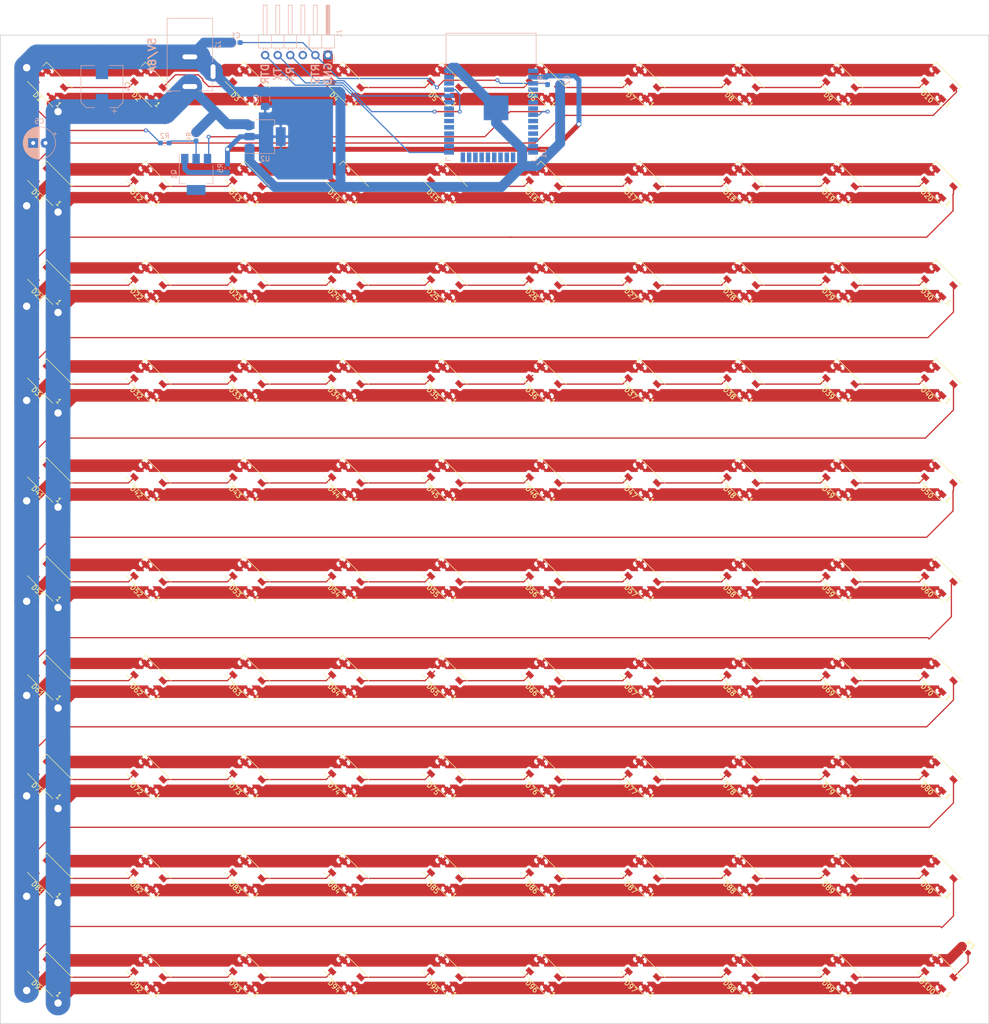
<source format=kicad_pcb>
(kicad_pcb (version 20171130) (host pcbnew 5.1.6-1)

  (general
    (thickness 1.6)
    (drawings 10)
    (tracks 452)
    (zones 0)
    (modules 115)
    (nets 112)
  )

  (page A3 portrait)
  (layers
    (0 F.Cu signal)
    (31 B.Cu signal)
    (32 B.Adhes user)
    (33 F.Adhes user)
    (34 B.Paste user)
    (35 F.Paste user)
    (36 B.SilkS user)
    (37 F.SilkS user)
    (38 B.Mask user)
    (39 F.Mask user)
    (40 Dwgs.User user)
    (41 Cmts.User user)
    (42 Eco1.User user)
    (43 Eco2.User user)
    (44 Edge.Cuts user)
    (45 Margin user)
    (46 B.CrtYd user)
    (47 F.CrtYd user)
    (48 B.Fab user)
    (49 F.Fab user)
  )

  (setup
    (last_trace_width 0.25)
    (trace_clearance 0.2)
    (zone_clearance 0.508)
    (zone_45_only no)
    (trace_min 0.2)
    (via_size 0.8)
    (via_drill 0.4)
    (via_min_size 0.4)
    (via_min_drill 0.3)
    (uvia_size 0.3)
    (uvia_drill 0.1)
    (uvias_allowed no)
    (uvia_min_size 0.2)
    (uvia_min_drill 0.1)
    (edge_width 0.15)
    (segment_width 0.2)
    (pcb_text_width 0.3)
    (pcb_text_size 1.5 1.5)
    (mod_edge_width 0.15)
    (mod_text_size 1 1)
    (mod_text_width 0.15)
    (pad_size 2 3.8)
    (pad_drill 0)
    (pad_to_mask_clearance 0.2)
    (aux_axis_origin 0 0)
    (visible_elements FFFFFF7F)
    (pcbplotparams
      (layerselection 0x010fc_ffffffff)
      (usegerberextensions false)
      (usegerberattributes false)
      (usegerberadvancedattributes false)
      (creategerberjobfile false)
      (excludeedgelayer true)
      (linewidth 0.100000)
      (plotframeref false)
      (viasonmask false)
      (mode 1)
      (useauxorigin false)
      (hpglpennumber 1)
      (hpglpenspeed 20)
      (hpglpendiameter 15.000000)
      (psnegative false)
      (psa4output false)
      (plotreference true)
      (plotvalue true)
      (plotinvisibletext false)
      (padsonsilk false)
      (subtractmaskfromsilk false)
      (outputformat 1)
      (mirror false)
      (drillshape 0)
      (scaleselection 1)
      (outputdirectory "./out.gerber"))
  )

  (net 0 "")
  (net 1 GND)
  (net 2 "Net-(D1-Pad2)")
  (net 3 +5V)
  (net 4 "Net-(D2-Pad2)")
  (net 5 "Net-(D3-Pad2)")
  (net 6 "Net-(D4-Pad2)")
  (net 7 "Net-(D5-Pad2)")
  (net 8 "Net-(D6-Pad2)")
  (net 9 "Net-(D7-Pad2)")
  (net 10 "Net-(D8-Pad2)")
  (net 11 "Net-(D10-Pad4)")
  (net 12 /sheet5B625F71/DIN)
  (net 13 "Net-(D13-Pad2)")
  (net 14 "Net-(D14-Pad2)")
  (net 15 "Net-(D11-Pad2)")
  (net 16 "Net-(D12-Pad2)")
  (net 17 "Net-(D26-Pad2)")
  (net 18 "Net-(D25-Pad2)")
  (net 19 "Net-(D37-Pad2)")
  (net 20 "Net-(D38-Pad2)")
  (net 21 "Net-(D15-Pad2)")
  (net 22 "Net-(D16-Pad2)")
  (net 23 "Net-(D17-Pad2)")
  (net 24 "Net-(D18-Pad2)")
  (net 25 "Net-(D19-Pad2)")
  (net 26 /sheet5B625F76/DIN)
  (net 27 "Net-(D21-Pad2)")
  (net 28 "Net-(D22-Pad2)")
  (net 29 "Net-(D23-Pad2)")
  (net 30 "Net-(D24-Pad2)")
  (net 31 "Net-(D39-Pad2)")
  (net 32 "Net-(D27-Pad2)")
  (net 33 "Net-(D28-Pad2)")
  (net 34 "Net-(D29-Pad2)")
  (net 35 /sheet5B625F7B/DIN)
  (net 36 "Net-(D31-Pad2)")
  (net 37 "Net-(D32-Pad2)")
  (net 38 "Net-(D33-Pad2)")
  (net 39 "Net-(D34-Pad2)")
  (net 40 "Net-(D35-Pad2)")
  (net 41 "Net-(D36-Pad2)")
  (net 42 /sheet5B625F80/DIN)
  (net 43 "Net-(D41-Pad2)")
  (net 44 "Net-(D42-Pad2)")
  (net 45 "Net-(D43-Pad2)")
  (net 46 "Net-(D44-Pad2)")
  (net 47 "Net-(D45-Pad2)")
  (net 48 "Net-(D46-Pad2)")
  (net 49 "Net-(D47-Pad2)")
  (net 50 "Net-(D48-Pad2)")
  (net 51 "Net-(D49-Pad2)")
  (net 52 /sheet5B625F85/DIN)
  (net 53 "Net-(D63-Pad2)")
  (net 54 "Net-(D64-Pad2)")
  (net 55 "Net-(D52-Pad2)")
  (net 56 "Net-(D51-Pad2)")
  (net 57 "Net-(D53-Pad2)")
  (net 58 "Net-(D54-Pad2)")
  (net 59 "Net-(D55-Pad2)")
  (net 60 "Net-(D56-Pad2)")
  (net 61 "Net-(D57-Pad2)")
  (net 62 "Net-(D58-Pad2)")
  (net 63 "Net-(D59-Pad2)")
  (net 64 /sheet5B625F8A/DIN)
  (net 65 "Net-(D61-Pad2)")
  (net 66 "Net-(D62-Pad2)")
  (net 67 "Net-(D75-Pad2)")
  (net 68 "Net-(D76-Pad2)")
  (net 69 "Net-(D88-Pad2)")
  (net 70 "Net-(D87-Pad2)")
  (net 71 "Net-(D65-Pad2)")
  (net 72 "Net-(D66-Pad2)")
  (net 73 "Net-(D67-Pad2)")
  (net 74 "Net-(D68-Pad2)")
  (net 75 "Net-(D69-Pad2)")
  (net 76 /sheet5B625F8F/DIN)
  (net 77 "Net-(D71-Pad2)")
  (net 78 "Net-(D72-Pad2)")
  (net 79 "Net-(D73-Pad2)")
  (net 80 "Net-(D74-Pad2)")
  (net 81 "Net-(D89-Pad2)")
  (net 82 "Net-(D77-Pad2)")
  (net 83 "Net-(D78-Pad2)")
  (net 84 "Net-(D79-Pad2)")
  (net 85 /sheet5B625F94/DIN)
  (net 86 "Net-(D81-Pad2)")
  (net 87 "Net-(D82-Pad2)")
  (net 88 "Net-(D83-Pad2)")
  (net 89 "Net-(D84-Pad2)")
  (net 90 "Net-(D85-Pad2)")
  (net 91 "Net-(D86-Pad2)")
  (net 92 /sheet5B625F99/DIN)
  (net 93 "Net-(D91-Pad2)")
  (net 94 "Net-(D92-Pad2)")
  (net 95 "Net-(D93-Pad2)")
  (net 96 "Net-(D94-Pad2)")
  (net 97 "Net-(D95-Pad2)")
  (net 98 "Net-(D96-Pad2)")
  (net 99 "Net-(D97-Pad2)")
  (net 100 "Net-(D98-Pad2)")
  (net 101 "Net-(D100-Pad4)")
  (net 102 /sheet5B625F99/DOUT)
  (net 103 +3V3)
  (net 104 /RTS)
  (net 105 /DATA)
  (net 106 /DTR)
  (net 107 /RX)
  (net 108 /TX)
  (net 109 "Net-(Q1-Pad2)")
  (net 110 "Net-(Q1-Pad3)")
  (net 111 "Net-(Q1-Pad1)")

  (net_class Default "This is the default net class."
    (clearance 0.2)
    (trace_width 0.25)
    (via_dia 0.8)
    (via_drill 0.4)
    (uvia_dia 0.3)
    (uvia_drill 0.1)
    (add_net /DATA)
    (add_net /DTR)
    (add_net /RTS)
    (add_net /RX)
    (add_net /TX)
    (add_net /sheet5B625F71/DIN)
    (add_net /sheet5B625F76/DIN)
    (add_net /sheet5B625F7B/DIN)
    (add_net /sheet5B625F80/DIN)
    (add_net /sheet5B625F85/DIN)
    (add_net /sheet5B625F8A/DIN)
    (add_net /sheet5B625F8F/DIN)
    (add_net /sheet5B625F94/DIN)
    (add_net /sheet5B625F99/DIN)
    (add_net /sheet5B625F99/DOUT)
    (add_net "Net-(D1-Pad2)")
    (add_net "Net-(D10-Pad4)")
    (add_net "Net-(D100-Pad4)")
    (add_net "Net-(D11-Pad2)")
    (add_net "Net-(D12-Pad2)")
    (add_net "Net-(D13-Pad2)")
    (add_net "Net-(D14-Pad2)")
    (add_net "Net-(D15-Pad2)")
    (add_net "Net-(D16-Pad2)")
    (add_net "Net-(D17-Pad2)")
    (add_net "Net-(D18-Pad2)")
    (add_net "Net-(D19-Pad2)")
    (add_net "Net-(D2-Pad2)")
    (add_net "Net-(D21-Pad2)")
    (add_net "Net-(D22-Pad2)")
    (add_net "Net-(D23-Pad2)")
    (add_net "Net-(D24-Pad2)")
    (add_net "Net-(D25-Pad2)")
    (add_net "Net-(D26-Pad2)")
    (add_net "Net-(D27-Pad2)")
    (add_net "Net-(D28-Pad2)")
    (add_net "Net-(D29-Pad2)")
    (add_net "Net-(D3-Pad2)")
    (add_net "Net-(D31-Pad2)")
    (add_net "Net-(D32-Pad2)")
    (add_net "Net-(D33-Pad2)")
    (add_net "Net-(D34-Pad2)")
    (add_net "Net-(D35-Pad2)")
    (add_net "Net-(D36-Pad2)")
    (add_net "Net-(D37-Pad2)")
    (add_net "Net-(D38-Pad2)")
    (add_net "Net-(D39-Pad2)")
    (add_net "Net-(D4-Pad2)")
    (add_net "Net-(D41-Pad2)")
    (add_net "Net-(D42-Pad2)")
    (add_net "Net-(D43-Pad2)")
    (add_net "Net-(D44-Pad2)")
    (add_net "Net-(D45-Pad2)")
    (add_net "Net-(D46-Pad2)")
    (add_net "Net-(D47-Pad2)")
    (add_net "Net-(D48-Pad2)")
    (add_net "Net-(D49-Pad2)")
    (add_net "Net-(D5-Pad2)")
    (add_net "Net-(D51-Pad2)")
    (add_net "Net-(D52-Pad2)")
    (add_net "Net-(D53-Pad2)")
    (add_net "Net-(D54-Pad2)")
    (add_net "Net-(D55-Pad2)")
    (add_net "Net-(D56-Pad2)")
    (add_net "Net-(D57-Pad2)")
    (add_net "Net-(D58-Pad2)")
    (add_net "Net-(D59-Pad2)")
    (add_net "Net-(D6-Pad2)")
    (add_net "Net-(D61-Pad2)")
    (add_net "Net-(D62-Pad2)")
    (add_net "Net-(D63-Pad2)")
    (add_net "Net-(D64-Pad2)")
    (add_net "Net-(D65-Pad2)")
    (add_net "Net-(D66-Pad2)")
    (add_net "Net-(D67-Pad2)")
    (add_net "Net-(D68-Pad2)")
    (add_net "Net-(D69-Pad2)")
    (add_net "Net-(D7-Pad2)")
    (add_net "Net-(D71-Pad2)")
    (add_net "Net-(D72-Pad2)")
    (add_net "Net-(D73-Pad2)")
    (add_net "Net-(D74-Pad2)")
    (add_net "Net-(D75-Pad2)")
    (add_net "Net-(D76-Pad2)")
    (add_net "Net-(D77-Pad2)")
    (add_net "Net-(D78-Pad2)")
    (add_net "Net-(D79-Pad2)")
    (add_net "Net-(D8-Pad2)")
    (add_net "Net-(D81-Pad2)")
    (add_net "Net-(D82-Pad2)")
    (add_net "Net-(D83-Pad2)")
    (add_net "Net-(D84-Pad2)")
    (add_net "Net-(D85-Pad2)")
    (add_net "Net-(D86-Pad2)")
    (add_net "Net-(D87-Pad2)")
    (add_net "Net-(D88-Pad2)")
    (add_net "Net-(D89-Pad2)")
    (add_net "Net-(D91-Pad2)")
    (add_net "Net-(D92-Pad2)")
    (add_net "Net-(D93-Pad2)")
    (add_net "Net-(D94-Pad2)")
    (add_net "Net-(D95-Pad2)")
    (add_net "Net-(D96-Pad2)")
    (add_net "Net-(D97-Pad2)")
    (add_net "Net-(D98-Pad2)")
    (add_net "Net-(J1-Pad3)")
    (add_net "Net-(Q1-Pad1)")
    (add_net "Net-(Q1-Pad2)")
    (add_net "Net-(Q1-Pad3)")
    (add_net "Net-(U1-Pad1)")
    (add_net "Net-(U1-Pad10)")
    (add_net "Net-(U1-Pad11)")
    (add_net "Net-(U1-Pad12)")
    (add_net "Net-(U1-Pad13)")
    (add_net "Net-(U1-Pad14)")
    (add_net "Net-(U1-Pad16)")
    (add_net "Net-(U1-Pad17)")
    (add_net "Net-(U1-Pad18)")
    (add_net "Net-(U1-Pad19)")
    (add_net "Net-(U1-Pad20)")
    (add_net "Net-(U1-Pad21)")
    (add_net "Net-(U1-Pad22)")
    (add_net "Net-(U1-Pad23)")
    (add_net "Net-(U1-Pad24)")
    (add_net "Net-(U1-Pad26)")
    (add_net "Net-(U1-Pad27)")
    (add_net "Net-(U1-Pad28)")
    (add_net "Net-(U1-Pad29)")
    (add_net "Net-(U1-Pad30)")
    (add_net "Net-(U1-Pad31)")
    (add_net "Net-(U1-Pad32)")
    (add_net "Net-(U1-Pad33)")
    (add_net "Net-(U1-Pad36)")
    (add_net "Net-(U1-Pad37)")
    (add_net "Net-(U1-Pad4)")
    (add_net "Net-(U1-Pad5)")
    (add_net "Net-(U1-Pad6)")
    (add_net "Net-(U1-Pad7)")
    (add_net "Net-(U1-Pad9)")
  )

  (net_class Power ""
    (clearance 0.2)
    (trace_width 2)
    (via_dia 2)
    (via_drill 1.5)
    (uvia_dia 0.3)
    (uvia_drill 0.1)
    (add_net +5V)
    (add_net GND)
  )

  (net_class smallPower ""
    (clearance 0.2)
    (trace_width 1)
    (via_dia 1)
    (via_drill 0.7)
    (uvia_dia 0.3)
    (uvia_drill 0.1)
    (add_net +3V3)
  )

  (module Package_TO_SOT_SMD:SOT-223 (layer B.Cu) (tedit 5A02FF57) (tstamp 5EDFC06D)
    (at 68.58 35.53)
    (descr "module CMS SOT223 4 pins")
    (tags "CMS SOT")
    (path /5EDEAB87)
    (attr smd)
    (fp_text reference U2 (at 0 4.5) (layer B.SilkS)
      (effects (font (size 1 1) (thickness 0.15)) (justify mirror))
    )
    (fp_text value LM1117-3.3 (at 0 -4.5) (layer B.Fab)
      (effects (font (size 1 1) (thickness 0.15)) (justify mirror))
    )
    (fp_text user %R (at 0 0 -90) (layer B.Fab)
      (effects (font (size 0.8 0.8) (thickness 0.12)) (justify mirror))
    )
    (fp_line (start -1.85 2.3) (end -0.8 3.35) (layer B.Fab) (width 0.1))
    (fp_line (start 1.91 -3.41) (end 1.91 -2.15) (layer B.SilkS) (width 0.12))
    (fp_line (start 1.91 3.41) (end 1.91 2.15) (layer B.SilkS) (width 0.12))
    (fp_line (start 4.4 3.6) (end -4.4 3.6) (layer B.CrtYd) (width 0.05))
    (fp_line (start 4.4 -3.6) (end 4.4 3.6) (layer B.CrtYd) (width 0.05))
    (fp_line (start -4.4 -3.6) (end 4.4 -3.6) (layer B.CrtYd) (width 0.05))
    (fp_line (start -4.4 3.6) (end -4.4 -3.6) (layer B.CrtYd) (width 0.05))
    (fp_line (start -1.85 2.3) (end -1.85 -3.35) (layer B.Fab) (width 0.1))
    (fp_line (start -1.85 -3.41) (end 1.91 -3.41) (layer B.SilkS) (width 0.12))
    (fp_line (start -0.8 3.35) (end 1.85 3.35) (layer B.Fab) (width 0.1))
    (fp_line (start -4.1 3.41) (end 1.91 3.41) (layer B.SilkS) (width 0.12))
    (fp_line (start -1.85 -3.35) (end 1.85 -3.35) (layer B.Fab) (width 0.1))
    (fp_line (start 1.85 3.35) (end 1.85 -3.35) (layer B.Fab) (width 0.1))
    (pad 1 smd rect (at -3.15 2.3) (size 2 1.5) (layers B.Cu B.Paste B.Mask)
      (net 1 GND))
    (pad 3 smd rect (at -3.15 -2.3) (size 2 1.5) (layers B.Cu B.Paste B.Mask)
      (net 3 +5V))
    (pad 2 smd rect (at -3.15 0) (size 2 1.5) (layers B.Cu B.Paste B.Mask)
      (net 103 +3V3))
    (pad 4 smd rect (at 3.15 0) (size 2 3.8) (layers B.Cu B.Paste B.Mask))
    (model ${KISYS3DMOD}/Package_TO_SOT_SMD.3dshapes/SOT-223.wrl
      (at (xyz 0 0 0))
      (scale (xyz 1 1 1))
      (rotate (xyz 0 0 0))
    )
  )

  (module Resistor_SMD:R_0603_1608Metric_Pad1.05x0.95mm_HandSolder (layer B.Cu) (tedit 5B301BBD) (tstamp 5C10E05B)
    (at 60.96 41.91 270)
    (descr "Resistor SMD 0603 (1608 Metric), square (rectangular) end terminal, IPC_7351 nominal with elongated pad for handsoldering. (Body size source: http://www.tortai-tech.com/upload/download/2011102023233369053.pdf), generated with kicad-footprint-generator")
    (tags "resistor handsolder")
    (path /5C124915)
    (attr smd)
    (fp_text reference R5 (at 0 1.43 270) (layer B.SilkS)
      (effects (font (size 1 1) (thickness 0.15)) (justify mirror))
    )
    (fp_text value 2.2k (at 0 -1.43 270) (layer B.Fab)
      (effects (font (size 1 1) (thickness 0.15)) (justify mirror))
    )
    (fp_line (start -0.8 -0.4) (end -0.8 0.4) (layer B.Fab) (width 0.1))
    (fp_line (start -0.8 0.4) (end 0.8 0.4) (layer B.Fab) (width 0.1))
    (fp_line (start 0.8 0.4) (end 0.8 -0.4) (layer B.Fab) (width 0.1))
    (fp_line (start 0.8 -0.4) (end -0.8 -0.4) (layer B.Fab) (width 0.1))
    (fp_line (start -0.171267 0.51) (end 0.171267 0.51) (layer B.SilkS) (width 0.12))
    (fp_line (start -0.171267 -0.51) (end 0.171267 -0.51) (layer B.SilkS) (width 0.12))
    (fp_line (start -1.65 -0.73) (end -1.65 0.73) (layer B.CrtYd) (width 0.05))
    (fp_line (start -1.65 0.73) (end 1.65 0.73) (layer B.CrtYd) (width 0.05))
    (fp_line (start 1.65 0.73) (end 1.65 -0.73) (layer B.CrtYd) (width 0.05))
    (fp_line (start 1.65 -0.73) (end -1.65 -0.73) (layer B.CrtYd) (width 0.05))
    (fp_text user %R (at 0 0 270) (layer B.Fab)
      (effects (font (size 0.4 0.4) (thickness 0.06)) (justify mirror))
    )
    (pad 2 smd roundrect (at 0.875 0 270) (size 1.05 0.95) (layers B.Cu B.Paste B.Mask) (roundrect_rratio 0.25)
      (net 111 "Net-(Q1-Pad1)"))
    (pad 1 smd roundrect (at -0.875 0 270) (size 1.05 0.95) (layers B.Cu B.Paste B.Mask) (roundrect_rratio 0.25)
      (net 103 +3V3))
    (model ${KISYS3DMOD}/Resistor_SMD.3dshapes/R_0603_1608Metric.wrl
      (at (xyz 0 0 0))
      (scale (xyz 1 1 1))
      (rotate (xyz 0 0 0))
    )
  )

  (module Resistor_SMD:R_0603_1608Metric_Pad1.05x0.95mm_HandSolder (layer B.Cu) (tedit 5B301BBD) (tstamp 5C10FAB8)
    (at 54.61 35.56 270)
    (descr "Resistor SMD 0603 (1608 Metric), square (rectangular) end terminal, IPC_7351 nominal with elongated pad for handsoldering. (Body size source: http://www.tortai-tech.com/upload/download/2011102023233369053.pdf), generated with kicad-footprint-generator")
    (tags "resistor handsolder")
    (path /5C115239)
    (attr smd)
    (fp_text reference R4 (at 0 1.43 270) (layer B.SilkS)
      (effects (font (size 1 1) (thickness 0.15)) (justify mirror))
    )
    (fp_text value 6.8k (at 0 -1.43 270) (layer B.Fab)
      (effects (font (size 1 1) (thickness 0.15)) (justify mirror))
    )
    (fp_line (start 1.65 -0.73) (end -1.65 -0.73) (layer B.CrtYd) (width 0.05))
    (fp_line (start 1.65 0.73) (end 1.65 -0.73) (layer B.CrtYd) (width 0.05))
    (fp_line (start -1.65 0.73) (end 1.65 0.73) (layer B.CrtYd) (width 0.05))
    (fp_line (start -1.65 -0.73) (end -1.65 0.73) (layer B.CrtYd) (width 0.05))
    (fp_line (start -0.171267 -0.51) (end 0.171267 -0.51) (layer B.SilkS) (width 0.12))
    (fp_line (start -0.171267 0.51) (end 0.171267 0.51) (layer B.SilkS) (width 0.12))
    (fp_line (start 0.8 -0.4) (end -0.8 -0.4) (layer B.Fab) (width 0.1))
    (fp_line (start 0.8 0.4) (end 0.8 -0.4) (layer B.Fab) (width 0.1))
    (fp_line (start -0.8 0.4) (end 0.8 0.4) (layer B.Fab) (width 0.1))
    (fp_line (start -0.8 -0.4) (end -0.8 0.4) (layer B.Fab) (width 0.1))
    (fp_text user %R (at 0 0 270) (layer B.Fab)
      (effects (font (size 0.4 0.4) (thickness 0.06)) (justify mirror))
    )
    (pad 1 smd roundrect (at -0.875 0 270) (size 1.05 0.95) (layers B.Cu B.Paste B.Mask) (roundrect_rratio 0.25)
      (net 3 +5V))
    (pad 2 smd roundrect (at 0.875 0 270) (size 1.05 0.95) (layers B.Cu B.Paste B.Mask) (roundrect_rratio 0.25)
      (net 109 "Net-(Q1-Pad2)"))
    (model ${KISYS3DMOD}/Resistor_SMD.3dshapes/R_0603_1608Metric.wrl
      (at (xyz 0 0 0))
      (scale (xyz 1 1 1))
      (rotate (xyz 0 0 0))
    )
  )

  (module Package_TO_SOT_SMD:SOT-223 (layer B.Cu) (tedit 5C100AB2) (tstamp 5C1126E0)
    (at 54.61 43.18 270)
    (descr "module CMS SOT223 4 pins")
    (tags "CMS SOT")
    (path /5C10106F)
    (attr smd)
    (fp_text reference Q1 (at 0 4.5 270) (layer B.SilkS)
      (effects (font (size 1 1) (thickness 0.15)) (justify mirror))
    )
    (fp_text value PZT2222A (at 0 -4.5 270) (layer B.Fab)
      (effects (font (size 1 1) (thickness 0.15)) (justify mirror))
    )
    (fp_line (start 1.85 3.35) (end 1.85 -3.35) (layer B.Fab) (width 0.1))
    (fp_line (start -1.85 -3.35) (end 1.85 -3.35) (layer B.Fab) (width 0.1))
    (fp_line (start -4.1 3.41) (end 1.91 3.41) (layer B.SilkS) (width 0.12))
    (fp_line (start -0.8 3.35) (end 1.85 3.35) (layer B.Fab) (width 0.1))
    (fp_line (start -1.85 -3.41) (end 1.91 -3.41) (layer B.SilkS) (width 0.12))
    (fp_line (start -1.85 2.3) (end -1.85 -3.35) (layer B.Fab) (width 0.1))
    (fp_line (start -4.4 3.6) (end -4.4 -3.6) (layer B.CrtYd) (width 0.05))
    (fp_line (start -4.4 -3.6) (end 4.4 -3.6) (layer B.CrtYd) (width 0.05))
    (fp_line (start 4.4 -3.6) (end 4.4 3.6) (layer B.CrtYd) (width 0.05))
    (fp_line (start 4.4 3.6) (end -4.4 3.6) (layer B.CrtYd) (width 0.05))
    (fp_line (start 1.91 3.41) (end 1.91 2.15) (layer B.SilkS) (width 0.12))
    (fp_line (start 1.91 -3.41) (end 1.91 -2.15) (layer B.SilkS) (width 0.12))
    (fp_line (start -1.85 2.3) (end -0.8 3.35) (layer B.Fab) (width 0.1))
    (fp_text user %R (at 0 0 180) (layer B.Fab)
      (effects (font (size 0.8 0.8) (thickness 0.12)) (justify mirror))
    )
    (pad 4 smd rect (at 3.15 0 270) (size 2 3.8) (layers B.Cu B.Paste B.Mask))
    (pad 2 smd rect (at -3.15 0 270) (size 2 1.5) (layers B.Cu B.Paste B.Mask)
      (net 109 "Net-(Q1-Pad2)"))
    (pad 3 smd rect (at -3.15 -2.3 270) (size 2 1.5) (layers B.Cu B.Paste B.Mask)
      (net 110 "Net-(Q1-Pad3)"))
    (pad 1 smd rect (at -3.15 2.3 270) (size 2 1.5) (layers B.Cu B.Paste B.Mask)
      (net 111 "Net-(Q1-Pad1)"))
    (model ${KISYS3DMOD}/Package_TO_SOT_SMD.3dshapes/SOT-223.wrl
      (at (xyz 0 0 0))
      (scale (xyz 1 1 1))
      (rotate (xyz 0 0 0))
    )
  )

  (module Resistor_SMD:R_0603_1608Metric_Pad1.05x0.95mm_HandSolder (layer B.Cu) (tedit 5B301BBD) (tstamp 5C107045)
    (at 48.26 36.83 180)
    (descr "Resistor SMD 0603 (1608 Metric), square (rectangular) end terminal, IPC_7351 nominal with elongated pad for handsoldering. (Body size source: http://www.tortai-tech.com/upload/download/2011102023233369053.pdf), generated with kicad-footprint-generator")
    (tags "resistor handsolder")
    (path /5B6229BA)
    (attr smd)
    (fp_text reference R2 (at 0 1.43 180) (layer B.SilkS)
      (effects (font (size 1 1) (thickness 0.15)) (justify mirror))
    )
    (fp_text value 470 (at 0 -1.43 180) (layer B.Fab)
      (effects (font (size 1 1) (thickness 0.15)) (justify mirror))
    )
    (fp_line (start 1.65 -0.73) (end -1.65 -0.73) (layer B.CrtYd) (width 0.05))
    (fp_line (start 1.65 0.73) (end 1.65 -0.73) (layer B.CrtYd) (width 0.05))
    (fp_line (start -1.65 0.73) (end 1.65 0.73) (layer B.CrtYd) (width 0.05))
    (fp_line (start -1.65 -0.73) (end -1.65 0.73) (layer B.CrtYd) (width 0.05))
    (fp_line (start -0.171267 -0.51) (end 0.171267 -0.51) (layer B.SilkS) (width 0.12))
    (fp_line (start -0.171267 0.51) (end 0.171267 0.51) (layer B.SilkS) (width 0.12))
    (fp_line (start 0.8 -0.4) (end -0.8 -0.4) (layer B.Fab) (width 0.1))
    (fp_line (start 0.8 0.4) (end 0.8 -0.4) (layer B.Fab) (width 0.1))
    (fp_line (start -0.8 0.4) (end 0.8 0.4) (layer B.Fab) (width 0.1))
    (fp_line (start -0.8 -0.4) (end -0.8 0.4) (layer B.Fab) (width 0.1))
    (fp_text user %R (at 0 0 180) (layer B.Fab)
      (effects (font (size 0.4 0.4) (thickness 0.06)) (justify mirror))
    )
    (pad 1 smd roundrect (at -0.875 0 180) (size 1.05 0.95) (layers B.Cu B.Paste B.Mask) (roundrect_rratio 0.25)
      (net 109 "Net-(Q1-Pad2)"))
    (pad 2 smd roundrect (at 0.875 0 180) (size 1.05 0.95) (layers B.Cu B.Paste B.Mask) (roundrect_rratio 0.25)
      (net 105 /DATA))
    (model ${KISYS3DMOD}/Resistor_SMD.3dshapes/R_0603_1608Metric.wrl
      (at (xyz 0 0 0))
      (scale (xyz 1 1 1))
      (rotate (xyz 0 0 0))
    )
  )

  (module Resistor_SMD:R_0603_1608Metric_Pad1.05x0.95mm_HandSolder (layer F.Cu) (tedit 5B301BBD) (tstamp 5B733D58)
    (at 210.201282 200.041282 315)
    (descr "Resistor SMD 0603 (1608 Metric), square (rectangular) end terminal, IPC_7351 nominal with elongated pad for handsoldering. (Body size source: http://www.tortai-tech.com/upload/download/2011102023233369053.pdf), generated with kicad-footprint-generator")
    (tags "resistor handsolder")
    (path /5B66FEDD)
    (attr smd)
    (fp_text reference R3 (at 0 -1.43 315) (layer F.SilkS)
      (effects (font (size 1 1) (thickness 0.15)))
    )
    (fp_text value 1k (at 0 1.43 315) (layer F.Fab)
      (effects (font (size 1 1) (thickness 0.15)))
    )
    (fp_line (start 1.65 0.73) (end -1.65 0.73) (layer F.CrtYd) (width 0.05))
    (fp_line (start 1.65 -0.73) (end 1.65 0.73) (layer F.CrtYd) (width 0.05))
    (fp_line (start -1.65 -0.73) (end 1.65 -0.73) (layer F.CrtYd) (width 0.05))
    (fp_line (start -1.65 0.73) (end -1.65 -0.73) (layer F.CrtYd) (width 0.05))
    (fp_line (start -0.171267 0.51) (end 0.171267 0.51) (layer F.SilkS) (width 0.12))
    (fp_line (start -0.171267 -0.51) (end 0.171267 -0.51) (layer F.SilkS) (width 0.12))
    (fp_line (start 0.8 0.4) (end -0.8 0.4) (layer F.Fab) (width 0.1))
    (fp_line (start 0.8 -0.4) (end 0.8 0.4) (layer F.Fab) (width 0.1))
    (fp_line (start -0.8 -0.4) (end 0.8 -0.4) (layer F.Fab) (width 0.1))
    (fp_line (start -0.8 0.4) (end -0.8 -0.4) (layer F.Fab) (width 0.1))
    (fp_text user %R (at 0 0 315) (layer F.Fab)
      (effects (font (size 0.4 0.4) (thickness 0.06)))
    )
    (pad 1 smd roundrect (at -0.874999 0 315) (size 1.05 0.95) (layers F.Cu F.Paste F.Mask) (roundrect_rratio 0.25)
      (net 1 GND))
    (pad 2 smd roundrect (at 0.874999 0 315) (size 1.05 0.95) (layers F.Cu F.Paste F.Mask) (roundrect_rratio 0.25)
      (net 102 /sheet5B625F99/DOUT))
    (model ${KISYS3DMOD}/Resistor_SMD.3dshapes/R_0603_1608Metric.wrl
      (at (xyz 0 0 0))
      (scale (xyz 1 1 1))
      (rotate (xyz 0 0 0))
    )
  )

  (module Connector_BarrelJack:BarrelJack_Horizontal (layer B.Cu) (tedit 5A1DBF6A) (tstamp 5B7EA195)
    (at 53.34 25.4 270)
    (descr "DC Barrel Jack")
    (tags "Power Jack")
    (path /5B660D82)
    (fp_text reference J2 (at -8.45 -5.75 270) (layer B.SilkS)
      (effects (font (size 1 1) (thickness 0.15)) (justify mirror))
    )
    (fp_text value Barrel_Jack_Switch (at -6.2 5.5 270) (layer B.Fab)
      (effects (font (size 1 1) (thickness 0.15)) (justify mirror))
    )
    (fp_line (start 0 4.5) (end -13.7 4.5) (layer B.Fab) (width 0.1))
    (fp_line (start 0.8 -4.5) (end 0.8 3.75) (layer B.Fab) (width 0.1))
    (fp_line (start -13.7 -4.5) (end 0.8 -4.5) (layer B.Fab) (width 0.1))
    (fp_line (start -13.7 4.5) (end -13.7 -4.5) (layer B.Fab) (width 0.1))
    (fp_line (start -10.2 4.5) (end -10.2 -4.5) (layer B.Fab) (width 0.1))
    (fp_line (start 0.9 4.6) (end 0.9 2) (layer B.SilkS) (width 0.12))
    (fp_line (start -13.8 4.6) (end 0.9 4.6) (layer B.SilkS) (width 0.12))
    (fp_line (start 0.9 -4.6) (end -1 -4.6) (layer B.SilkS) (width 0.12))
    (fp_line (start 0.9 -1.9) (end 0.9 -4.6) (layer B.SilkS) (width 0.12))
    (fp_line (start -13.8 -4.6) (end -13.8 4.6) (layer B.SilkS) (width 0.12))
    (fp_line (start -5 -4.6) (end -13.8 -4.6) (layer B.SilkS) (width 0.12))
    (fp_line (start -14 -4.75) (end -14 4.75) (layer B.CrtYd) (width 0.05))
    (fp_line (start -5 -4.75) (end -14 -4.75) (layer B.CrtYd) (width 0.05))
    (fp_line (start -5 -6.75) (end -5 -4.75) (layer B.CrtYd) (width 0.05))
    (fp_line (start -1 -6.75) (end -5 -6.75) (layer B.CrtYd) (width 0.05))
    (fp_line (start -1 -4.75) (end -1 -6.75) (layer B.CrtYd) (width 0.05))
    (fp_line (start 1 -4.75) (end -1 -4.75) (layer B.CrtYd) (width 0.05))
    (fp_line (start 1 -2) (end 1 -4.75) (layer B.CrtYd) (width 0.05))
    (fp_line (start 2 -2) (end 1 -2) (layer B.CrtYd) (width 0.05))
    (fp_line (start 2 2) (end 2 -2) (layer B.CrtYd) (width 0.05))
    (fp_line (start 1 2) (end 2 2) (layer B.CrtYd) (width 0.05))
    (fp_line (start 1 4.5) (end 1 2) (layer B.CrtYd) (width 0.05))
    (fp_line (start 1 4.75) (end -14 4.75) (layer B.CrtYd) (width 0.05))
    (fp_line (start 1 4.5) (end 1 4.75) (layer B.CrtYd) (width 0.05))
    (fp_line (start 0.05 4.8) (end 1.1 4.8) (layer B.SilkS) (width 0.12))
    (fp_line (start 1.1 3.75) (end 1.1 4.8) (layer B.SilkS) (width 0.12))
    (fp_line (start -0.003213 4.505425) (end 0.8 3.75) (layer B.Fab) (width 0.1))
    (fp_text user %R (at -3 2.95 270) (layer B.Fab)
      (effects (font (size 1 1) (thickness 0.15)) (justify mirror))
    )
    (pad 1 thru_hole rect (at 0 0 270) (size 3.5 3.5) (drill oval 1 3) (layers *.Cu *.Mask)
      (net 3 +5V))
    (pad 2 thru_hole roundrect (at -6 0 270) (size 3 3.5) (drill oval 1 3) (layers *.Cu *.Mask) (roundrect_rratio 0.25)
      (net 1 GND))
    (pad 3 thru_hole roundrect (at -3 -4.7 270) (size 3.5 3.5) (drill oval 3 1) (layers *.Cu *.Mask) (roundrect_rratio 0.25)
      (net 1 GND))
    (model ${KISYS3DMOD}/Connector_BarrelJack.3dshapes/BarrelJack_Horizontal.wrl
      (at (xyz 0 0 0))
      (scale (xyz 1 1 1))
      (rotate (xyz 0 0 0))
    )
  )

  (module Capacitor_SMD:CP_Elec_8x10 (layer B.Cu) (tedit 5A841F9D) (tstamp 5B7F2E5F)
    (at 35.56 25.4 90)
    (descr "SMT capacitor, aluminium electrolytic, 8x10, Nichicon ")
    (tags "Capacitor Electrolytic")
    (path /5B622644)
    (attr smd)
    (fp_text reference C4 (at 0 5.2 90) (layer B.SilkS)
      (effects (font (size 1 1) (thickness 0.15)) (justify mirror))
    )
    (fp_text value 1m (at 0 -5.2 90) (layer B.Fab)
      (effects (font (size 1 1) (thickness 0.15)) (justify mirror))
    )
    (fp_line (start -5.25 -1.5) (end -4.4 -1.5) (layer B.CrtYd) (width 0.05))
    (fp_line (start -5.25 1.5) (end -5.25 -1.5) (layer B.CrtYd) (width 0.05))
    (fp_line (start -4.4 1.5) (end -5.25 1.5) (layer B.CrtYd) (width 0.05))
    (fp_line (start -4.4 -1.5) (end -4.4 -3.25) (layer B.CrtYd) (width 0.05))
    (fp_line (start -4.4 3.25) (end -4.4 1.5) (layer B.CrtYd) (width 0.05))
    (fp_line (start -4.4 3.25) (end -3.25 4.4) (layer B.CrtYd) (width 0.05))
    (fp_line (start -4.4 -3.25) (end -3.25 -4.4) (layer B.CrtYd) (width 0.05))
    (fp_line (start -3.25 4.4) (end 4.4 4.4) (layer B.CrtYd) (width 0.05))
    (fp_line (start -3.25 -4.4) (end 4.4 -4.4) (layer B.CrtYd) (width 0.05))
    (fp_line (start 4.4 -1.5) (end 4.4 -4.4) (layer B.CrtYd) (width 0.05))
    (fp_line (start 5.25 -1.5) (end 4.4 -1.5) (layer B.CrtYd) (width 0.05))
    (fp_line (start 5.25 1.5) (end 5.25 -1.5) (layer B.CrtYd) (width 0.05))
    (fp_line (start 4.4 1.5) (end 5.25 1.5) (layer B.CrtYd) (width 0.05))
    (fp_line (start 4.4 4.4) (end 4.4 1.5) (layer B.CrtYd) (width 0.05))
    (fp_line (start -5 3.01) (end -5 2.01) (layer B.SilkS) (width 0.12))
    (fp_line (start -5.5 2.51) (end -4.5 2.51) (layer B.SilkS) (width 0.12))
    (fp_line (start -4.26 -3.195563) (end -3.195563 -4.26) (layer B.SilkS) (width 0.12))
    (fp_line (start -4.26 3.195563) (end -3.195563 4.26) (layer B.SilkS) (width 0.12))
    (fp_line (start -4.26 3.195563) (end -4.26 1.51) (layer B.SilkS) (width 0.12))
    (fp_line (start -4.26 -3.195563) (end -4.26 -1.51) (layer B.SilkS) (width 0.12))
    (fp_line (start -3.195563 -4.26) (end 4.26 -4.26) (layer B.SilkS) (width 0.12))
    (fp_line (start -3.195563 4.26) (end 4.26 4.26) (layer B.SilkS) (width 0.12))
    (fp_line (start 4.26 4.26) (end 4.26 1.51) (layer B.SilkS) (width 0.12))
    (fp_line (start 4.26 -4.26) (end 4.26 -1.51) (layer B.SilkS) (width 0.12))
    (fp_line (start -3.162278 1.9) (end -3.162278 1.1) (layer B.Fab) (width 0.1))
    (fp_line (start -3.562278 1.5) (end -2.762278 1.5) (layer B.Fab) (width 0.1))
    (fp_line (start -4.15 -3.15) (end -3.15 -4.15) (layer B.Fab) (width 0.1))
    (fp_line (start -4.15 3.15) (end -3.15 4.15) (layer B.Fab) (width 0.1))
    (fp_line (start -4.15 3.15) (end -4.15 -3.15) (layer B.Fab) (width 0.1))
    (fp_line (start -3.15 -4.15) (end 4.15 -4.15) (layer B.Fab) (width 0.1))
    (fp_line (start -3.15 4.15) (end 4.15 4.15) (layer B.Fab) (width 0.1))
    (fp_line (start 4.15 4.15) (end 4.15 -4.15) (layer B.Fab) (width 0.1))
    (fp_circle (center 0 0) (end 4 0) (layer B.Fab) (width 0.1))
    (fp_text user %R (at 0 0 90) (layer B.Fab)
      (effects (font (size 1 1) (thickness 0.15)) (justify mirror))
    )
    (pad 1 smd rect (at -3.25 0 90) (size 3.5 2.5) (layers B.Cu B.Paste B.Mask)
      (net 3 +5V))
    (pad 2 smd rect (at 3.25 0 90) (size 3.5 2.5) (layers B.Cu B.Paste B.Mask)
      (net 1 GND))
    (model ${KISYS3DMOD}/Capacitor_SMD.3dshapes/CP_Elec_8x10.wrl
      (at (xyz 0 0 0))
      (scale (xyz 1 1 1))
      (rotate (xyz 0 0 0))
    )
  )

  (module Capacitor_SMD:C_0603_1608Metric_Pad1.05x0.95mm_HandSolder (layer B.Cu) (tedit 5B301BBE) (tstamp 5B7E431F)
    (at 128.27 24.13 90)
    (descr "Capacitor SMD 0603 (1608 Metric), square (rectangular) end terminal, IPC_7351 nominal with elongated pad for handsoldering. (Body size source: http://www.tortai-tech.com/upload/download/2011102023233369053.pdf), generated with kicad-footprint-generator")
    (tags "capacitor handsolder")
    (path /5B627C19)
    (attr smd)
    (fp_text reference C2 (at 0 1.43 90) (layer B.SilkS)
      (effects (font (size 1 1) (thickness 0.15)) (justify mirror))
    )
    (fp_text value 100n (at 0 -1.43 90) (layer B.Fab)
      (effects (font (size 1 1) (thickness 0.15)) (justify mirror))
    )
    (fp_line (start -0.8 -0.4) (end -0.8 0.4) (layer B.Fab) (width 0.1))
    (fp_line (start -0.8 0.4) (end 0.8 0.4) (layer B.Fab) (width 0.1))
    (fp_line (start 0.8 0.4) (end 0.8 -0.4) (layer B.Fab) (width 0.1))
    (fp_line (start 0.8 -0.4) (end -0.8 -0.4) (layer B.Fab) (width 0.1))
    (fp_line (start -0.171267 0.51) (end 0.171267 0.51) (layer B.SilkS) (width 0.12))
    (fp_line (start -0.171267 -0.51) (end 0.171267 -0.51) (layer B.SilkS) (width 0.12))
    (fp_line (start -1.65 -0.73) (end -1.65 0.73) (layer B.CrtYd) (width 0.05))
    (fp_line (start -1.65 0.73) (end 1.65 0.73) (layer B.CrtYd) (width 0.05))
    (fp_line (start 1.65 0.73) (end 1.65 -0.73) (layer B.CrtYd) (width 0.05))
    (fp_line (start 1.65 -0.73) (end -1.65 -0.73) (layer B.CrtYd) (width 0.05))
    (fp_text user %R (at 0 0 90) (layer B.Fab)
      (effects (font (size 0.4 0.4) (thickness 0.06)) (justify mirror))
    )
    (pad 2 smd roundrect (at 0.875 0 90) (size 1.05 0.95) (layers B.Cu B.Paste B.Mask) (roundrect_rratio 0.25)
      (net 103 +3V3))
    (pad 1 smd roundrect (at -0.875 0 90) (size 1.05 0.95) (layers B.Cu B.Paste B.Mask) (roundrect_rratio 0.25)
      (net 1 GND))
    (model ${KISYS3DMOD}/Capacitor_SMD.3dshapes/C_0603_1608Metric.wrl
      (at (xyz 0 0 0))
      (scale (xyz 1 1 1))
      (rotate (xyz 0 0 0))
    )
  )

  (module Capacitor_SMD:C_0603_1608Metric_Pad1.05x0.95mm_HandSolder (layer B.Cu) (tedit 5B301BBE) (tstamp 5B7F3730)
    (at 62.625 16.51 180)
    (descr "Capacitor SMD 0603 (1608 Metric), square (rectangular) end terminal, IPC_7351 nominal with elongated pad for handsoldering. (Body size source: http://www.tortai-tech.com/upload/download/2011102023233369053.pdf), generated with kicad-footprint-generator")
    (tags "capacitor handsolder")
    (path /5B623621)
    (attr smd)
    (fp_text reference C1 (at 0 1.43 180) (layer B.SilkS)
      (effects (font (size 1 1) (thickness 0.15)) (justify mirror))
    )
    (fp_text value 100n (at 0 -1.43 180) (layer B.Fab)
      (effects (font (size 1 1) (thickness 0.15)) (justify mirror))
    )
    (fp_line (start 1.65 -0.73) (end -1.65 -0.73) (layer B.CrtYd) (width 0.05))
    (fp_line (start 1.65 0.73) (end 1.65 -0.73) (layer B.CrtYd) (width 0.05))
    (fp_line (start -1.65 0.73) (end 1.65 0.73) (layer B.CrtYd) (width 0.05))
    (fp_line (start -1.65 -0.73) (end -1.65 0.73) (layer B.CrtYd) (width 0.05))
    (fp_line (start -0.171267 -0.51) (end 0.171267 -0.51) (layer B.SilkS) (width 0.12))
    (fp_line (start -0.171267 0.51) (end 0.171267 0.51) (layer B.SilkS) (width 0.12))
    (fp_line (start 0.8 -0.4) (end -0.8 -0.4) (layer B.Fab) (width 0.1))
    (fp_line (start 0.8 0.4) (end 0.8 -0.4) (layer B.Fab) (width 0.1))
    (fp_line (start -0.8 0.4) (end 0.8 0.4) (layer B.Fab) (width 0.1))
    (fp_line (start -0.8 -0.4) (end -0.8 0.4) (layer B.Fab) (width 0.1))
    (fp_text user %R (at 0 0 180) (layer B.Fab)
      (effects (font (size 0.4 0.4) (thickness 0.06)) (justify mirror))
    )
    (pad 1 smd roundrect (at -0.875 0 180) (size 1.05 0.95) (layers B.Cu B.Paste B.Mask) (roundrect_rratio 0.25)
      (net 104 /RTS))
    (pad 2 smd roundrect (at 0.875 0 180) (size 1.05 0.95) (layers B.Cu B.Paste B.Mask) (roundrect_rratio 0.25)
      (net 1 GND))
    (model ${KISYS3DMOD}/Capacitor_SMD.3dshapes/C_0603_1608Metric.wrl
      (at (xyz 0 0 0))
      (scale (xyz 1 1 1))
      (rotate (xyz 0 0 0))
    )
  )

  (module Capacitor_SMD:C_1206_3216Metric_Pad1.42x1.75mm_HandSolder (layer B.Cu) (tedit 5B301BBE) (tstamp 5B7F3781)
    (at 68.58 27.94 270)
    (descr "Capacitor SMD 1206 (3216 Metric), square (rectangular) end terminal, IPC_7351 nominal with elongated pad for handsoldering. (Body size source: http://www.tortai-tech.com/upload/download/2011102023233369053.pdf), generated with kicad-footprint-generator")
    (tags "capacitor handsolder")
    (path /5B627C53)
    (attr smd)
    (fp_text reference C3 (at 0 1.82 270) (layer B.SilkS)
      (effects (font (size 1 1) (thickness 0.15)) (justify mirror))
    )
    (fp_text value 10u (at 0 -1.82 270) (layer B.Fab)
      (effects (font (size 1 1) (thickness 0.15)) (justify mirror))
    )
    (fp_line (start 2.45 -1.12) (end -2.45 -1.12) (layer B.CrtYd) (width 0.05))
    (fp_line (start 2.45 1.12) (end 2.45 -1.12) (layer B.CrtYd) (width 0.05))
    (fp_line (start -2.45 1.12) (end 2.45 1.12) (layer B.CrtYd) (width 0.05))
    (fp_line (start -2.45 -1.12) (end -2.45 1.12) (layer B.CrtYd) (width 0.05))
    (fp_line (start -0.602064 -0.91) (end 0.602064 -0.91) (layer B.SilkS) (width 0.12))
    (fp_line (start -0.602064 0.91) (end 0.602064 0.91) (layer B.SilkS) (width 0.12))
    (fp_line (start 1.6 -0.8) (end -1.6 -0.8) (layer B.Fab) (width 0.1))
    (fp_line (start 1.6 0.8) (end 1.6 -0.8) (layer B.Fab) (width 0.1))
    (fp_line (start -1.6 0.8) (end 1.6 0.8) (layer B.Fab) (width 0.1))
    (fp_line (start -1.6 -0.8) (end -1.6 0.8) (layer B.Fab) (width 0.1))
    (fp_text user %R (at 0 0 270) (layer B.Fab)
      (effects (font (size 0.8 0.8) (thickness 0.12)) (justify mirror))
    )
    (pad 1 smd roundrect (at -1.4875 0 270) (size 1.425 1.75) (layers B.Cu B.Paste B.Mask) (roundrect_rratio 0.175439)
      (net 1 GND))
    (pad 2 smd roundrect (at 1.4875 0 270) (size 1.425 1.75) (layers B.Cu B.Paste B.Mask) (roundrect_rratio 0.175439)
      (net 103 +3V3))
    (model ${KISYS3DMOD}/Capacitor_SMD.3dshapes/C_1206_3216Metric.wrl
      (at (xyz 0 0 0))
      (scale (xyz 1 1 1))
      (rotate (xyz 0 0 0))
    )
  )

  (module Capacitor_THT:CP_Radial_D6.3mm_P2.50mm (layer B.Cu) (tedit 5AE50EF0) (tstamp 5B7E42EC)
    (at 24.13 36.83 180)
    (descr "CP, Radial series, Radial, pin pitch=2.50mm, , diameter=6.3mm, Electrolytic Capacitor")
    (tags "CP Radial series Radial pin pitch 2.50mm  diameter 6.3mm Electrolytic Capacitor")
    (path /5B646B67)
    (fp_text reference C5 (at 1.25 4.4 180) (layer B.SilkS)
      (effects (font (size 1 1) (thickness 0.15)) (justify mirror))
    )
    (fp_text value 1m (at 1.25 -4.4 180) (layer B.Fab)
      (effects (font (size 1 1) (thickness 0.15)) (justify mirror))
    )
    (fp_line (start -1.935241 2.154) (end -1.935241 1.524) (layer B.SilkS) (width 0.12))
    (fp_line (start -2.250241 1.839) (end -1.620241 1.839) (layer B.SilkS) (width 0.12))
    (fp_line (start 4.491 0.402) (end 4.491 -0.402) (layer B.SilkS) (width 0.12))
    (fp_line (start 4.451 0.633) (end 4.451 -0.633) (layer B.SilkS) (width 0.12))
    (fp_line (start 4.411 0.802) (end 4.411 -0.802) (layer B.SilkS) (width 0.12))
    (fp_line (start 4.371 0.94) (end 4.371 -0.94) (layer B.SilkS) (width 0.12))
    (fp_line (start 4.331 1.059) (end 4.331 -1.059) (layer B.SilkS) (width 0.12))
    (fp_line (start 4.291 1.165) (end 4.291 -1.165) (layer B.SilkS) (width 0.12))
    (fp_line (start 4.251 1.262) (end 4.251 -1.262) (layer B.SilkS) (width 0.12))
    (fp_line (start 4.211 1.35) (end 4.211 -1.35) (layer B.SilkS) (width 0.12))
    (fp_line (start 4.171 1.432) (end 4.171 -1.432) (layer B.SilkS) (width 0.12))
    (fp_line (start 4.131 1.509) (end 4.131 -1.509) (layer B.SilkS) (width 0.12))
    (fp_line (start 4.091 1.581) (end 4.091 -1.581) (layer B.SilkS) (width 0.12))
    (fp_line (start 4.051 1.65) (end 4.051 -1.65) (layer B.SilkS) (width 0.12))
    (fp_line (start 4.011 1.714) (end 4.011 -1.714) (layer B.SilkS) (width 0.12))
    (fp_line (start 3.971 1.776) (end 3.971 -1.776) (layer B.SilkS) (width 0.12))
    (fp_line (start 3.931 1.834) (end 3.931 -1.834) (layer B.SilkS) (width 0.12))
    (fp_line (start 3.891 1.89) (end 3.891 -1.89) (layer B.SilkS) (width 0.12))
    (fp_line (start 3.851 1.944) (end 3.851 -1.944) (layer B.SilkS) (width 0.12))
    (fp_line (start 3.811 1.995) (end 3.811 -1.995) (layer B.SilkS) (width 0.12))
    (fp_line (start 3.771 2.044) (end 3.771 -2.044) (layer B.SilkS) (width 0.12))
    (fp_line (start 3.731 2.092) (end 3.731 -2.092) (layer B.SilkS) (width 0.12))
    (fp_line (start 3.691 2.137) (end 3.691 -2.137) (layer B.SilkS) (width 0.12))
    (fp_line (start 3.651 2.182) (end 3.651 -2.182) (layer B.SilkS) (width 0.12))
    (fp_line (start 3.611 2.224) (end 3.611 -2.224) (layer B.SilkS) (width 0.12))
    (fp_line (start 3.571 2.265) (end 3.571 -2.265) (layer B.SilkS) (width 0.12))
    (fp_line (start 3.531 -1.04) (end 3.531 -2.305) (layer B.SilkS) (width 0.12))
    (fp_line (start 3.531 2.305) (end 3.531 1.04) (layer B.SilkS) (width 0.12))
    (fp_line (start 3.491 -1.04) (end 3.491 -2.343) (layer B.SilkS) (width 0.12))
    (fp_line (start 3.491 2.343) (end 3.491 1.04) (layer B.SilkS) (width 0.12))
    (fp_line (start 3.451 -1.04) (end 3.451 -2.38) (layer B.SilkS) (width 0.12))
    (fp_line (start 3.451 2.38) (end 3.451 1.04) (layer B.SilkS) (width 0.12))
    (fp_line (start 3.411 -1.04) (end 3.411 -2.416) (layer B.SilkS) (width 0.12))
    (fp_line (start 3.411 2.416) (end 3.411 1.04) (layer B.SilkS) (width 0.12))
    (fp_line (start 3.371 -1.04) (end 3.371 -2.45) (layer B.SilkS) (width 0.12))
    (fp_line (start 3.371 2.45) (end 3.371 1.04) (layer B.SilkS) (width 0.12))
    (fp_line (start 3.331 -1.04) (end 3.331 -2.484) (layer B.SilkS) (width 0.12))
    (fp_line (start 3.331 2.484) (end 3.331 1.04) (layer B.SilkS) (width 0.12))
    (fp_line (start 3.291 -1.04) (end 3.291 -2.516) (layer B.SilkS) (width 0.12))
    (fp_line (start 3.291 2.516) (end 3.291 1.04) (layer B.SilkS) (width 0.12))
    (fp_line (start 3.251 -1.04) (end 3.251 -2.548) (layer B.SilkS) (width 0.12))
    (fp_line (start 3.251 2.548) (end 3.251 1.04) (layer B.SilkS) (width 0.12))
    (fp_line (start 3.211 -1.04) (end 3.211 -2.578) (layer B.SilkS) (width 0.12))
    (fp_line (start 3.211 2.578) (end 3.211 1.04) (layer B.SilkS) (width 0.12))
    (fp_line (start 3.171 -1.04) (end 3.171 -2.607) (layer B.SilkS) (width 0.12))
    (fp_line (start 3.171 2.607) (end 3.171 1.04) (layer B.SilkS) (width 0.12))
    (fp_line (start 3.131 -1.04) (end 3.131 -2.636) (layer B.SilkS) (width 0.12))
    (fp_line (start 3.131 2.636) (end 3.131 1.04) (layer B.SilkS) (width 0.12))
    (fp_line (start 3.091 -1.04) (end 3.091 -2.664) (layer B.SilkS) (width 0.12))
    (fp_line (start 3.091 2.664) (end 3.091 1.04) (layer B.SilkS) (width 0.12))
    (fp_line (start 3.051 -1.04) (end 3.051 -2.69) (layer B.SilkS) (width 0.12))
    (fp_line (start 3.051 2.69) (end 3.051 1.04) (layer B.SilkS) (width 0.12))
    (fp_line (start 3.011 -1.04) (end 3.011 -2.716) (layer B.SilkS) (width 0.12))
    (fp_line (start 3.011 2.716) (end 3.011 1.04) (layer B.SilkS) (width 0.12))
    (fp_line (start 2.971 -1.04) (end 2.971 -2.742) (layer B.SilkS) (width 0.12))
    (fp_line (start 2.971 2.742) (end 2.971 1.04) (layer B.SilkS) (width 0.12))
    (fp_line (start 2.931 -1.04) (end 2.931 -2.766) (layer B.SilkS) (width 0.12))
    (fp_line (start 2.931 2.766) (end 2.931 1.04) (layer B.SilkS) (width 0.12))
    (fp_line (start 2.891 -1.04) (end 2.891 -2.79) (layer B.SilkS) (width 0.12))
    (fp_line (start 2.891 2.79) (end 2.891 1.04) (layer B.SilkS) (width 0.12))
    (fp_line (start 2.851 -1.04) (end 2.851 -2.812) (layer B.SilkS) (width 0.12))
    (fp_line (start 2.851 2.812) (end 2.851 1.04) (layer B.SilkS) (width 0.12))
    (fp_line (start 2.811 -1.04) (end 2.811 -2.834) (layer B.SilkS) (width 0.12))
    (fp_line (start 2.811 2.834) (end 2.811 1.04) (layer B.SilkS) (width 0.12))
    (fp_line (start 2.771 -1.04) (end 2.771 -2.856) (layer B.SilkS) (width 0.12))
    (fp_line (start 2.771 2.856) (end 2.771 1.04) (layer B.SilkS) (width 0.12))
    (fp_line (start 2.731 -1.04) (end 2.731 -2.876) (layer B.SilkS) (width 0.12))
    (fp_line (start 2.731 2.876) (end 2.731 1.04) (layer B.SilkS) (width 0.12))
    (fp_line (start 2.691 -1.04) (end 2.691 -2.896) (layer B.SilkS) (width 0.12))
    (fp_line (start 2.691 2.896) (end 2.691 1.04) (layer B.SilkS) (width 0.12))
    (fp_line (start 2.651 -1.04) (end 2.651 -2.916) (layer B.SilkS) (width 0.12))
    (fp_line (start 2.651 2.916) (end 2.651 1.04) (layer B.SilkS) (width 0.12))
    (fp_line (start 2.611 -1.04) (end 2.611 -2.934) (layer B.SilkS) (width 0.12))
    (fp_line (start 2.611 2.934) (end 2.611 1.04) (layer B.SilkS) (width 0.12))
    (fp_line (start 2.571 -1.04) (end 2.571 -2.952) (layer B.SilkS) (width 0.12))
    (fp_line (start 2.571 2.952) (end 2.571 1.04) (layer B.SilkS) (width 0.12))
    (fp_line (start 2.531 -1.04) (end 2.531 -2.97) (layer B.SilkS) (width 0.12))
    (fp_line (start 2.531 2.97) (end 2.531 1.04) (layer B.SilkS) (width 0.12))
    (fp_line (start 2.491 -1.04) (end 2.491 -2.986) (layer B.SilkS) (width 0.12))
    (fp_line (start 2.491 2.986) (end 2.491 1.04) (layer B.SilkS) (width 0.12))
    (fp_line (start 2.451 -1.04) (end 2.451 -3.002) (layer B.SilkS) (width 0.12))
    (fp_line (start 2.451 3.002) (end 2.451 1.04) (layer B.SilkS) (width 0.12))
    (fp_line (start 2.411 -1.04) (end 2.411 -3.018) (layer B.SilkS) (width 0.12))
    (fp_line (start 2.411 3.018) (end 2.411 1.04) (layer B.SilkS) (width 0.12))
    (fp_line (start 2.371 -1.04) (end 2.371 -3.033) (layer B.SilkS) (width 0.12))
    (fp_line (start 2.371 3.033) (end 2.371 1.04) (layer B.SilkS) (width 0.12))
    (fp_line (start 2.331 -1.04) (end 2.331 -3.047) (layer B.SilkS) (width 0.12))
    (fp_line (start 2.331 3.047) (end 2.331 1.04) (layer B.SilkS) (width 0.12))
    (fp_line (start 2.291 -1.04) (end 2.291 -3.061) (layer B.SilkS) (width 0.12))
    (fp_line (start 2.291 3.061) (end 2.291 1.04) (layer B.SilkS) (width 0.12))
    (fp_line (start 2.251 -1.04) (end 2.251 -3.074) (layer B.SilkS) (width 0.12))
    (fp_line (start 2.251 3.074) (end 2.251 1.04) (layer B.SilkS) (width 0.12))
    (fp_line (start 2.211 -1.04) (end 2.211 -3.086) (layer B.SilkS) (width 0.12))
    (fp_line (start 2.211 3.086) (end 2.211 1.04) (layer B.SilkS) (width 0.12))
    (fp_line (start 2.171 -1.04) (end 2.171 -3.098) (layer B.SilkS) (width 0.12))
    (fp_line (start 2.171 3.098) (end 2.171 1.04) (layer B.SilkS) (width 0.12))
    (fp_line (start 2.131 -1.04) (end 2.131 -3.11) (layer B.SilkS) (width 0.12))
    (fp_line (start 2.131 3.11) (end 2.131 1.04) (layer B.SilkS) (width 0.12))
    (fp_line (start 2.091 -1.04) (end 2.091 -3.121) (layer B.SilkS) (width 0.12))
    (fp_line (start 2.091 3.121) (end 2.091 1.04) (layer B.SilkS) (width 0.12))
    (fp_line (start 2.051 -1.04) (end 2.051 -3.131) (layer B.SilkS) (width 0.12))
    (fp_line (start 2.051 3.131) (end 2.051 1.04) (layer B.SilkS) (width 0.12))
    (fp_line (start 2.011 -1.04) (end 2.011 -3.141) (layer B.SilkS) (width 0.12))
    (fp_line (start 2.011 3.141) (end 2.011 1.04) (layer B.SilkS) (width 0.12))
    (fp_line (start 1.971 -1.04) (end 1.971 -3.15) (layer B.SilkS) (width 0.12))
    (fp_line (start 1.971 3.15) (end 1.971 1.04) (layer B.SilkS) (width 0.12))
    (fp_line (start 1.93 -1.04) (end 1.93 -3.159) (layer B.SilkS) (width 0.12))
    (fp_line (start 1.93 3.159) (end 1.93 1.04) (layer B.SilkS) (width 0.12))
    (fp_line (start 1.89 -1.04) (end 1.89 -3.167) (layer B.SilkS) (width 0.12))
    (fp_line (start 1.89 3.167) (end 1.89 1.04) (layer B.SilkS) (width 0.12))
    (fp_line (start 1.85 -1.04) (end 1.85 -3.175) (layer B.SilkS) (width 0.12))
    (fp_line (start 1.85 3.175) (end 1.85 1.04) (layer B.SilkS) (width 0.12))
    (fp_line (start 1.81 -1.04) (end 1.81 -3.182) (layer B.SilkS) (width 0.12))
    (fp_line (start 1.81 3.182) (end 1.81 1.04) (layer B.SilkS) (width 0.12))
    (fp_line (start 1.77 -1.04) (end 1.77 -3.189) (layer B.SilkS) (width 0.12))
    (fp_line (start 1.77 3.189) (end 1.77 1.04) (layer B.SilkS) (width 0.12))
    (fp_line (start 1.73 -1.04) (end 1.73 -3.195) (layer B.SilkS) (width 0.12))
    (fp_line (start 1.73 3.195) (end 1.73 1.04) (layer B.SilkS) (width 0.12))
    (fp_line (start 1.69 -1.04) (end 1.69 -3.201) (layer B.SilkS) (width 0.12))
    (fp_line (start 1.69 3.201) (end 1.69 1.04) (layer B.SilkS) (width 0.12))
    (fp_line (start 1.65 -1.04) (end 1.65 -3.206) (layer B.SilkS) (width 0.12))
    (fp_line (start 1.65 3.206) (end 1.65 1.04) (layer B.SilkS) (width 0.12))
    (fp_line (start 1.61 -1.04) (end 1.61 -3.211) (layer B.SilkS) (width 0.12))
    (fp_line (start 1.61 3.211) (end 1.61 1.04) (layer B.SilkS) (width 0.12))
    (fp_line (start 1.57 -1.04) (end 1.57 -3.215) (layer B.SilkS) (width 0.12))
    (fp_line (start 1.57 3.215) (end 1.57 1.04) (layer B.SilkS) (width 0.12))
    (fp_line (start 1.53 -1.04) (end 1.53 -3.218) (layer B.SilkS) (width 0.12))
    (fp_line (start 1.53 3.218) (end 1.53 1.04) (layer B.SilkS) (width 0.12))
    (fp_line (start 1.49 -1.04) (end 1.49 -3.222) (layer B.SilkS) (width 0.12))
    (fp_line (start 1.49 3.222) (end 1.49 1.04) (layer B.SilkS) (width 0.12))
    (fp_line (start 1.45 3.224) (end 1.45 -3.224) (layer B.SilkS) (width 0.12))
    (fp_line (start 1.41 3.227) (end 1.41 -3.227) (layer B.SilkS) (width 0.12))
    (fp_line (start 1.37 3.228) (end 1.37 -3.228) (layer B.SilkS) (width 0.12))
    (fp_line (start 1.33 3.23) (end 1.33 -3.23) (layer B.SilkS) (width 0.12))
    (fp_line (start 1.29 3.23) (end 1.29 -3.23) (layer B.SilkS) (width 0.12))
    (fp_line (start 1.25 3.23) (end 1.25 -3.23) (layer B.SilkS) (width 0.12))
    (fp_line (start -1.128972 1.6885) (end -1.128972 1.0585) (layer B.Fab) (width 0.1))
    (fp_line (start -1.443972 1.3735) (end -0.813972 1.3735) (layer B.Fab) (width 0.1))
    (fp_circle (center 1.25 0) (end 4.65 0) (layer B.CrtYd) (width 0.05))
    (fp_circle (center 1.25 0) (end 4.52 0) (layer B.SilkS) (width 0.12))
    (fp_circle (center 1.25 0) (end 4.4 0) (layer B.Fab) (width 0.1))
    (fp_text user %R (at 1.25 0 180) (layer B.Fab)
      (effects (font (size 1 1) (thickness 0.15)) (justify mirror))
    )
    (pad 1 thru_hole rect (at 0 0 180) (size 1.6 1.6) (drill 0.8) (layers *.Cu *.Mask)
      (net 3 +5V))
    (pad 2 thru_hole circle (at 2.5 0 180) (size 1.6 1.6) (drill 0.8) (layers *.Cu *.Mask)
      (net 1 GND))
    (model ${KISYS3DMOD}/Capacitor_THT.3dshapes/CP_Radial_D6.3mm_P2.50mm.wrl
      (at (xyz 0 0 0))
      (scale (xyz 1 1 1))
      (rotate (xyz 0 0 0))
    )
  )

  (module Connector_PinHeader_2.54mm:PinHeader_1x06_P2.54mm_Horizontal (layer B.Cu) (tedit 59FED5CB) (tstamp 5B7E4258)
    (at 81.28 19.05 90)
    (descr "Through hole angled pin header, 1x06, 2.54mm pitch, 6mm pin length, single row")
    (tags "Through hole angled pin header THT 1x06 2.54mm single row")
    (path /5B62E390)
    (fp_text reference J1 (at 4.385 2.27 90) (layer B.SilkS)
      (effects (font (size 1 1) (thickness 0.15)) (justify mirror))
    )
    (fp_text value Conn_01x06_Male (at 4.385 -14.97 90) (layer B.Fab)
      (effects (font (size 1 1) (thickness 0.15)) (justify mirror))
    )
    (fp_line (start 10.55 1.8) (end -1.8 1.8) (layer B.CrtYd) (width 0.05))
    (fp_line (start 10.55 -14.5) (end 10.55 1.8) (layer B.CrtYd) (width 0.05))
    (fp_line (start -1.8 -14.5) (end 10.55 -14.5) (layer B.CrtYd) (width 0.05))
    (fp_line (start -1.8 1.8) (end -1.8 -14.5) (layer B.CrtYd) (width 0.05))
    (fp_line (start -1.27 1.27) (end 0 1.27) (layer B.SilkS) (width 0.12))
    (fp_line (start -1.27 0) (end -1.27 1.27) (layer B.SilkS) (width 0.12))
    (fp_line (start 1.042929 -13.08) (end 1.44 -13.08) (layer B.SilkS) (width 0.12))
    (fp_line (start 1.042929 -12.32) (end 1.44 -12.32) (layer B.SilkS) (width 0.12))
    (fp_line (start 10.1 -13.08) (end 4.1 -13.08) (layer B.SilkS) (width 0.12))
    (fp_line (start 10.1 -12.32) (end 10.1 -13.08) (layer B.SilkS) (width 0.12))
    (fp_line (start 4.1 -12.32) (end 10.1 -12.32) (layer B.SilkS) (width 0.12))
    (fp_line (start 1.44 -11.43) (end 4.1 -11.43) (layer B.SilkS) (width 0.12))
    (fp_line (start 1.042929 -10.54) (end 1.44 -10.54) (layer B.SilkS) (width 0.12))
    (fp_line (start 1.042929 -9.78) (end 1.44 -9.78) (layer B.SilkS) (width 0.12))
    (fp_line (start 10.1 -10.54) (end 4.1 -10.54) (layer B.SilkS) (width 0.12))
    (fp_line (start 10.1 -9.78) (end 10.1 -10.54) (layer B.SilkS) (width 0.12))
    (fp_line (start 4.1 -9.78) (end 10.1 -9.78) (layer B.SilkS) (width 0.12))
    (fp_line (start 1.44 -8.89) (end 4.1 -8.89) (layer B.SilkS) (width 0.12))
    (fp_line (start 1.042929 -8) (end 1.44 -8) (layer B.SilkS) (width 0.12))
    (fp_line (start 1.042929 -7.24) (end 1.44 -7.24) (layer B.SilkS) (width 0.12))
    (fp_line (start 10.1 -8) (end 4.1 -8) (layer B.SilkS) (width 0.12))
    (fp_line (start 10.1 -7.24) (end 10.1 -8) (layer B.SilkS) (width 0.12))
    (fp_line (start 4.1 -7.24) (end 10.1 -7.24) (layer B.SilkS) (width 0.12))
    (fp_line (start 1.44 -6.35) (end 4.1 -6.35) (layer B.SilkS) (width 0.12))
    (fp_line (start 1.042929 -5.46) (end 1.44 -5.46) (layer B.SilkS) (width 0.12))
    (fp_line (start 1.042929 -4.7) (end 1.44 -4.7) (layer B.SilkS) (width 0.12))
    (fp_line (start 10.1 -5.46) (end 4.1 -5.46) (layer B.SilkS) (width 0.12))
    (fp_line (start 10.1 -4.7) (end 10.1 -5.46) (layer B.SilkS) (width 0.12))
    (fp_line (start 4.1 -4.7) (end 10.1 -4.7) (layer B.SilkS) (width 0.12))
    (fp_line (start 1.44 -3.81) (end 4.1 -3.81) (layer B.SilkS) (width 0.12))
    (fp_line (start 1.042929 -2.92) (end 1.44 -2.92) (layer B.SilkS) (width 0.12))
    (fp_line (start 1.042929 -2.16) (end 1.44 -2.16) (layer B.SilkS) (width 0.12))
    (fp_line (start 10.1 -2.92) (end 4.1 -2.92) (layer B.SilkS) (width 0.12))
    (fp_line (start 10.1 -2.16) (end 10.1 -2.92) (layer B.SilkS) (width 0.12))
    (fp_line (start 4.1 -2.16) (end 10.1 -2.16) (layer B.SilkS) (width 0.12))
    (fp_line (start 1.44 -1.27) (end 4.1 -1.27) (layer B.SilkS) (width 0.12))
    (fp_line (start 1.11 -0.38) (end 1.44 -0.38) (layer B.SilkS) (width 0.12))
    (fp_line (start 1.11 0.38) (end 1.44 0.38) (layer B.SilkS) (width 0.12))
    (fp_line (start 4.1 -0.28) (end 10.1 -0.28) (layer B.SilkS) (width 0.12))
    (fp_line (start 4.1 -0.16) (end 10.1 -0.16) (layer B.SilkS) (width 0.12))
    (fp_line (start 4.1 -0.04) (end 10.1 -0.04) (layer B.SilkS) (width 0.12))
    (fp_line (start 4.1 0.08) (end 10.1 0.08) (layer B.SilkS) (width 0.12))
    (fp_line (start 4.1 0.2) (end 10.1 0.2) (layer B.SilkS) (width 0.12))
    (fp_line (start 4.1 0.32) (end 10.1 0.32) (layer B.SilkS) (width 0.12))
    (fp_line (start 10.1 -0.38) (end 4.1 -0.38) (layer B.SilkS) (width 0.12))
    (fp_line (start 10.1 0.38) (end 10.1 -0.38) (layer B.SilkS) (width 0.12))
    (fp_line (start 4.1 0.38) (end 10.1 0.38) (layer B.SilkS) (width 0.12))
    (fp_line (start 4.1 1.33) (end 1.44 1.33) (layer B.SilkS) (width 0.12))
    (fp_line (start 4.1 -14.03) (end 4.1 1.33) (layer B.SilkS) (width 0.12))
    (fp_line (start 1.44 -14.03) (end 4.1 -14.03) (layer B.SilkS) (width 0.12))
    (fp_line (start 1.44 1.33) (end 1.44 -14.03) (layer B.SilkS) (width 0.12))
    (fp_line (start 4.04 -13.02) (end 10.04 -13.02) (layer B.Fab) (width 0.1))
    (fp_line (start 10.04 -12.38) (end 10.04 -13.02) (layer B.Fab) (width 0.1))
    (fp_line (start 4.04 -12.38) (end 10.04 -12.38) (layer B.Fab) (width 0.1))
    (fp_line (start -0.32 -13.02) (end 1.5 -13.02) (layer B.Fab) (width 0.1))
    (fp_line (start -0.32 -12.38) (end -0.32 -13.02) (layer B.Fab) (width 0.1))
    (fp_line (start -0.32 -12.38) (end 1.5 -12.38) (layer B.Fab) (width 0.1))
    (fp_line (start 4.04 -10.48) (end 10.04 -10.48) (layer B.Fab) (width 0.1))
    (fp_line (start 10.04 -9.84) (end 10.04 -10.48) (layer B.Fab) (width 0.1))
    (fp_line (start 4.04 -9.84) (end 10.04 -9.84) (layer B.Fab) (width 0.1))
    (fp_line (start -0.32 -10.48) (end 1.5 -10.48) (layer B.Fab) (width 0.1))
    (fp_line (start -0.32 -9.84) (end -0.32 -10.48) (layer B.Fab) (width 0.1))
    (fp_line (start -0.32 -9.84) (end 1.5 -9.84) (layer B.Fab) (width 0.1))
    (fp_line (start 4.04 -7.94) (end 10.04 -7.94) (layer B.Fab) (width 0.1))
    (fp_line (start 10.04 -7.3) (end 10.04 -7.94) (layer B.Fab) (width 0.1))
    (fp_line (start 4.04 -7.3) (end 10.04 -7.3) (layer B.Fab) (width 0.1))
    (fp_line (start -0.32 -7.94) (end 1.5 -7.94) (layer B.Fab) (width 0.1))
    (fp_line (start -0.32 -7.3) (end -0.32 -7.94) (layer B.Fab) (width 0.1))
    (fp_line (start -0.32 -7.3) (end 1.5 -7.3) (layer B.Fab) (width 0.1))
    (fp_line (start 4.04 -5.4) (end 10.04 -5.4) (layer B.Fab) (width 0.1))
    (fp_line (start 10.04 -4.76) (end 10.04 -5.4) (layer B.Fab) (width 0.1))
    (fp_line (start 4.04 -4.76) (end 10.04 -4.76) (layer B.Fab) (width 0.1))
    (fp_line (start -0.32 -5.4) (end 1.5 -5.4) (layer B.Fab) (width 0.1))
    (fp_line (start -0.32 -4.76) (end -0.32 -5.4) (layer B.Fab) (width 0.1))
    (fp_line (start -0.32 -4.76) (end 1.5 -4.76) (layer B.Fab) (width 0.1))
    (fp_line (start 4.04 -2.86) (end 10.04 -2.86) (layer B.Fab) (width 0.1))
    (fp_line (start 10.04 -2.22) (end 10.04 -2.86) (layer B.Fab) (width 0.1))
    (fp_line (start 4.04 -2.22) (end 10.04 -2.22) (layer B.Fab) (width 0.1))
    (fp_line (start -0.32 -2.86) (end 1.5 -2.86) (layer B.Fab) (width 0.1))
    (fp_line (start -0.32 -2.22) (end -0.32 -2.86) (layer B.Fab) (width 0.1))
    (fp_line (start -0.32 -2.22) (end 1.5 -2.22) (layer B.Fab) (width 0.1))
    (fp_line (start 4.04 -0.32) (end 10.04 -0.32) (layer B.Fab) (width 0.1))
    (fp_line (start 10.04 0.32) (end 10.04 -0.32) (layer B.Fab) (width 0.1))
    (fp_line (start 4.04 0.32) (end 10.04 0.32) (layer B.Fab) (width 0.1))
    (fp_line (start -0.32 -0.32) (end 1.5 -0.32) (layer B.Fab) (width 0.1))
    (fp_line (start -0.32 0.32) (end -0.32 -0.32) (layer B.Fab) (width 0.1))
    (fp_line (start -0.32 0.32) (end 1.5 0.32) (layer B.Fab) (width 0.1))
    (fp_line (start 1.5 0.635) (end 2.135 1.27) (layer B.Fab) (width 0.1))
    (fp_line (start 1.5 -13.97) (end 1.5 0.635) (layer B.Fab) (width 0.1))
    (fp_line (start 4.04 -13.97) (end 1.5 -13.97) (layer B.Fab) (width 0.1))
    (fp_line (start 4.04 1.27) (end 4.04 -13.97) (layer B.Fab) (width 0.1))
    (fp_line (start 2.135 1.27) (end 4.04 1.27) (layer B.Fab) (width 0.1))
    (fp_text user %R (at 2.77 -6.35) (layer B.Fab)
      (effects (font (size 1 1) (thickness 0.15)) (justify mirror))
    )
    (pad 1 thru_hole rect (at 0 0 90) (size 1.7 1.7) (drill 1) (layers *.Cu *.Mask)
      (net 1 GND))
    (pad 2 thru_hole oval (at 0 -2.54 90) (size 1.7 1.7) (drill 1) (layers *.Cu *.Mask)
      (net 104 /RTS))
    (pad 3 thru_hole oval (at 0 -5.08 90) (size 1.7 1.7) (drill 1) (layers *.Cu *.Mask))
    (pad 4 thru_hole oval (at 0 -7.62 90) (size 1.7 1.7) (drill 1) (layers *.Cu *.Mask)
      (net 107 /RX))
    (pad 5 thru_hole oval (at 0 -10.16 90) (size 1.7 1.7) (drill 1) (layers *.Cu *.Mask)
      (net 108 /TX))
    (pad 6 thru_hole oval (at 0 -12.7 90) (size 1.7 1.7) (drill 1) (layers *.Cu *.Mask)
      (net 106 /DTR))
    (model ${KISYS3DMOD}/Connector_PinHeader_2.54mm.3dshapes/PinHeader_1x06_P2.54mm_Horizontal.wrl
      (at (xyz 0 0 0))
      (scale (xyz 1 1 1))
      (rotate (xyz 0 0 0))
    )
  )

  (module RF_Module:ESP32-WROOM-32 (layer B.Cu) (tedit 5B5B4654) (tstamp 5B7E30C1)
    (at 114.3 30.48 180)
    (descr "Single 2.4 GHz Wi-Fi and Bluetooth combo chip https://www.espressif.com/sites/default/files/documentation/esp32-wroom-32_datasheet_en.pdf")
    (tags "Single 2.4 GHz Wi-Fi and Bluetooth combo  chip")
    (path /5B621C5E)
    (attr smd)
    (fp_text reference U1 (at -10.61 -8.43 90) (layer B.SilkS)
      (effects (font (size 1 1) (thickness 0.15)) (justify mirror))
    )
    (fp_text value ESP32-WROOM (at 0 -11.5 180) (layer B.Fab)
      (effects (font (size 1 1) (thickness 0.15)) (justify mirror))
    )
    (fp_line (start -9.12 9.445) (end -9.5 9.445) (layer B.SilkS) (width 0.12))
    (fp_line (start -9.12 15.865) (end -9.12 9.445) (layer B.SilkS) (width 0.12))
    (fp_line (start 9.12 15.865) (end 9.12 9.445) (layer B.SilkS) (width 0.12))
    (fp_line (start -9.12 15.865) (end 9.12 15.865) (layer B.SilkS) (width 0.12))
    (fp_line (start 9.12 -9.88) (end 8.12 -9.88) (layer B.SilkS) (width 0.12))
    (fp_line (start 9.12 -9.1) (end 9.12 -9.88) (layer B.SilkS) (width 0.12))
    (fp_line (start -9.12 -9.88) (end -8.12 -9.88) (layer B.SilkS) (width 0.12))
    (fp_line (start -9.12 -9.1) (end -9.12 -9.88) (layer B.SilkS) (width 0.12))
    (fp_line (start 8.4 20.6) (end 8.2 20.4) (layer Cmts.User) (width 0.1))
    (fp_line (start 8.4 16) (end 8.4 20.6) (layer Cmts.User) (width 0.1))
    (fp_line (start 8.4 20.6) (end 8.6 20.4) (layer Cmts.User) (width 0.1))
    (fp_line (start 8.4 16) (end 8.6 16.2) (layer Cmts.User) (width 0.1))
    (fp_line (start 8.4 16) (end 8.2 16.2) (layer Cmts.User) (width 0.1))
    (fp_line (start -9.2 13.875) (end -9.4 14.075) (layer Cmts.User) (width 0.1))
    (fp_line (start -13.8 13.875) (end -9.2 13.875) (layer Cmts.User) (width 0.1))
    (fp_line (start -9.2 13.875) (end -9.4 13.675) (layer Cmts.User) (width 0.1))
    (fp_line (start -13.8 13.875) (end -13.6 13.675) (layer Cmts.User) (width 0.1))
    (fp_line (start -13.8 13.875) (end -13.6 14.075) (layer Cmts.User) (width 0.1))
    (fp_line (start 9.2 13.875) (end 9.4 13.675) (layer Cmts.User) (width 0.1))
    (fp_line (start 9.2 13.875) (end 9.4 14.075) (layer Cmts.User) (width 0.1))
    (fp_line (start 13.8 13.875) (end 13.6 13.675) (layer Cmts.User) (width 0.1))
    (fp_line (start 13.8 13.875) (end 13.6 14.075) (layer Cmts.User) (width 0.1))
    (fp_line (start 9.2 13.875) (end 13.8 13.875) (layer Cmts.User) (width 0.1))
    (fp_line (start 14 11.585) (end 12 9.97) (layer Dwgs.User) (width 0.1))
    (fp_line (start 14 13.2) (end 10 9.97) (layer Dwgs.User) (width 0.1))
    (fp_line (start 14 14.815) (end 8 9.97) (layer Dwgs.User) (width 0.1))
    (fp_line (start 14 16.43) (end 6 9.97) (layer Dwgs.User) (width 0.1))
    (fp_line (start 14 18.045) (end 4 9.97) (layer Dwgs.User) (width 0.1))
    (fp_line (start 14 19.66) (end 2 9.97) (layer Dwgs.User) (width 0.1))
    (fp_line (start 13.475 20.75) (end 0 9.97) (layer Dwgs.User) (width 0.1))
    (fp_line (start 11.475 20.75) (end -2 9.97) (layer Dwgs.User) (width 0.1))
    (fp_line (start 9.475 20.75) (end -4 9.97) (layer Dwgs.User) (width 0.1))
    (fp_line (start 7.475 20.75) (end -6 9.97) (layer Dwgs.User) (width 0.1))
    (fp_line (start -8 9.97) (end 5.475 20.75) (layer Dwgs.User) (width 0.1))
    (fp_line (start 3.475 20.75) (end -10 9.97) (layer Dwgs.User) (width 0.1))
    (fp_line (start 1.475 20.75) (end -12 9.97) (layer Dwgs.User) (width 0.1))
    (fp_line (start -0.525 20.75) (end -14 9.97) (layer Dwgs.User) (width 0.1))
    (fp_line (start -2.525 20.75) (end -14 11.585) (layer Dwgs.User) (width 0.1))
    (fp_line (start -4.525 20.75) (end -14 13.2) (layer Dwgs.User) (width 0.1))
    (fp_line (start -6.525 20.75) (end -14 14.815) (layer Dwgs.User) (width 0.1))
    (fp_line (start -8.525 20.75) (end -14 16.43) (layer Dwgs.User) (width 0.1))
    (fp_line (start -10.525 20.75) (end -14 18.045) (layer Dwgs.User) (width 0.1))
    (fp_line (start -12.525 20.75) (end -14 19.66) (layer Dwgs.User) (width 0.1))
    (fp_line (start 9.75 9.72) (end 14.25 9.72) (layer B.CrtYd) (width 0.05))
    (fp_line (start -14.25 9.72) (end -9.75 9.72) (layer B.CrtYd) (width 0.05))
    (fp_line (start 14.25 21) (end 14.25 9.72) (layer B.CrtYd) (width 0.05))
    (fp_line (start -14.25 21) (end -14.25 9.72) (layer B.CrtYd) (width 0.05))
    (fp_line (start 14 20.75) (end -14 20.75) (layer Dwgs.User) (width 0.1))
    (fp_line (start 14 9.97) (end 14 20.75) (layer Dwgs.User) (width 0.1))
    (fp_line (start 14 9.97) (end -14 9.97) (layer Dwgs.User) (width 0.1))
    (fp_line (start -9 9.02) (end -8.5 9.52) (layer B.Fab) (width 0.1))
    (fp_line (start -8.5 9.52) (end -9 10.02) (layer B.Fab) (width 0.1))
    (fp_line (start -9 9.02) (end -9 -9.76) (layer B.Fab) (width 0.1))
    (fp_line (start -14.25 21) (end 14.25 21) (layer B.CrtYd) (width 0.05))
    (fp_line (start 9.75 9.72) (end 9.75 -10.5) (layer B.CrtYd) (width 0.05))
    (fp_line (start -9.75 -10.5) (end 9.75 -10.5) (layer B.CrtYd) (width 0.05))
    (fp_line (start -9.75 -10.5) (end -9.75 9.72) (layer B.CrtYd) (width 0.05))
    (fp_line (start -9 15.745) (end 9 15.745) (layer B.Fab) (width 0.1))
    (fp_line (start -9 15.745) (end -9 10.02) (layer B.Fab) (width 0.1))
    (fp_line (start -9 -9.76) (end 9 -9.76) (layer B.Fab) (width 0.1))
    (fp_line (start 9 -9.76) (end 9 15.745) (layer B.Fab) (width 0.1))
    (fp_line (start -14 9.97) (end -14 20.75) (layer Dwgs.User) (width 0.1))
    (fp_text user %R (at 0 0 180) (layer B.Fab)
      (effects (font (size 1 1) (thickness 0.15)) (justify mirror))
    )
    (fp_text user "KEEP-OUT ZONE" (at 0 19 180) (layer Cmts.User)
      (effects (font (size 1 1) (thickness 0.15)))
    )
    (fp_text user Antenna (at 0 13 180) (layer Cmts.User)
      (effects (font (size 1 1) (thickness 0.15)))
    )
    (fp_text user "5 mm" (at 11.8 14.375 180) (layer Cmts.User)
      (effects (font (size 0.5 0.5) (thickness 0.1)))
    )
    (fp_text user "5 mm" (at -11.2 14.375 180) (layer Cmts.User)
      (effects (font (size 0.5 0.5) (thickness 0.1)))
    )
    (fp_text user "5 mm" (at 7.8 19.075 90) (layer Cmts.User)
      (effects (font (size 0.5 0.5) (thickness 0.1)))
    )
    (pad 39 smd rect (at -1 0.755 180) (size 5 5) (layers B.Cu B.Paste B.Mask)
      (net 1 GND))
    (pad 1 smd rect (at -8.5 8.255 180) (size 2 0.9) (layers B.Cu B.Paste B.Mask))
    (pad 2 smd rect (at -8.5 6.985 180) (size 2 0.9) (layers B.Cu B.Paste B.Mask)
      (net 103 +3V3))
    (pad 3 smd rect (at -8.5 5.715 180) (size 2 0.9) (layers B.Cu B.Paste B.Mask)
      (net 104 /RTS))
    (pad 4 smd rect (at -8.5 4.445 180) (size 2 0.9) (layers B.Cu B.Paste B.Mask))
    (pad 5 smd rect (at -8.5 3.175 180) (size 2 0.9) (layers B.Cu B.Paste B.Mask))
    (pad 6 smd rect (at -8.5 1.905 180) (size 2 0.9) (layers B.Cu B.Paste B.Mask))
    (pad 7 smd rect (at -8.5 0.635 180) (size 2 0.9) (layers B.Cu B.Paste B.Mask))
    (pad 8 smd rect (at -8.5 -0.635 180) (size 2 0.9) (layers B.Cu B.Paste B.Mask)
      (net 110 "Net-(Q1-Pad3)"))
    (pad 9 smd rect (at -8.5 -1.905 180) (size 2 0.9) (layers B.Cu B.Paste B.Mask))
    (pad 10 smd rect (at -8.5 -3.175 180) (size 2 0.9) (layers B.Cu B.Paste B.Mask))
    (pad 11 smd rect (at -8.5 -4.445 180) (size 2 0.9) (layers B.Cu B.Paste B.Mask))
    (pad 12 smd rect (at -8.5 -5.715 180) (size 2 0.9) (layers B.Cu B.Paste B.Mask))
    (pad 13 smd rect (at -8.5 -6.985 180) (size 2 0.9) (layers B.Cu B.Paste B.Mask))
    (pad 14 smd rect (at -8.5 -8.255 180) (size 2 0.9) (layers B.Cu B.Paste B.Mask))
    (pad 15 smd rect (at -5.715 -9.255 90) (size 2 0.9) (layers B.Cu B.Paste B.Mask)
      (net 1 GND))
    (pad 16 smd rect (at -4.445 -9.255 90) (size 2 0.9) (layers B.Cu B.Paste B.Mask))
    (pad 17 smd rect (at -3.175 -9.255 90) (size 2 0.9) (layers B.Cu B.Paste B.Mask))
    (pad 18 smd rect (at -1.905 -9.255 90) (size 2 0.9) (layers B.Cu B.Paste B.Mask))
    (pad 19 smd rect (at -0.635 -9.255 90) (size 2 0.9) (layers B.Cu B.Paste B.Mask))
    (pad 20 smd rect (at 0.635 -9.255 90) (size 2 0.9) (layers B.Cu B.Paste B.Mask))
    (pad 21 smd rect (at 1.905 -9.255 90) (size 2 0.9) (layers B.Cu B.Paste B.Mask))
    (pad 22 smd rect (at 3.175 -9.255 90) (size 2 0.9) (layers B.Cu B.Paste B.Mask))
    (pad 23 smd rect (at 4.445 -9.255 90) (size 2 0.9) (layers B.Cu B.Paste B.Mask))
    (pad 24 smd rect (at 5.715 -9.255 90) (size 2 0.9) (layers B.Cu B.Paste B.Mask))
    (pad 25 smd rect (at 8.5 -8.255 180) (size 2 0.9) (layers B.Cu B.Paste B.Mask)
      (net 106 /DTR))
    (pad 26 smd rect (at 8.5 -6.985 180) (size 2 0.9) (layers B.Cu B.Paste B.Mask))
    (pad 27 smd rect (at 8.5 -5.715 180) (size 2 0.9) (layers B.Cu B.Paste B.Mask))
    (pad 28 smd rect (at 8.5 -4.445 180) (size 2 0.9) (layers B.Cu B.Paste B.Mask))
    (pad 29 smd rect (at 8.5 -3.175 180) (size 2 0.9) (layers B.Cu B.Paste B.Mask))
    (pad 30 smd rect (at 8.5 -1.905 180) (size 2 0.9) (layers B.Cu B.Paste B.Mask))
    (pad 31 smd rect (at 8.5 -0.635 180) (size 2 0.9) (layers B.Cu B.Paste B.Mask))
    (pad 32 smd rect (at 8.5 0.635 180) (size 2 0.9) (layers B.Cu B.Paste B.Mask))
    (pad 33 smd rect (at 8.5 1.905 180) (size 2 0.9) (layers B.Cu B.Paste B.Mask))
    (pad 34 smd rect (at 8.5 3.175 180) (size 2 0.9) (layers B.Cu B.Paste B.Mask)
      (net 107 /RX))
    (pad 35 smd rect (at 8.5 4.445 180) (size 2 0.9) (layers B.Cu B.Paste B.Mask)
      (net 108 /TX))
    (pad 36 smd rect (at 8.5 5.715 180) (size 2 0.9) (layers B.Cu B.Paste B.Mask))
    (pad 37 smd rect (at 8.5 6.985 180) (size 2 0.9) (layers B.Cu B.Paste B.Mask))
    (pad 38 smd rect (at 8.5 8.255 180) (size 2 0.9) (layers B.Cu B.Paste B.Mask)
      (net 1 GND))
    (model ${KISYS3DMOD}/RF_Module.3dshapes/ESP32-WROOM-32.wrl
      (at (xyz 0 0 0))
      (scale (xyz 1 1 1))
      (rotate (xyz 0 0 0))
    )
  )

  (module Resistor_SMD:R_0603_1608Metric_Pad1.05x0.95mm_HandSolder (layer B.Cu) (tedit 5B301BBD) (tstamp 5B7E3041)
    (at 125.73 24.13 270)
    (descr "Resistor SMD 0603 (1608 Metric), square (rectangular) end terminal, IPC_7351 nominal with elongated pad for handsoldering. (Body size source: http://www.tortai-tech.com/upload/download/2011102023233369053.pdf), generated with kicad-footprint-generator")
    (tags "resistor handsolder")
    (path /5B6235C5)
    (attr smd)
    (fp_text reference R1 (at 0 1.43 270) (layer B.SilkS)
      (effects (font (size 1 1) (thickness 0.15)) (justify mirror))
    )
    (fp_text value 10k (at 0 -1.43 270) (layer B.Fab)
      (effects (font (size 1 1) (thickness 0.15)) (justify mirror))
    )
    (fp_line (start 1.65 -0.73) (end -1.65 -0.73) (layer B.CrtYd) (width 0.05))
    (fp_line (start 1.65 0.73) (end 1.65 -0.73) (layer B.CrtYd) (width 0.05))
    (fp_line (start -1.65 0.73) (end 1.65 0.73) (layer B.CrtYd) (width 0.05))
    (fp_line (start -1.65 -0.73) (end -1.65 0.73) (layer B.CrtYd) (width 0.05))
    (fp_line (start -0.171267 -0.51) (end 0.171267 -0.51) (layer B.SilkS) (width 0.12))
    (fp_line (start -0.171267 0.51) (end 0.171267 0.51) (layer B.SilkS) (width 0.12))
    (fp_line (start 0.8 -0.4) (end -0.8 -0.4) (layer B.Fab) (width 0.1))
    (fp_line (start 0.8 0.4) (end 0.8 -0.4) (layer B.Fab) (width 0.1))
    (fp_line (start -0.8 0.4) (end 0.8 0.4) (layer B.Fab) (width 0.1))
    (fp_line (start -0.8 -0.4) (end -0.8 0.4) (layer B.Fab) (width 0.1))
    (fp_text user %R (at 0 0 270) (layer B.Fab)
      (effects (font (size 0.4 0.4) (thickness 0.06)) (justify mirror))
    )
    (pad 1 smd roundrect (at -0.875 0 270) (size 1.05 0.95) (layers B.Cu B.Paste B.Mask) (roundrect_rratio 0.25)
      (net 103 +3V3))
    (pad 2 smd roundrect (at 0.875 0 270) (size 1.05 0.95) (layers B.Cu B.Paste B.Mask) (roundrect_rratio 0.25)
      (net 104 /RTS))
    (model ${KISYS3DMOD}/Resistor_SMD.3dshapes/R_0603_1608Metric.wrl
      (at (xyz 0 0 0))
      (scale (xyz 1 1 1))
      (rotate (xyz 0 0 0))
    )
  )

  (module LED_SMD:LED_WS2812B_PLCC4_5.0x5.0mm_P3.2mm (layer F.Cu) (tedit 5AA4B285) (tstamp 5B724671)
    (at 205 205 135)
    (descr https://cdn-shop.adafruit.com/datasheets/WS2812B.pdf)
    (tags "LED RGB NeoPixel")
    (path /5B625F9D/5B6250EF)
    (attr smd)
    (fp_text reference D100 (at 0 -3.5 135) (layer F.SilkS)
      (effects (font (size 1 1) (thickness 0.15)))
    )
    (fp_text value WS2812B (at 0 4 135) (layer F.Fab)
      (effects (font (size 1 1) (thickness 0.15)))
    )
    (fp_line (start 3.45 -2.75) (end -3.45 -2.75) (layer F.CrtYd) (width 0.05))
    (fp_line (start 3.45 2.75) (end 3.45 -2.75) (layer F.CrtYd) (width 0.05))
    (fp_line (start -3.45 2.75) (end 3.45 2.75) (layer F.CrtYd) (width 0.05))
    (fp_line (start -3.45 -2.75) (end -3.45 2.75) (layer F.CrtYd) (width 0.05))
    (fp_line (start 2.5 1.5) (end 1.5 2.5) (layer F.Fab) (width 0.1))
    (fp_line (start -2.5 -2.5) (end -2.5 2.5) (layer F.Fab) (width 0.1))
    (fp_line (start -2.5 2.5) (end 2.5 2.5) (layer F.Fab) (width 0.1))
    (fp_line (start 2.5 2.5) (end 2.5 -2.5) (layer F.Fab) (width 0.1))
    (fp_line (start 2.5 -2.5) (end -2.5 -2.5) (layer F.Fab) (width 0.1))
    (fp_line (start -3.65 -2.75) (end 3.65 -2.75) (layer F.SilkS) (width 0.12))
    (fp_line (start -3.65 2.75) (end 3.65 2.75) (layer F.SilkS) (width 0.12))
    (fp_line (start 3.65 2.75) (end 3.65 1.6) (layer F.SilkS) (width 0.12))
    (fp_circle (center 0 0) (end 0 -2) (layer F.Fab) (width 0.1))
    (fp_text user %R (at 0 0 135) (layer F.Fab)
      (effects (font (size 0.8 0.8) (thickness 0.15)))
    )
    (fp_text user 1 (at -4.15 -1.6 135) (layer F.SilkS)
      (effects (font (size 1 1) (thickness 0.15)))
    )
    (pad 1 smd rect (at -2.45 -1.6 135) (size 1.5 1) (layers F.Cu F.Paste F.Mask)
      (net 3 +5V))
    (pad 2 smd rect (at -2.45 1.6 135) (size 1.5 1) (layers F.Cu F.Paste F.Mask)
      (net 102 /sheet5B625F99/DOUT))
    (pad 4 smd rect (at 2.45 -1.6 135) (size 1.5 1) (layers F.Cu F.Paste F.Mask)
      (net 101 "Net-(D100-Pad4)"))
    (pad 3 smd rect (at 2.45 1.6 135) (size 1.5 1) (layers F.Cu F.Paste F.Mask)
      (net 1 GND))
    (model ${KISYS3DMOD}/LED_SMD.3dshapes/LED_WS2812B_PLCC4_5.0x5.0mm_P3.2mm.wrl
      (at (xyz 0 0 0))
      (scale (xyz 1 1 1))
      (rotate (xyz 0 0 0))
    )
  )

  (module LED_SMD:LED_WS2812B_PLCC4_5.0x5.0mm_P3.2mm (layer F.Cu) (tedit 5AA4B285) (tstamp 5B72465A)
    (at 185 205 135)
    (descr https://cdn-shop.adafruit.com/datasheets/WS2812B.pdf)
    (tags "LED RGB NeoPixel")
    (path /5B625F9D/5B6250DA)
    (attr smd)
    (fp_text reference D99 (at 0 -3.5 135) (layer F.SilkS)
      (effects (font (size 1 1) (thickness 0.15)))
    )
    (fp_text value WS2812B (at 0 4 135) (layer F.Fab)
      (effects (font (size 1 1) (thickness 0.15)))
    )
    (fp_circle (center 0 0) (end 0 -2) (layer F.Fab) (width 0.1))
    (fp_line (start 3.65 2.75) (end 3.65 1.6) (layer F.SilkS) (width 0.12))
    (fp_line (start -3.65 2.75) (end 3.65 2.75) (layer F.SilkS) (width 0.12))
    (fp_line (start -3.65 -2.75) (end 3.65 -2.75) (layer F.SilkS) (width 0.12))
    (fp_line (start 2.5 -2.5) (end -2.5 -2.5) (layer F.Fab) (width 0.1))
    (fp_line (start 2.5 2.5) (end 2.5 -2.5) (layer F.Fab) (width 0.1))
    (fp_line (start -2.5 2.5) (end 2.5 2.5) (layer F.Fab) (width 0.1))
    (fp_line (start -2.5 -2.5) (end -2.5 2.5) (layer F.Fab) (width 0.1))
    (fp_line (start 2.5 1.5) (end 1.5 2.5) (layer F.Fab) (width 0.1))
    (fp_line (start -3.45 -2.75) (end -3.45 2.75) (layer F.CrtYd) (width 0.05))
    (fp_line (start -3.45 2.75) (end 3.45 2.75) (layer F.CrtYd) (width 0.05))
    (fp_line (start 3.45 2.75) (end 3.45 -2.75) (layer F.CrtYd) (width 0.05))
    (fp_line (start 3.45 -2.75) (end -3.45 -2.75) (layer F.CrtYd) (width 0.05))
    (fp_text user 1 (at -4.15 -1.6 135) (layer F.SilkS)
      (effects (font (size 1 1) (thickness 0.15)))
    )
    (fp_text user %R (at 0 0 135) (layer F.Fab)
      (effects (font (size 0.8 0.8) (thickness 0.15)))
    )
    (pad 3 smd rect (at 2.45 1.6 135) (size 1.5 1) (layers F.Cu F.Paste F.Mask)
      (net 1 GND))
    (pad 4 smd rect (at 2.45 -1.6 135) (size 1.5 1) (layers F.Cu F.Paste F.Mask)
      (net 100 "Net-(D98-Pad2)"))
    (pad 2 smd rect (at -2.45 1.6 135) (size 1.5 1) (layers F.Cu F.Paste F.Mask)
      (net 101 "Net-(D100-Pad4)"))
    (pad 1 smd rect (at -2.45 -1.6 135) (size 1.5 1) (layers F.Cu F.Paste F.Mask)
      (net 3 +5V))
    (model ${KISYS3DMOD}/LED_SMD.3dshapes/LED_WS2812B_PLCC4_5.0x5.0mm_P3.2mm.wrl
      (at (xyz 0 0 0))
      (scale (xyz 1 1 1))
      (rotate (xyz 0 0 0))
    )
  )

  (module LED_SMD:LED_WS2812B_PLCC4_5.0x5.0mm_P3.2mm (layer F.Cu) (tedit 5AA4B285) (tstamp 5B724643)
    (at 165 205 135)
    (descr https://cdn-shop.adafruit.com/datasheets/WS2812B.pdf)
    (tags "LED RGB NeoPixel")
    (path /5B625F9D/5B62509B)
    (attr smd)
    (fp_text reference D98 (at 0 -3.5 135) (layer F.SilkS)
      (effects (font (size 1 1) (thickness 0.15)))
    )
    (fp_text value WS2812B (at 0 4 135) (layer F.Fab)
      (effects (font (size 1 1) (thickness 0.15)))
    )
    (fp_line (start 3.45 -2.75) (end -3.45 -2.75) (layer F.CrtYd) (width 0.05))
    (fp_line (start 3.45 2.75) (end 3.45 -2.75) (layer F.CrtYd) (width 0.05))
    (fp_line (start -3.45 2.75) (end 3.45 2.75) (layer F.CrtYd) (width 0.05))
    (fp_line (start -3.45 -2.75) (end -3.45 2.75) (layer F.CrtYd) (width 0.05))
    (fp_line (start 2.5 1.5) (end 1.5 2.5) (layer F.Fab) (width 0.1))
    (fp_line (start -2.5 -2.5) (end -2.5 2.5) (layer F.Fab) (width 0.1))
    (fp_line (start -2.5 2.5) (end 2.5 2.5) (layer F.Fab) (width 0.1))
    (fp_line (start 2.5 2.5) (end 2.5 -2.5) (layer F.Fab) (width 0.1))
    (fp_line (start 2.5 -2.5) (end -2.5 -2.5) (layer F.Fab) (width 0.1))
    (fp_line (start -3.65 -2.75) (end 3.65 -2.75) (layer F.SilkS) (width 0.12))
    (fp_line (start -3.65 2.75) (end 3.65 2.75) (layer F.SilkS) (width 0.12))
    (fp_line (start 3.65 2.75) (end 3.65 1.6) (layer F.SilkS) (width 0.12))
    (fp_circle (center 0 0) (end 0 -2) (layer F.Fab) (width 0.1))
    (fp_text user %R (at 0 0 135) (layer F.Fab)
      (effects (font (size 0.8 0.8) (thickness 0.15)))
    )
    (fp_text user 1 (at -4.15 -1.6 135) (layer F.SilkS)
      (effects (font (size 1 1) (thickness 0.15)))
    )
    (pad 1 smd rect (at -2.45 -1.6 135) (size 1.5 1) (layers F.Cu F.Paste F.Mask)
      (net 3 +5V))
    (pad 2 smd rect (at -2.45 1.6 135) (size 1.5 1) (layers F.Cu F.Paste F.Mask)
      (net 100 "Net-(D98-Pad2)"))
    (pad 4 smd rect (at 2.45 -1.6 135) (size 1.5 1) (layers F.Cu F.Paste F.Mask)
      (net 99 "Net-(D97-Pad2)"))
    (pad 3 smd rect (at 2.45 1.6 135) (size 1.5 1) (layers F.Cu F.Paste F.Mask)
      (net 1 GND))
    (model ${KISYS3DMOD}/LED_SMD.3dshapes/LED_WS2812B_PLCC4_5.0x5.0mm_P3.2mm.wrl
      (at (xyz 0 0 0))
      (scale (xyz 1 1 1))
      (rotate (xyz 0 0 0))
    )
  )

  (module LED_SMD:LED_WS2812B_PLCC4_5.0x5.0mm_P3.2mm (layer F.Cu) (tedit 5AA4B285) (tstamp 5B72462C)
    (at 145 205 135)
    (descr https://cdn-shop.adafruit.com/datasheets/WS2812B.pdf)
    (tags "LED RGB NeoPixel")
    (path /5B625F9D/5B6250B0)
    (attr smd)
    (fp_text reference D97 (at 0 -3.5 135) (layer F.SilkS)
      (effects (font (size 1 1) (thickness 0.15)))
    )
    (fp_text value WS2812B (at 0 4 135) (layer F.Fab)
      (effects (font (size 1 1) (thickness 0.15)))
    )
    (fp_circle (center 0 0) (end 0 -2) (layer F.Fab) (width 0.1))
    (fp_line (start 3.65 2.75) (end 3.65 1.6) (layer F.SilkS) (width 0.12))
    (fp_line (start -3.65 2.75) (end 3.65 2.75) (layer F.SilkS) (width 0.12))
    (fp_line (start -3.65 -2.75) (end 3.65 -2.75) (layer F.SilkS) (width 0.12))
    (fp_line (start 2.5 -2.5) (end -2.5 -2.5) (layer F.Fab) (width 0.1))
    (fp_line (start 2.5 2.5) (end 2.5 -2.5) (layer F.Fab) (width 0.1))
    (fp_line (start -2.5 2.5) (end 2.5 2.5) (layer F.Fab) (width 0.1))
    (fp_line (start -2.5 -2.5) (end -2.5 2.5) (layer F.Fab) (width 0.1))
    (fp_line (start 2.5 1.5) (end 1.5 2.5) (layer F.Fab) (width 0.1))
    (fp_line (start -3.45 -2.75) (end -3.45 2.75) (layer F.CrtYd) (width 0.05))
    (fp_line (start -3.45 2.75) (end 3.45 2.75) (layer F.CrtYd) (width 0.05))
    (fp_line (start 3.45 2.75) (end 3.45 -2.75) (layer F.CrtYd) (width 0.05))
    (fp_line (start 3.45 -2.75) (end -3.45 -2.75) (layer F.CrtYd) (width 0.05))
    (fp_text user 1 (at -4.15 -1.6 135) (layer F.SilkS)
      (effects (font (size 1 1) (thickness 0.15)))
    )
    (fp_text user %R (at 0 0 135) (layer F.Fab)
      (effects (font (size 0.8 0.8) (thickness 0.15)))
    )
    (pad 3 smd rect (at 2.45 1.6 135) (size 1.5 1) (layers F.Cu F.Paste F.Mask)
      (net 1 GND))
    (pad 4 smd rect (at 2.45 -1.6 135) (size 1.5 1) (layers F.Cu F.Paste F.Mask)
      (net 98 "Net-(D96-Pad2)"))
    (pad 2 smd rect (at -2.45 1.6 135) (size 1.5 1) (layers F.Cu F.Paste F.Mask)
      (net 99 "Net-(D97-Pad2)"))
    (pad 1 smd rect (at -2.45 -1.6 135) (size 1.5 1) (layers F.Cu F.Paste F.Mask)
      (net 3 +5V))
    (model ${KISYS3DMOD}/LED_SMD.3dshapes/LED_WS2812B_PLCC4_5.0x5.0mm_P3.2mm.wrl
      (at (xyz 0 0 0))
      (scale (xyz 1 1 1))
      (rotate (xyz 0 0 0))
    )
  )

  (module LED_SMD:LED_WS2812B_PLCC4_5.0x5.0mm_P3.2mm (layer F.Cu) (tedit 5AA4B285) (tstamp 5B724615)
    (at 125 205 135)
    (descr https://cdn-shop.adafruit.com/datasheets/WS2812B.pdf)
    (tags "LED RGB NeoPixel")
    (path /5B625F9D/5B6250C5)
    (attr smd)
    (fp_text reference D96 (at 0 -3.5 135) (layer F.SilkS)
      (effects (font (size 1 1) (thickness 0.15)))
    )
    (fp_text value WS2812B (at 0 4 135) (layer F.Fab)
      (effects (font (size 1 1) (thickness 0.15)))
    )
    (fp_line (start 3.45 -2.75) (end -3.45 -2.75) (layer F.CrtYd) (width 0.05))
    (fp_line (start 3.45 2.75) (end 3.45 -2.75) (layer F.CrtYd) (width 0.05))
    (fp_line (start -3.45 2.75) (end 3.45 2.75) (layer F.CrtYd) (width 0.05))
    (fp_line (start -3.45 -2.75) (end -3.45 2.75) (layer F.CrtYd) (width 0.05))
    (fp_line (start 2.5 1.5) (end 1.5 2.5) (layer F.Fab) (width 0.1))
    (fp_line (start -2.5 -2.5) (end -2.5 2.5) (layer F.Fab) (width 0.1))
    (fp_line (start -2.5 2.5) (end 2.5 2.5) (layer F.Fab) (width 0.1))
    (fp_line (start 2.5 2.5) (end 2.5 -2.5) (layer F.Fab) (width 0.1))
    (fp_line (start 2.5 -2.5) (end -2.5 -2.5) (layer F.Fab) (width 0.1))
    (fp_line (start -3.65 -2.75) (end 3.65 -2.75) (layer F.SilkS) (width 0.12))
    (fp_line (start -3.65 2.75) (end 3.65 2.75) (layer F.SilkS) (width 0.12))
    (fp_line (start 3.65 2.75) (end 3.65 1.6) (layer F.SilkS) (width 0.12))
    (fp_circle (center 0 0) (end 0 -2) (layer F.Fab) (width 0.1))
    (fp_text user %R (at 0 0 135) (layer F.Fab)
      (effects (font (size 0.8 0.8) (thickness 0.15)))
    )
    (fp_text user 1 (at -4.15 -1.6 135) (layer F.SilkS)
      (effects (font (size 1 1) (thickness 0.15)))
    )
    (pad 1 smd rect (at -2.45 -1.6 135) (size 1.5 1) (layers F.Cu F.Paste F.Mask)
      (net 3 +5V))
    (pad 2 smd rect (at -2.45 1.6 135) (size 1.5 1) (layers F.Cu F.Paste F.Mask)
      (net 98 "Net-(D96-Pad2)"))
    (pad 4 smd rect (at 2.45 -1.6 135) (size 1.5 1) (layers F.Cu F.Paste F.Mask)
      (net 97 "Net-(D95-Pad2)"))
    (pad 3 smd rect (at 2.45 1.6 135) (size 1.5 1) (layers F.Cu F.Paste F.Mask)
      (net 1 GND))
    (model ${KISYS3DMOD}/LED_SMD.3dshapes/LED_WS2812B_PLCC4_5.0x5.0mm_P3.2mm.wrl
      (at (xyz 0 0 0))
      (scale (xyz 1 1 1))
      (rotate (xyz 0 0 0))
    )
  )

  (module LED_SMD:LED_WS2812B_PLCC4_5.0x5.0mm_P3.2mm (layer F.Cu) (tedit 5AA4B285) (tstamp 5B7245FE)
    (at 105 205 135)
    (descr https://cdn-shop.adafruit.com/datasheets/WS2812B.pdf)
    (tags "LED RGB NeoPixel")
    (path /5B625F9D/5B625086)
    (attr smd)
    (fp_text reference D95 (at 0 -3.5 135) (layer F.SilkS)
      (effects (font (size 1 1) (thickness 0.15)))
    )
    (fp_text value WS2812B (at 0 4 135) (layer F.Fab)
      (effects (font (size 1 1) (thickness 0.15)))
    )
    (fp_circle (center 0 0) (end 0 -2) (layer F.Fab) (width 0.1))
    (fp_line (start 3.65 2.75) (end 3.65 1.6) (layer F.SilkS) (width 0.12))
    (fp_line (start -3.65 2.75) (end 3.65 2.75) (layer F.SilkS) (width 0.12))
    (fp_line (start -3.65 -2.75) (end 3.65 -2.75) (layer F.SilkS) (width 0.12))
    (fp_line (start 2.5 -2.5) (end -2.5 -2.5) (layer F.Fab) (width 0.1))
    (fp_line (start 2.5 2.5) (end 2.5 -2.5) (layer F.Fab) (width 0.1))
    (fp_line (start -2.5 2.5) (end 2.5 2.5) (layer F.Fab) (width 0.1))
    (fp_line (start -2.5 -2.5) (end -2.5 2.5) (layer F.Fab) (width 0.1))
    (fp_line (start 2.5 1.5) (end 1.5 2.5) (layer F.Fab) (width 0.1))
    (fp_line (start -3.45 -2.75) (end -3.45 2.75) (layer F.CrtYd) (width 0.05))
    (fp_line (start -3.45 2.75) (end 3.45 2.75) (layer F.CrtYd) (width 0.05))
    (fp_line (start 3.45 2.75) (end 3.45 -2.75) (layer F.CrtYd) (width 0.05))
    (fp_line (start 3.45 -2.75) (end -3.45 -2.75) (layer F.CrtYd) (width 0.05))
    (fp_text user 1 (at -4.15 -1.6 135) (layer F.SilkS)
      (effects (font (size 1 1) (thickness 0.15)))
    )
    (fp_text user %R (at 0 0 135) (layer F.Fab)
      (effects (font (size 0.8 0.8) (thickness 0.15)))
    )
    (pad 3 smd rect (at 2.45 1.6 135) (size 1.5 1) (layers F.Cu F.Paste F.Mask)
      (net 1 GND))
    (pad 4 smd rect (at 2.45 -1.6 135) (size 1.5 1) (layers F.Cu F.Paste F.Mask)
      (net 96 "Net-(D94-Pad2)"))
    (pad 2 smd rect (at -2.45 1.6 135) (size 1.5 1) (layers F.Cu F.Paste F.Mask)
      (net 97 "Net-(D95-Pad2)"))
    (pad 1 smd rect (at -2.45 -1.6 135) (size 1.5 1) (layers F.Cu F.Paste F.Mask)
      (net 3 +5V))
    (model ${KISYS3DMOD}/LED_SMD.3dshapes/LED_WS2812B_PLCC4_5.0x5.0mm_P3.2mm.wrl
      (at (xyz 0 0 0))
      (scale (xyz 1 1 1))
      (rotate (xyz 0 0 0))
    )
  )

  (module LED_SMD:LED_WS2812B_PLCC4_5.0x5.0mm_P3.2mm (layer F.Cu) (tedit 5AA4B285) (tstamp 5B7245E7)
    (at 85 205 135)
    (descr https://cdn-shop.adafruit.com/datasheets/WS2812B.pdf)
    (tags "LED RGB NeoPixel")
    (path /5B625F9D/5B625071)
    (attr smd)
    (fp_text reference D94 (at 0 -3.5 135) (layer F.SilkS)
      (effects (font (size 1 1) (thickness 0.15)))
    )
    (fp_text value WS2812B (at 0 4 135) (layer F.Fab)
      (effects (font (size 1 1) (thickness 0.15)))
    )
    (fp_line (start 3.45 -2.75) (end -3.45 -2.75) (layer F.CrtYd) (width 0.05))
    (fp_line (start 3.45 2.75) (end 3.45 -2.75) (layer F.CrtYd) (width 0.05))
    (fp_line (start -3.45 2.75) (end 3.45 2.75) (layer F.CrtYd) (width 0.05))
    (fp_line (start -3.45 -2.75) (end -3.45 2.75) (layer F.CrtYd) (width 0.05))
    (fp_line (start 2.5 1.5) (end 1.5 2.5) (layer F.Fab) (width 0.1))
    (fp_line (start -2.5 -2.5) (end -2.5 2.5) (layer F.Fab) (width 0.1))
    (fp_line (start -2.5 2.5) (end 2.5 2.5) (layer F.Fab) (width 0.1))
    (fp_line (start 2.5 2.5) (end 2.5 -2.5) (layer F.Fab) (width 0.1))
    (fp_line (start 2.5 -2.5) (end -2.5 -2.5) (layer F.Fab) (width 0.1))
    (fp_line (start -3.65 -2.75) (end 3.65 -2.75) (layer F.SilkS) (width 0.12))
    (fp_line (start -3.65 2.75) (end 3.65 2.75) (layer F.SilkS) (width 0.12))
    (fp_line (start 3.65 2.75) (end 3.65 1.6) (layer F.SilkS) (width 0.12))
    (fp_circle (center 0 0) (end 0 -2) (layer F.Fab) (width 0.1))
    (fp_text user %R (at 0 0 135) (layer F.Fab)
      (effects (font (size 0.8 0.8) (thickness 0.15)))
    )
    (fp_text user 1 (at -4.15 -1.6 135) (layer F.SilkS)
      (effects (font (size 1 1) (thickness 0.15)))
    )
    (pad 1 smd rect (at -2.45 -1.6 135) (size 1.5 1) (layers F.Cu F.Paste F.Mask)
      (net 3 +5V))
    (pad 2 smd rect (at -2.45 1.6 135) (size 1.5 1) (layers F.Cu F.Paste F.Mask)
      (net 96 "Net-(D94-Pad2)"))
    (pad 4 smd rect (at 2.45 -1.6 135) (size 1.5 1) (layers F.Cu F.Paste F.Mask)
      (net 95 "Net-(D93-Pad2)"))
    (pad 3 smd rect (at 2.45 1.6 135) (size 1.5 1) (layers F.Cu F.Paste F.Mask)
      (net 1 GND))
    (model ${KISYS3DMOD}/LED_SMD.3dshapes/LED_WS2812B_PLCC4_5.0x5.0mm_P3.2mm.wrl
      (at (xyz 0 0 0))
      (scale (xyz 1 1 1))
      (rotate (xyz 0 0 0))
    )
  )

  (module LED_SMD:LED_WS2812B_PLCC4_5.0x5.0mm_P3.2mm (layer F.Cu) (tedit 5AA4B285) (tstamp 5B7245D0)
    (at 65 205 135)
    (descr https://cdn-shop.adafruit.com/datasheets/WS2812B.pdf)
    (tags "LED RGB NeoPixel")
    (path /5B625F9D/5B625032)
    (attr smd)
    (fp_text reference D93 (at 0 -3.5 135) (layer F.SilkS)
      (effects (font (size 1 1) (thickness 0.15)))
    )
    (fp_text value WS2812B (at 0 4 135) (layer F.Fab)
      (effects (font (size 1 1) (thickness 0.15)))
    )
    (fp_circle (center 0 0) (end 0 -2) (layer F.Fab) (width 0.1))
    (fp_line (start 3.65 2.75) (end 3.65 1.6) (layer F.SilkS) (width 0.12))
    (fp_line (start -3.65 2.75) (end 3.65 2.75) (layer F.SilkS) (width 0.12))
    (fp_line (start -3.65 -2.75) (end 3.65 -2.75) (layer F.SilkS) (width 0.12))
    (fp_line (start 2.5 -2.5) (end -2.5 -2.5) (layer F.Fab) (width 0.1))
    (fp_line (start 2.5 2.5) (end 2.5 -2.5) (layer F.Fab) (width 0.1))
    (fp_line (start -2.5 2.5) (end 2.5 2.5) (layer F.Fab) (width 0.1))
    (fp_line (start -2.5 -2.5) (end -2.5 2.5) (layer F.Fab) (width 0.1))
    (fp_line (start 2.5 1.5) (end 1.5 2.5) (layer F.Fab) (width 0.1))
    (fp_line (start -3.45 -2.75) (end -3.45 2.75) (layer F.CrtYd) (width 0.05))
    (fp_line (start -3.45 2.75) (end 3.45 2.75) (layer F.CrtYd) (width 0.05))
    (fp_line (start 3.45 2.75) (end 3.45 -2.75) (layer F.CrtYd) (width 0.05))
    (fp_line (start 3.45 -2.75) (end -3.45 -2.75) (layer F.CrtYd) (width 0.05))
    (fp_text user 1 (at -4.15 -1.6 135) (layer F.SilkS)
      (effects (font (size 1 1) (thickness 0.15)))
    )
    (fp_text user %R (at 0 0 135) (layer F.Fab)
      (effects (font (size 0.8 0.8) (thickness 0.15)))
    )
    (pad 3 smd rect (at 2.45 1.6 135) (size 1.5 1) (layers F.Cu F.Paste F.Mask)
      (net 1 GND))
    (pad 4 smd rect (at 2.45 -1.6 135) (size 1.5 1) (layers F.Cu F.Paste F.Mask)
      (net 94 "Net-(D92-Pad2)"))
    (pad 2 smd rect (at -2.45 1.6 135) (size 1.5 1) (layers F.Cu F.Paste F.Mask)
      (net 95 "Net-(D93-Pad2)"))
    (pad 1 smd rect (at -2.45 -1.6 135) (size 1.5 1) (layers F.Cu F.Paste F.Mask)
      (net 3 +5V))
    (model ${KISYS3DMOD}/LED_SMD.3dshapes/LED_WS2812B_PLCC4_5.0x5.0mm_P3.2mm.wrl
      (at (xyz 0 0 0))
      (scale (xyz 1 1 1))
      (rotate (xyz 0 0 0))
    )
  )

  (module LED_SMD:LED_WS2812B_PLCC4_5.0x5.0mm_P3.2mm (layer F.Cu) (tedit 5AA4B285) (tstamp 5B7245B9)
    (at 45 205 135)
    (descr https://cdn-shop.adafruit.com/datasheets/WS2812B.pdf)
    (tags "LED RGB NeoPixel")
    (path /5B625F9D/5B625047)
    (attr smd)
    (fp_text reference D92 (at 0 -3.5 135) (layer F.SilkS)
      (effects (font (size 1 1) (thickness 0.15)))
    )
    (fp_text value WS2812B (at 0 4 135) (layer F.Fab)
      (effects (font (size 1 1) (thickness 0.15)))
    )
    (fp_line (start 3.45 -2.75) (end -3.45 -2.75) (layer F.CrtYd) (width 0.05))
    (fp_line (start 3.45 2.75) (end 3.45 -2.75) (layer F.CrtYd) (width 0.05))
    (fp_line (start -3.45 2.75) (end 3.45 2.75) (layer F.CrtYd) (width 0.05))
    (fp_line (start -3.45 -2.75) (end -3.45 2.75) (layer F.CrtYd) (width 0.05))
    (fp_line (start 2.5 1.5) (end 1.5 2.5) (layer F.Fab) (width 0.1))
    (fp_line (start -2.5 -2.5) (end -2.5 2.5) (layer F.Fab) (width 0.1))
    (fp_line (start -2.5 2.5) (end 2.5 2.5) (layer F.Fab) (width 0.1))
    (fp_line (start 2.5 2.5) (end 2.5 -2.5) (layer F.Fab) (width 0.1))
    (fp_line (start 2.5 -2.5) (end -2.5 -2.5) (layer F.Fab) (width 0.1))
    (fp_line (start -3.65 -2.75) (end 3.65 -2.75) (layer F.SilkS) (width 0.12))
    (fp_line (start -3.65 2.75) (end 3.65 2.75) (layer F.SilkS) (width 0.12))
    (fp_line (start 3.65 2.75) (end 3.65 1.6) (layer F.SilkS) (width 0.12))
    (fp_circle (center 0 0) (end 0 -2) (layer F.Fab) (width 0.1))
    (fp_text user %R (at 0 0 135) (layer F.Fab)
      (effects (font (size 0.8 0.8) (thickness 0.15)))
    )
    (fp_text user 1 (at -4.15 -1.6 135) (layer F.SilkS)
      (effects (font (size 1 1) (thickness 0.15)))
    )
    (pad 1 smd rect (at -2.45 -1.6 135) (size 1.5 1) (layers F.Cu F.Paste F.Mask)
      (net 3 +5V))
    (pad 2 smd rect (at -2.45 1.6 135) (size 1.5 1) (layers F.Cu F.Paste F.Mask)
      (net 94 "Net-(D92-Pad2)"))
    (pad 4 smd rect (at 2.45 -1.6 135) (size 1.5 1) (layers F.Cu F.Paste F.Mask)
      (net 93 "Net-(D91-Pad2)"))
    (pad 3 smd rect (at 2.45 1.6 135) (size 1.5 1) (layers F.Cu F.Paste F.Mask)
      (net 1 GND))
    (model ${KISYS3DMOD}/LED_SMD.3dshapes/LED_WS2812B_PLCC4_5.0x5.0mm_P3.2mm.wrl
      (at (xyz 0 0 0))
      (scale (xyz 1 1 1))
      (rotate (xyz 0 0 0))
    )
  )

  (module LED_SMD:LED_WS2812B_PLCC4_5.0x5.0mm_P3.2mm (layer F.Cu) (tedit 5AA4B285) (tstamp 5B7245A2)
    (at 25 205 135)
    (descr https://cdn-shop.adafruit.com/datasheets/WS2812B.pdf)
    (tags "LED RGB NeoPixel")
    (path /5B625F9D/5B62505C)
    (attr smd)
    (fp_text reference D91 (at 0 -3.5 135) (layer F.SilkS)
      (effects (font (size 1 1) (thickness 0.15)))
    )
    (fp_text value WS2812B (at 0 4 135) (layer F.Fab)
      (effects (font (size 1 1) (thickness 0.15)))
    )
    (fp_circle (center 0 0) (end 0 -2) (layer F.Fab) (width 0.1))
    (fp_line (start 3.65 2.75) (end 3.65 1.6) (layer F.SilkS) (width 0.12))
    (fp_line (start -3.65 2.75) (end 3.65 2.75) (layer F.SilkS) (width 0.12))
    (fp_line (start -3.65 -2.75) (end 3.65 -2.75) (layer F.SilkS) (width 0.12))
    (fp_line (start 2.5 -2.5) (end -2.5 -2.5) (layer F.Fab) (width 0.1))
    (fp_line (start 2.5 2.5) (end 2.5 -2.5) (layer F.Fab) (width 0.1))
    (fp_line (start -2.5 2.5) (end 2.5 2.5) (layer F.Fab) (width 0.1))
    (fp_line (start -2.5 -2.5) (end -2.5 2.5) (layer F.Fab) (width 0.1))
    (fp_line (start 2.5 1.5) (end 1.5 2.5) (layer F.Fab) (width 0.1))
    (fp_line (start -3.45 -2.75) (end -3.45 2.75) (layer F.CrtYd) (width 0.05))
    (fp_line (start -3.45 2.75) (end 3.45 2.75) (layer F.CrtYd) (width 0.05))
    (fp_line (start 3.45 2.75) (end 3.45 -2.75) (layer F.CrtYd) (width 0.05))
    (fp_line (start 3.45 -2.75) (end -3.45 -2.75) (layer F.CrtYd) (width 0.05))
    (fp_text user 1 (at -4.15 -1.6 135) (layer F.SilkS)
      (effects (font (size 1 1) (thickness 0.15)))
    )
    (fp_text user %R (at 0 0 135) (layer F.Fab)
      (effects (font (size 0.8 0.8) (thickness 0.15)))
    )
    (pad 3 smd rect (at 2.45 1.6 135) (size 1.5 1) (layers F.Cu F.Paste F.Mask)
      (net 1 GND))
    (pad 4 smd rect (at 2.45 -1.6 135) (size 1.5 1) (layers F.Cu F.Paste F.Mask)
      (net 92 /sheet5B625F99/DIN))
    (pad 2 smd rect (at -2.45 1.6 135) (size 1.5 1) (layers F.Cu F.Paste F.Mask)
      (net 93 "Net-(D91-Pad2)"))
    (pad 1 smd rect (at -2.45 -1.6 135) (size 1.5 1) (layers F.Cu F.Paste F.Mask)
      (net 3 +5V))
    (model ${KISYS3DMOD}/LED_SMD.3dshapes/LED_WS2812B_PLCC4_5.0x5.0mm_P3.2mm.wrl
      (at (xyz 0 0 0))
      (scale (xyz 1 1 1))
      (rotate (xyz 0 0 0))
    )
  )

  (module LED_SMD:LED_WS2812B_PLCC4_5.0x5.0mm_P3.2mm (layer F.Cu) (tedit 5AA4B285) (tstamp 5B72458B)
    (at 205 185 135)
    (descr https://cdn-shop.adafruit.com/datasheets/WS2812B.pdf)
    (tags "LED RGB NeoPixel")
    (path /5B625F98/5B6250EF)
    (attr smd)
    (fp_text reference D90 (at 0 -3.5 135) (layer F.SilkS)
      (effects (font (size 1 1) (thickness 0.15)))
    )
    (fp_text value WS2812B (at 0 4 135) (layer F.Fab)
      (effects (font (size 1 1) (thickness 0.15)))
    )
    (fp_line (start 3.45 -2.75) (end -3.45 -2.75) (layer F.CrtYd) (width 0.05))
    (fp_line (start 3.45 2.75) (end 3.45 -2.75) (layer F.CrtYd) (width 0.05))
    (fp_line (start -3.45 2.75) (end 3.45 2.75) (layer F.CrtYd) (width 0.05))
    (fp_line (start -3.45 -2.75) (end -3.45 2.75) (layer F.CrtYd) (width 0.05))
    (fp_line (start 2.5 1.5) (end 1.5 2.5) (layer F.Fab) (width 0.1))
    (fp_line (start -2.5 -2.5) (end -2.5 2.5) (layer F.Fab) (width 0.1))
    (fp_line (start -2.5 2.5) (end 2.5 2.5) (layer F.Fab) (width 0.1))
    (fp_line (start 2.5 2.5) (end 2.5 -2.5) (layer F.Fab) (width 0.1))
    (fp_line (start 2.5 -2.5) (end -2.5 -2.5) (layer F.Fab) (width 0.1))
    (fp_line (start -3.65 -2.75) (end 3.65 -2.75) (layer F.SilkS) (width 0.12))
    (fp_line (start -3.65 2.75) (end 3.65 2.75) (layer F.SilkS) (width 0.12))
    (fp_line (start 3.65 2.75) (end 3.65 1.6) (layer F.SilkS) (width 0.12))
    (fp_circle (center 0 0) (end 0 -2) (layer F.Fab) (width 0.1))
    (fp_text user %R (at 0 0 135) (layer F.Fab)
      (effects (font (size 0.8 0.8) (thickness 0.15)))
    )
    (fp_text user 1 (at -4.15 -1.6 135) (layer F.SilkS)
      (effects (font (size 1 1) (thickness 0.15)))
    )
    (pad 1 smd rect (at -2.45 -1.6 135) (size 1.5 1) (layers F.Cu F.Paste F.Mask)
      (net 3 +5V))
    (pad 2 smd rect (at -2.45 1.6 135) (size 1.5 1) (layers F.Cu F.Paste F.Mask)
      (net 92 /sheet5B625F99/DIN))
    (pad 4 smd rect (at 2.45 -1.6 135) (size 1.5 1) (layers F.Cu F.Paste F.Mask)
      (net 81 "Net-(D89-Pad2)"))
    (pad 3 smd rect (at 2.45 1.6 135) (size 1.5 1) (layers F.Cu F.Paste F.Mask)
      (net 1 GND))
    (model ${KISYS3DMOD}/LED_SMD.3dshapes/LED_WS2812B_PLCC4_5.0x5.0mm_P3.2mm.wrl
      (at (xyz 0 0 0))
      (scale (xyz 1 1 1))
      (rotate (xyz 0 0 0))
    )
  )

  (module LED_SMD:LED_WS2812B_PLCC4_5.0x5.0mm_P3.2mm (layer F.Cu) (tedit 5AA4B285) (tstamp 5B724574)
    (at 65 145 135)
    (descr https://cdn-shop.adafruit.com/datasheets/WS2812B.pdf)
    (tags "LED RGB NeoPixel")
    (path /5B625F8E/5B625032)
    (attr smd)
    (fp_text reference D63 (at 0 -3.5 135) (layer F.SilkS)
      (effects (font (size 1 1) (thickness 0.15)))
    )
    (fp_text value WS2812B (at 0 4 135) (layer F.Fab)
      (effects (font (size 1 1) (thickness 0.15)))
    )
    (fp_circle (center 0 0) (end 0 -2.000001) (layer F.Fab) (width 0.1))
    (fp_line (start 3.65 2.75) (end 3.65 1.6) (layer F.SilkS) (width 0.12))
    (fp_line (start -3.65 2.75) (end 3.65 2.75) (layer F.SilkS) (width 0.12))
    (fp_line (start -3.65 -2.75) (end 3.65 -2.75) (layer F.SilkS) (width 0.12))
    (fp_line (start 2.5 -2.5) (end -2.5 -2.5) (layer F.Fab) (width 0.1))
    (fp_line (start 2.5 2.5) (end 2.5 -2.5) (layer F.Fab) (width 0.1))
    (fp_line (start -2.5 2.5) (end 2.5 2.5) (layer F.Fab) (width 0.1))
    (fp_line (start -2.5 -2.5) (end -2.5 2.5) (layer F.Fab) (width 0.1))
    (fp_line (start 2.5 1.5) (end 1.5 2.5) (layer F.Fab) (width 0.1))
    (fp_line (start -3.45 -2.75) (end -3.45 2.75) (layer F.CrtYd) (width 0.05))
    (fp_line (start -3.45 2.75) (end 3.45 2.75) (layer F.CrtYd) (width 0.05))
    (fp_line (start 3.45 2.75) (end 3.45 -2.75) (layer F.CrtYd) (width 0.05))
    (fp_line (start 3.45 -2.75) (end -3.45 -2.75) (layer F.CrtYd) (width 0.05))
    (fp_text user 1 (at -4.15 -1.6 135) (layer F.SilkS)
      (effects (font (size 1 1) (thickness 0.15)))
    )
    (fp_text user %R (at 0 0 135) (layer F.Fab)
      (effects (font (size 0.8 0.8) (thickness 0.15)))
    )
    (pad 3 smd rect (at 2.45 1.6 135) (size 1.5 1) (layers F.Cu F.Paste F.Mask)
      (net 1 GND))
    (pad 4 smd rect (at 2.45 -1.6 135) (size 1.5 1) (layers F.Cu F.Paste F.Mask)
      (net 66 "Net-(D62-Pad2)"))
    (pad 2 smd rect (at -2.45 1.6 135) (size 1.5 1) (layers F.Cu F.Paste F.Mask)
      (net 53 "Net-(D63-Pad2)"))
    (pad 1 smd rect (at -2.45 -1.6 135) (size 1.5 1) (layers F.Cu F.Paste F.Mask)
      (net 3 +5V))
    (model ${KISYS3DMOD}/LED_SMD.3dshapes/LED_WS2812B_PLCC4_5.0x5.0mm_P3.2mm.wrl
      (at (xyz 0 0 0))
      (scale (xyz 1 1 1))
      (rotate (xyz 0 0 0))
    )
  )

  (module LED_SMD:LED_WS2812B_PLCC4_5.0x5.0mm_P3.2mm (layer F.Cu) (tedit 5AA4B285) (tstamp 5B72455D)
    (at 25 125 135)
    (descr https://cdn-shop.adafruit.com/datasheets/WS2812B.pdf)
    (tags "LED RGB NeoPixel")
    (path /5B625F89/5B62505C)
    (attr smd)
    (fp_text reference D51 (at 0 -3.5 135) (layer F.SilkS)
      (effects (font (size 1 1) (thickness 0.15)))
    )
    (fp_text value WS2812B (at 0 4 135) (layer F.Fab)
      (effects (font (size 1 1) (thickness 0.15)))
    )
    (fp_line (start 3.45 -2.75) (end -3.45 -2.75) (layer F.CrtYd) (width 0.05))
    (fp_line (start 3.45 2.75) (end 3.45 -2.75) (layer F.CrtYd) (width 0.05))
    (fp_line (start -3.45 2.75) (end 3.45 2.75) (layer F.CrtYd) (width 0.05))
    (fp_line (start -3.45 -2.75) (end -3.45 2.75) (layer F.CrtYd) (width 0.05))
    (fp_line (start 2.5 1.5) (end 1.5 2.5) (layer F.Fab) (width 0.1))
    (fp_line (start -2.5 -2.5) (end -2.5 2.5) (layer F.Fab) (width 0.1))
    (fp_line (start -2.5 2.5) (end 2.5 2.5) (layer F.Fab) (width 0.1))
    (fp_line (start 2.5 2.5) (end 2.5 -2.5) (layer F.Fab) (width 0.1))
    (fp_line (start 2.5 -2.5) (end -2.5 -2.5) (layer F.Fab) (width 0.1))
    (fp_line (start -3.65 -2.75) (end 3.65 -2.75) (layer F.SilkS) (width 0.12))
    (fp_line (start -3.65 2.75) (end 3.65 2.75) (layer F.SilkS) (width 0.12))
    (fp_line (start 3.65 2.75) (end 3.65 1.6) (layer F.SilkS) (width 0.12))
    (fp_circle (center 0 0) (end 0 -2) (layer F.Fab) (width 0.1))
    (fp_text user %R (at 0 0 135) (layer F.Fab)
      (effects (font (size 0.8 0.8) (thickness 0.15)))
    )
    (fp_text user 1 (at -4.15 -1.6 135) (layer F.SilkS)
      (effects (font (size 1 1) (thickness 0.15)))
    )
    (pad 1 smd rect (at -2.45 -1.6 135) (size 1.5 1) (layers F.Cu F.Paste F.Mask)
      (net 3 +5V))
    (pad 2 smd rect (at -2.45 1.6 135) (size 1.5 1) (layers F.Cu F.Paste F.Mask)
      (net 56 "Net-(D51-Pad2)"))
    (pad 4 smd rect (at 2.45 -1.6 135) (size 1.5 1) (layers F.Cu F.Paste F.Mask)
      (net 52 /sheet5B625F85/DIN))
    (pad 3 smd rect (at 2.45 1.6 135) (size 1.5 1) (layers F.Cu F.Paste F.Mask)
      (net 1 GND))
    (model ${KISYS3DMOD}/LED_SMD.3dshapes/LED_WS2812B_PLCC4_5.0x5.0mm_P3.2mm.wrl
      (at (xyz 0 0 0))
      (scale (xyz 1 1 1))
      (rotate (xyz 0 0 0))
    )
  )

  (module LED_SMD:LED_WS2812B_PLCC4_5.0x5.0mm_P3.2mm (layer F.Cu) (tedit 5AA4B285) (tstamp 5B724546)
    (at 145 185 135)
    (descr https://cdn-shop.adafruit.com/datasheets/WS2812B.pdf)
    (tags "LED RGB NeoPixel")
    (path /5B625F98/5B6250B0)
    (attr smd)
    (fp_text reference D87 (at 0 -3.5 135) (layer F.SilkS)
      (effects (font (size 1 1) (thickness 0.15)))
    )
    (fp_text value WS2812B (at 0 4 135) (layer F.Fab)
      (effects (font (size 1 1) (thickness 0.15)))
    )
    (fp_circle (center 0 0) (end 0 -2) (layer F.Fab) (width 0.1))
    (fp_line (start 3.65 2.75) (end 3.65 1.6) (layer F.SilkS) (width 0.12))
    (fp_line (start -3.65 2.75) (end 3.65 2.75) (layer F.SilkS) (width 0.12))
    (fp_line (start -3.65 -2.75) (end 3.65 -2.75) (layer F.SilkS) (width 0.12))
    (fp_line (start 2.5 -2.5) (end -2.5 -2.5) (layer F.Fab) (width 0.1))
    (fp_line (start 2.5 2.5) (end 2.5 -2.5) (layer F.Fab) (width 0.1))
    (fp_line (start -2.5 2.5) (end 2.5 2.5) (layer F.Fab) (width 0.1))
    (fp_line (start -2.5 -2.5) (end -2.5 2.5) (layer F.Fab) (width 0.1))
    (fp_line (start 2.5 1.5) (end 1.5 2.5) (layer F.Fab) (width 0.1))
    (fp_line (start -3.45 -2.75) (end -3.45 2.75) (layer F.CrtYd) (width 0.05))
    (fp_line (start -3.45 2.75) (end 3.45 2.75) (layer F.CrtYd) (width 0.05))
    (fp_line (start 3.45 2.75) (end 3.45 -2.75) (layer F.CrtYd) (width 0.05))
    (fp_line (start 3.45 -2.75) (end -3.45 -2.75) (layer F.CrtYd) (width 0.05))
    (fp_text user 1 (at -4.15 -1.6 135) (layer F.SilkS)
      (effects (font (size 1 1) (thickness 0.15)))
    )
    (fp_text user %R (at 0 0 135) (layer F.Fab)
      (effects (font (size 0.8 0.8) (thickness 0.15)))
    )
    (pad 3 smd rect (at 2.45 1.6 135) (size 1.5 1) (layers F.Cu F.Paste F.Mask)
      (net 1 GND))
    (pad 4 smd rect (at 2.45 -1.6 135) (size 1.5 1) (layers F.Cu F.Paste F.Mask)
      (net 91 "Net-(D86-Pad2)"))
    (pad 2 smd rect (at -2.45 1.6 135) (size 1.5 1) (layers F.Cu F.Paste F.Mask)
      (net 70 "Net-(D87-Pad2)"))
    (pad 1 smd rect (at -2.45 -1.6 135) (size 1.5 1) (layers F.Cu F.Paste F.Mask)
      (net 3 +5V))
    (model ${KISYS3DMOD}/LED_SMD.3dshapes/LED_WS2812B_PLCC4_5.0x5.0mm_P3.2mm.wrl
      (at (xyz 0 0 0))
      (scale (xyz 1 1 1))
      (rotate (xyz 0 0 0))
    )
  )

  (module LED_SMD:LED_WS2812B_PLCC4_5.0x5.0mm_P3.2mm (layer F.Cu) (tedit 5AA4B285) (tstamp 5B72452F)
    (at 125 185 135)
    (descr https://cdn-shop.adafruit.com/datasheets/WS2812B.pdf)
    (tags "LED RGB NeoPixel")
    (path /5B625F98/5B6250C5)
    (attr smd)
    (fp_text reference D86 (at 0 -3.5 135) (layer F.SilkS)
      (effects (font (size 1 1) (thickness 0.15)))
    )
    (fp_text value WS2812B (at 0 4 135) (layer F.Fab)
      (effects (font (size 1 1) (thickness 0.15)))
    )
    (fp_line (start 3.45 -2.75) (end -3.45 -2.75) (layer F.CrtYd) (width 0.05))
    (fp_line (start 3.45 2.75) (end 3.45 -2.75) (layer F.CrtYd) (width 0.05))
    (fp_line (start -3.45 2.75) (end 3.45 2.75) (layer F.CrtYd) (width 0.05))
    (fp_line (start -3.45 -2.75) (end -3.45 2.75) (layer F.CrtYd) (width 0.05))
    (fp_line (start 2.5 1.5) (end 1.5 2.5) (layer F.Fab) (width 0.1))
    (fp_line (start -2.5 -2.5) (end -2.5 2.5) (layer F.Fab) (width 0.1))
    (fp_line (start -2.5 2.5) (end 2.5 2.5) (layer F.Fab) (width 0.1))
    (fp_line (start 2.5 2.5) (end 2.5 -2.5) (layer F.Fab) (width 0.1))
    (fp_line (start 2.5 -2.5) (end -2.5 -2.5) (layer F.Fab) (width 0.1))
    (fp_line (start -3.65 -2.75) (end 3.65 -2.75) (layer F.SilkS) (width 0.12))
    (fp_line (start -3.65 2.75) (end 3.65 2.75) (layer F.SilkS) (width 0.12))
    (fp_line (start 3.65 2.75) (end 3.65 1.6) (layer F.SilkS) (width 0.12))
    (fp_circle (center 0 0) (end 0 -2) (layer F.Fab) (width 0.1))
    (fp_text user %R (at 0 0 135) (layer F.Fab)
      (effects (font (size 0.8 0.8) (thickness 0.15)))
    )
    (fp_text user 1 (at -4.15 -1.6 135) (layer F.SilkS)
      (effects (font (size 1 1) (thickness 0.15)))
    )
    (pad 1 smd rect (at -2.45 -1.6 135) (size 1.5 1) (layers F.Cu F.Paste F.Mask)
      (net 3 +5V))
    (pad 2 smd rect (at -2.45 1.6 135) (size 1.5 1) (layers F.Cu F.Paste F.Mask)
      (net 91 "Net-(D86-Pad2)"))
    (pad 4 smd rect (at 2.45 -1.6 135) (size 1.5 1) (layers F.Cu F.Paste F.Mask)
      (net 90 "Net-(D85-Pad2)"))
    (pad 3 smd rect (at 2.45 1.6 135) (size 1.5 1) (layers F.Cu F.Paste F.Mask)
      (net 1 GND))
    (model ${KISYS3DMOD}/LED_SMD.3dshapes/LED_WS2812B_PLCC4_5.0x5.0mm_P3.2mm.wrl
      (at (xyz 0 0 0))
      (scale (xyz 1 1 1))
      (rotate (xyz 0 0 0))
    )
  )

  (module LED_SMD:LED_WS2812B_PLCC4_5.0x5.0mm_P3.2mm (layer F.Cu) (tedit 5AA4B285) (tstamp 5B724518)
    (at 105 185 135)
    (descr https://cdn-shop.adafruit.com/datasheets/WS2812B.pdf)
    (tags "LED RGB NeoPixel")
    (path /5B625F98/5B625086)
    (attr smd)
    (fp_text reference D85 (at 0 -3.5 135) (layer F.SilkS)
      (effects (font (size 1 1) (thickness 0.15)))
    )
    (fp_text value WS2812B (at 0 4 135) (layer F.Fab)
      (effects (font (size 1 1) (thickness 0.15)))
    )
    (fp_circle (center 0 0) (end 0 -2) (layer F.Fab) (width 0.1))
    (fp_line (start 3.65 2.75) (end 3.65 1.6) (layer F.SilkS) (width 0.12))
    (fp_line (start -3.65 2.75) (end 3.65 2.75) (layer F.SilkS) (width 0.12))
    (fp_line (start -3.65 -2.75) (end 3.65 -2.75) (layer F.SilkS) (width 0.12))
    (fp_line (start 2.5 -2.5) (end -2.5 -2.5) (layer F.Fab) (width 0.1))
    (fp_line (start 2.5 2.5) (end 2.5 -2.5) (layer F.Fab) (width 0.1))
    (fp_line (start -2.5 2.5) (end 2.5 2.5) (layer F.Fab) (width 0.1))
    (fp_line (start -2.5 -2.5) (end -2.5 2.5) (layer F.Fab) (width 0.1))
    (fp_line (start 2.5 1.5) (end 1.5 2.5) (layer F.Fab) (width 0.1))
    (fp_line (start -3.45 -2.75) (end -3.45 2.75) (layer F.CrtYd) (width 0.05))
    (fp_line (start -3.45 2.75) (end 3.45 2.75) (layer F.CrtYd) (width 0.05))
    (fp_line (start 3.45 2.75) (end 3.45 -2.75) (layer F.CrtYd) (width 0.05))
    (fp_line (start 3.45 -2.75) (end -3.45 -2.75) (layer F.CrtYd) (width 0.05))
    (fp_text user 1 (at -4.15 -1.6 135) (layer F.SilkS)
      (effects (font (size 1 1) (thickness 0.15)))
    )
    (fp_text user %R (at 0 0 135) (layer F.Fab)
      (effects (font (size 0.8 0.8) (thickness 0.15)))
    )
    (pad 3 smd rect (at 2.45 1.6 135) (size 1.5 1) (layers F.Cu F.Paste F.Mask)
      (net 1 GND))
    (pad 4 smd rect (at 2.45 -1.6 135) (size 1.5 1) (layers F.Cu F.Paste F.Mask)
      (net 89 "Net-(D84-Pad2)"))
    (pad 2 smd rect (at -2.45 1.6 135) (size 1.5 1) (layers F.Cu F.Paste F.Mask)
      (net 90 "Net-(D85-Pad2)"))
    (pad 1 smd rect (at -2.45 -1.6 135) (size 1.5 1) (layers F.Cu F.Paste F.Mask)
      (net 3 +5V))
    (model ${KISYS3DMOD}/LED_SMD.3dshapes/LED_WS2812B_PLCC4_5.0x5.0mm_P3.2mm.wrl
      (at (xyz 0 0 0))
      (scale (xyz 1 1 1))
      (rotate (xyz 0 0 0))
    )
  )

  (module LED_SMD:LED_WS2812B_PLCC4_5.0x5.0mm_P3.2mm (layer F.Cu) (tedit 5AA4B285) (tstamp 5B724501)
    (at 85 185 135)
    (descr https://cdn-shop.adafruit.com/datasheets/WS2812B.pdf)
    (tags "LED RGB NeoPixel")
    (path /5B625F98/5B625071)
    (attr smd)
    (fp_text reference D84 (at 0 -3.5 135) (layer F.SilkS)
      (effects (font (size 1 1) (thickness 0.15)))
    )
    (fp_text value WS2812B (at 0 4 135) (layer F.Fab)
      (effects (font (size 1 1) (thickness 0.15)))
    )
    (fp_line (start 3.45 -2.75) (end -3.45 -2.75) (layer F.CrtYd) (width 0.05))
    (fp_line (start 3.45 2.75) (end 3.45 -2.75) (layer F.CrtYd) (width 0.05))
    (fp_line (start -3.45 2.75) (end 3.45 2.75) (layer F.CrtYd) (width 0.05))
    (fp_line (start -3.45 -2.75) (end -3.45 2.75) (layer F.CrtYd) (width 0.05))
    (fp_line (start 2.5 1.5) (end 1.5 2.5) (layer F.Fab) (width 0.1))
    (fp_line (start -2.5 -2.5) (end -2.5 2.5) (layer F.Fab) (width 0.1))
    (fp_line (start -2.5 2.5) (end 2.5 2.5) (layer F.Fab) (width 0.1))
    (fp_line (start 2.5 2.5) (end 2.5 -2.5) (layer F.Fab) (width 0.1))
    (fp_line (start 2.5 -2.5) (end -2.5 -2.5) (layer F.Fab) (width 0.1))
    (fp_line (start -3.65 -2.75) (end 3.65 -2.75) (layer F.SilkS) (width 0.12))
    (fp_line (start -3.65 2.75) (end 3.65 2.75) (layer F.SilkS) (width 0.12))
    (fp_line (start 3.65 2.75) (end 3.65 1.6) (layer F.SilkS) (width 0.12))
    (fp_circle (center 0 0) (end 0 -2) (layer F.Fab) (width 0.1))
    (fp_text user %R (at 0 0 135) (layer F.Fab)
      (effects (font (size 0.8 0.8) (thickness 0.15)))
    )
    (fp_text user 1 (at -4.15 -1.6 135) (layer F.SilkS)
      (effects (font (size 1 1) (thickness 0.15)))
    )
    (pad 1 smd rect (at -2.45 -1.6 135) (size 1.5 1) (layers F.Cu F.Paste F.Mask)
      (net 3 +5V))
    (pad 2 smd rect (at -2.45 1.6 135) (size 1.5 1) (layers F.Cu F.Paste F.Mask)
      (net 89 "Net-(D84-Pad2)"))
    (pad 4 smd rect (at 2.45 -1.6 135) (size 1.5 1) (layers F.Cu F.Paste F.Mask)
      (net 88 "Net-(D83-Pad2)"))
    (pad 3 smd rect (at 2.45 1.6 135) (size 1.5 1) (layers F.Cu F.Paste F.Mask)
      (net 1 GND))
    (model ${KISYS3DMOD}/LED_SMD.3dshapes/LED_WS2812B_PLCC4_5.0x5.0mm_P3.2mm.wrl
      (at (xyz 0 0 0))
      (scale (xyz 1 1 1))
      (rotate (xyz 0 0 0))
    )
  )

  (module LED_SMD:LED_WS2812B_PLCC4_5.0x5.0mm_P3.2mm (layer F.Cu) (tedit 5AA4B285) (tstamp 5B7244EA)
    (at 65 185 135)
    (descr https://cdn-shop.adafruit.com/datasheets/WS2812B.pdf)
    (tags "LED RGB NeoPixel")
    (path /5B625F98/5B625032)
    (attr smd)
    (fp_text reference D83 (at 0 -3.5 135) (layer F.SilkS)
      (effects (font (size 1 1) (thickness 0.15)))
    )
    (fp_text value WS2812B (at 0 4 135) (layer F.Fab)
      (effects (font (size 1 1) (thickness 0.15)))
    )
    (fp_circle (center 0 0) (end 0 -2) (layer F.Fab) (width 0.1))
    (fp_line (start 3.65 2.75) (end 3.65 1.6) (layer F.SilkS) (width 0.12))
    (fp_line (start -3.65 2.75) (end 3.65 2.75) (layer F.SilkS) (width 0.12))
    (fp_line (start -3.65 -2.75) (end 3.65 -2.75) (layer F.SilkS) (width 0.12))
    (fp_line (start 2.5 -2.5) (end -2.5 -2.5) (layer F.Fab) (width 0.1))
    (fp_line (start 2.5 2.5) (end 2.5 -2.5) (layer F.Fab) (width 0.1))
    (fp_line (start -2.5 2.5) (end 2.5 2.5) (layer F.Fab) (width 0.1))
    (fp_line (start -2.5 -2.5) (end -2.5 2.5) (layer F.Fab) (width 0.1))
    (fp_line (start 2.5 1.5) (end 1.5 2.5) (layer F.Fab) (width 0.1))
    (fp_line (start -3.45 -2.75) (end -3.45 2.75) (layer F.CrtYd) (width 0.05))
    (fp_line (start -3.45 2.75) (end 3.45 2.75) (layer F.CrtYd) (width 0.05))
    (fp_line (start 3.45 2.75) (end 3.45 -2.75) (layer F.CrtYd) (width 0.05))
    (fp_line (start 3.45 -2.75) (end -3.45 -2.75) (layer F.CrtYd) (width 0.05))
    (fp_text user 1 (at -4.15 -1.6 135) (layer F.SilkS)
      (effects (font (size 1 1) (thickness 0.15)))
    )
    (fp_text user %R (at 0 0 135) (layer F.Fab)
      (effects (font (size 0.8 0.8) (thickness 0.15)))
    )
    (pad 3 smd rect (at 2.45 1.6 135) (size 1.5 1) (layers F.Cu F.Paste F.Mask)
      (net 1 GND))
    (pad 4 smd rect (at 2.45 -1.6 135) (size 1.5 1) (layers F.Cu F.Paste F.Mask)
      (net 87 "Net-(D82-Pad2)"))
    (pad 2 smd rect (at -2.45 1.6 135) (size 1.5 1) (layers F.Cu F.Paste F.Mask)
      (net 88 "Net-(D83-Pad2)"))
    (pad 1 smd rect (at -2.45 -1.6 135) (size 1.5 1) (layers F.Cu F.Paste F.Mask)
      (net 3 +5V))
    (model ${KISYS3DMOD}/LED_SMD.3dshapes/LED_WS2812B_PLCC4_5.0x5.0mm_P3.2mm.wrl
      (at (xyz 0 0 0))
      (scale (xyz 1 1 1))
      (rotate (xyz 0 0 0))
    )
  )

  (module LED_SMD:LED_WS2812B_PLCC4_5.0x5.0mm_P3.2mm (layer F.Cu) (tedit 5AA4B285) (tstamp 5B7244D3)
    (at 45 185 135)
    (descr https://cdn-shop.adafruit.com/datasheets/WS2812B.pdf)
    (tags "LED RGB NeoPixel")
    (path /5B625F98/5B625047)
    (attr smd)
    (fp_text reference D82 (at 0 -3.5 135) (layer F.SilkS)
      (effects (font (size 1 1) (thickness 0.15)))
    )
    (fp_text value WS2812B (at 0 4 135) (layer F.Fab)
      (effects (font (size 1 1) (thickness 0.15)))
    )
    (fp_line (start 3.45 -2.75) (end -3.45 -2.75) (layer F.CrtYd) (width 0.05))
    (fp_line (start 3.45 2.75) (end 3.45 -2.75) (layer F.CrtYd) (width 0.05))
    (fp_line (start -3.45 2.75) (end 3.45 2.75) (layer F.CrtYd) (width 0.05))
    (fp_line (start -3.45 -2.75) (end -3.45 2.75) (layer F.CrtYd) (width 0.05))
    (fp_line (start 2.5 1.5) (end 1.5 2.5) (layer F.Fab) (width 0.1))
    (fp_line (start -2.5 -2.5) (end -2.5 2.5) (layer F.Fab) (width 0.1))
    (fp_line (start -2.5 2.5) (end 2.5 2.5) (layer F.Fab) (width 0.1))
    (fp_line (start 2.5 2.5) (end 2.5 -2.5) (layer F.Fab) (width 0.1))
    (fp_line (start 2.5 -2.5) (end -2.5 -2.5) (layer F.Fab) (width 0.1))
    (fp_line (start -3.65 -2.75) (end 3.65 -2.75) (layer F.SilkS) (width 0.12))
    (fp_line (start -3.65 2.75) (end 3.65 2.75) (layer F.SilkS) (width 0.12))
    (fp_line (start 3.65 2.75) (end 3.65 1.6) (layer F.SilkS) (width 0.12))
    (fp_circle (center 0 0) (end 0 -2) (layer F.Fab) (width 0.1))
    (fp_text user %R (at 0 0 135) (layer F.Fab)
      (effects (font (size 0.8 0.8) (thickness 0.15)))
    )
    (fp_text user 1 (at -4.15 -1.6 135) (layer F.SilkS)
      (effects (font (size 1 1) (thickness 0.15)))
    )
    (pad 1 smd rect (at -2.45 -1.6 135) (size 1.5 1) (layers F.Cu F.Paste F.Mask)
      (net 3 +5V))
    (pad 2 smd rect (at -2.45 1.6 135) (size 1.5 1) (layers F.Cu F.Paste F.Mask)
      (net 87 "Net-(D82-Pad2)"))
    (pad 4 smd rect (at 2.45 -1.6 135) (size 1.5 1) (layers F.Cu F.Paste F.Mask)
      (net 86 "Net-(D81-Pad2)"))
    (pad 3 smd rect (at 2.45 1.6 135) (size 1.5 1) (layers F.Cu F.Paste F.Mask)
      (net 1 GND))
    (model ${KISYS3DMOD}/LED_SMD.3dshapes/LED_WS2812B_PLCC4_5.0x5.0mm_P3.2mm.wrl
      (at (xyz 0 0 0))
      (scale (xyz 1 1 1))
      (rotate (xyz 0 0 0))
    )
  )

  (module LED_SMD:LED_WS2812B_PLCC4_5.0x5.0mm_P3.2mm (layer F.Cu) (tedit 5AA4B285) (tstamp 5B7244BC)
    (at 25 185 135)
    (descr https://cdn-shop.adafruit.com/datasheets/WS2812B.pdf)
    (tags "LED RGB NeoPixel")
    (path /5B625F98/5B62505C)
    (attr smd)
    (fp_text reference D81 (at 0 -3.5 135) (layer F.SilkS)
      (effects (font (size 1 1) (thickness 0.15)))
    )
    (fp_text value WS2812B (at 0 4 135) (layer F.Fab)
      (effects (font (size 1 1) (thickness 0.15)))
    )
    (fp_circle (center 0 0) (end 0 -2) (layer F.Fab) (width 0.1))
    (fp_line (start 3.65 2.75) (end 3.65 1.6) (layer F.SilkS) (width 0.12))
    (fp_line (start -3.65 2.75) (end 3.65 2.75) (layer F.SilkS) (width 0.12))
    (fp_line (start -3.65 -2.75) (end 3.65 -2.75) (layer F.SilkS) (width 0.12))
    (fp_line (start 2.5 -2.5) (end -2.5 -2.5) (layer F.Fab) (width 0.1))
    (fp_line (start 2.5 2.5) (end 2.5 -2.5) (layer F.Fab) (width 0.1))
    (fp_line (start -2.5 2.5) (end 2.5 2.5) (layer F.Fab) (width 0.1))
    (fp_line (start -2.5 -2.5) (end -2.5 2.5) (layer F.Fab) (width 0.1))
    (fp_line (start 2.5 1.5) (end 1.5 2.5) (layer F.Fab) (width 0.1))
    (fp_line (start -3.45 -2.75) (end -3.45 2.75) (layer F.CrtYd) (width 0.05))
    (fp_line (start -3.45 2.75) (end 3.45 2.75) (layer F.CrtYd) (width 0.05))
    (fp_line (start 3.45 2.75) (end 3.45 -2.75) (layer F.CrtYd) (width 0.05))
    (fp_line (start 3.45 -2.75) (end -3.45 -2.75) (layer F.CrtYd) (width 0.05))
    (fp_text user 1 (at -4.15 -1.6 135) (layer F.SilkS)
      (effects (font (size 1 1) (thickness 0.15)))
    )
    (fp_text user %R (at 0 0 135) (layer F.Fab)
      (effects (font (size 0.8 0.8) (thickness 0.15)))
    )
    (pad 3 smd rect (at 2.45 1.6 135) (size 1.5 1) (layers F.Cu F.Paste F.Mask)
      (net 1 GND))
    (pad 4 smd rect (at 2.45 -1.6 135) (size 1.5 1) (layers F.Cu F.Paste F.Mask)
      (net 85 /sheet5B625F94/DIN))
    (pad 2 smd rect (at -2.45 1.6 135) (size 1.5 1) (layers F.Cu F.Paste F.Mask)
      (net 86 "Net-(D81-Pad2)"))
    (pad 1 smd rect (at -2.45 -1.6 135) (size 1.5 1) (layers F.Cu F.Paste F.Mask)
      (net 3 +5V))
    (model ${KISYS3DMOD}/LED_SMD.3dshapes/LED_WS2812B_PLCC4_5.0x5.0mm_P3.2mm.wrl
      (at (xyz 0 0 0))
      (scale (xyz 1 1 1))
      (rotate (xyz 0 0 0))
    )
  )

  (module LED_SMD:LED_WS2812B_PLCC4_5.0x5.0mm_P3.2mm (layer F.Cu) (tedit 5AA4B285) (tstamp 5B7244A5)
    (at 205 165 135)
    (descr https://cdn-shop.adafruit.com/datasheets/WS2812B.pdf)
    (tags "LED RGB NeoPixel")
    (path /5B625F93/5B6250EF)
    (attr smd)
    (fp_text reference D80 (at 0 -3.5 135) (layer F.SilkS)
      (effects (font (size 1 1) (thickness 0.15)))
    )
    (fp_text value WS2812B (at 0 4 135) (layer F.Fab)
      (effects (font (size 1 1) (thickness 0.15)))
    )
    (fp_line (start 3.45 -2.75) (end -3.45 -2.75) (layer F.CrtYd) (width 0.05))
    (fp_line (start 3.45 2.75) (end 3.45 -2.75) (layer F.CrtYd) (width 0.05))
    (fp_line (start -3.45 2.75) (end 3.45 2.75) (layer F.CrtYd) (width 0.05))
    (fp_line (start -3.45 -2.75) (end -3.45 2.75) (layer F.CrtYd) (width 0.05))
    (fp_line (start 2.5 1.5) (end 1.5 2.5) (layer F.Fab) (width 0.1))
    (fp_line (start -2.5 -2.5) (end -2.5 2.5) (layer F.Fab) (width 0.1))
    (fp_line (start -2.5 2.5) (end 2.5 2.5) (layer F.Fab) (width 0.1))
    (fp_line (start 2.5 2.5) (end 2.5 -2.5) (layer F.Fab) (width 0.1))
    (fp_line (start 2.5 -2.5) (end -2.5 -2.5) (layer F.Fab) (width 0.1))
    (fp_line (start -3.65 -2.75) (end 3.65 -2.75) (layer F.SilkS) (width 0.12))
    (fp_line (start -3.65 2.75) (end 3.65 2.75) (layer F.SilkS) (width 0.12))
    (fp_line (start 3.65 2.75) (end 3.65 1.6) (layer F.SilkS) (width 0.12))
    (fp_circle (center 0 0) (end 0 -2) (layer F.Fab) (width 0.1))
    (fp_text user %R (at 0 0 135) (layer F.Fab)
      (effects (font (size 0.8 0.8) (thickness 0.15)))
    )
    (fp_text user 1 (at -4.15 -1.6 135) (layer F.SilkS)
      (effects (font (size 1 1) (thickness 0.15)))
    )
    (pad 1 smd rect (at -2.45 -1.6 135) (size 1.5 1) (layers F.Cu F.Paste F.Mask)
      (net 3 +5V))
    (pad 2 smd rect (at -2.45 1.6 135) (size 1.5 1) (layers F.Cu F.Paste F.Mask)
      (net 85 /sheet5B625F94/DIN))
    (pad 4 smd rect (at 2.45 -1.6 135) (size 1.5 1) (layers F.Cu F.Paste F.Mask)
      (net 84 "Net-(D79-Pad2)"))
    (pad 3 smd rect (at 2.45 1.6 135) (size 1.5 1) (layers F.Cu F.Paste F.Mask)
      (net 1 GND))
    (model ${KISYS3DMOD}/LED_SMD.3dshapes/LED_WS2812B_PLCC4_5.0x5.0mm_P3.2mm.wrl
      (at (xyz 0 0 0))
      (scale (xyz 1 1 1))
      (rotate (xyz 0 0 0))
    )
  )

  (module LED_SMD:LED_WS2812B_PLCC4_5.0x5.0mm_P3.2mm (layer F.Cu) (tedit 5AA4B285) (tstamp 5B72448E)
    (at 185 165 135)
    (descr https://cdn-shop.adafruit.com/datasheets/WS2812B.pdf)
    (tags "LED RGB NeoPixel")
    (path /5B625F93/5B6250DA)
    (attr smd)
    (fp_text reference D79 (at 0 -3.5 135) (layer F.SilkS)
      (effects (font (size 1 1) (thickness 0.15)))
    )
    (fp_text value WS2812B (at 0 4 135) (layer F.Fab)
      (effects (font (size 1 1) (thickness 0.15)))
    )
    (fp_circle (center 0 0) (end 0 -2) (layer F.Fab) (width 0.1))
    (fp_line (start 3.65 2.75) (end 3.65 1.6) (layer F.SilkS) (width 0.12))
    (fp_line (start -3.65 2.75) (end 3.65 2.75) (layer F.SilkS) (width 0.12))
    (fp_line (start -3.65 -2.75) (end 3.65 -2.75) (layer F.SilkS) (width 0.12))
    (fp_line (start 2.5 -2.5) (end -2.5 -2.5) (layer F.Fab) (width 0.1))
    (fp_line (start 2.5 2.5) (end 2.5 -2.5) (layer F.Fab) (width 0.1))
    (fp_line (start -2.5 2.5) (end 2.5 2.5) (layer F.Fab) (width 0.1))
    (fp_line (start -2.5 -2.5) (end -2.5 2.5) (layer F.Fab) (width 0.1))
    (fp_line (start 2.5 1.5) (end 1.5 2.5) (layer F.Fab) (width 0.1))
    (fp_line (start -3.45 -2.75) (end -3.45 2.75) (layer F.CrtYd) (width 0.05))
    (fp_line (start -3.45 2.75) (end 3.45 2.75) (layer F.CrtYd) (width 0.05))
    (fp_line (start 3.45 2.75) (end 3.45 -2.75) (layer F.CrtYd) (width 0.05))
    (fp_line (start 3.45 -2.75) (end -3.45 -2.75) (layer F.CrtYd) (width 0.05))
    (fp_text user 1 (at -4.15 -1.6 135) (layer F.SilkS)
      (effects (font (size 1 1) (thickness 0.15)))
    )
    (fp_text user %R (at 0 0 135) (layer F.Fab)
      (effects (font (size 0.8 0.8) (thickness 0.15)))
    )
    (pad 3 smd rect (at 2.45 1.6 135) (size 1.5 1) (layers F.Cu F.Paste F.Mask)
      (net 1 GND))
    (pad 4 smd rect (at 2.45 -1.6 135) (size 1.5 1) (layers F.Cu F.Paste F.Mask)
      (net 83 "Net-(D78-Pad2)"))
    (pad 2 smd rect (at -2.45 1.6 135) (size 1.5 1) (layers F.Cu F.Paste F.Mask)
      (net 84 "Net-(D79-Pad2)"))
    (pad 1 smd rect (at -2.45 -1.6 135) (size 1.5 1) (layers F.Cu F.Paste F.Mask)
      (net 3 +5V))
    (model ${KISYS3DMOD}/LED_SMD.3dshapes/LED_WS2812B_PLCC4_5.0x5.0mm_P3.2mm.wrl
      (at (xyz 0 0 0))
      (scale (xyz 1 1 1))
      (rotate (xyz 0 0 0))
    )
  )

  (module LED_SMD:LED_WS2812B_PLCC4_5.0x5.0mm_P3.2mm (layer F.Cu) (tedit 5AA4B285) (tstamp 5B724477)
    (at 165 165 135)
    (descr https://cdn-shop.adafruit.com/datasheets/WS2812B.pdf)
    (tags "LED RGB NeoPixel")
    (path /5B625F93/5B62509B)
    (attr smd)
    (fp_text reference D78 (at 0 -3.5 135) (layer F.SilkS)
      (effects (font (size 1 1) (thickness 0.15)))
    )
    (fp_text value WS2812B (at 0 4 135) (layer F.Fab)
      (effects (font (size 1 1) (thickness 0.15)))
    )
    (fp_line (start 3.45 -2.75) (end -3.45 -2.75) (layer F.CrtYd) (width 0.05))
    (fp_line (start 3.45 2.75) (end 3.45 -2.75) (layer F.CrtYd) (width 0.05))
    (fp_line (start -3.45 2.75) (end 3.45 2.75) (layer F.CrtYd) (width 0.05))
    (fp_line (start -3.45 -2.75) (end -3.45 2.75) (layer F.CrtYd) (width 0.05))
    (fp_line (start 2.5 1.5) (end 1.5 2.5) (layer F.Fab) (width 0.1))
    (fp_line (start -2.5 -2.5) (end -2.5 2.5) (layer F.Fab) (width 0.1))
    (fp_line (start -2.5 2.5) (end 2.5 2.5) (layer F.Fab) (width 0.1))
    (fp_line (start 2.5 2.5) (end 2.5 -2.5) (layer F.Fab) (width 0.1))
    (fp_line (start 2.5 -2.5) (end -2.5 -2.5) (layer F.Fab) (width 0.1))
    (fp_line (start -3.65 -2.75) (end 3.65 -2.75) (layer F.SilkS) (width 0.12))
    (fp_line (start -3.65 2.75) (end 3.65 2.75) (layer F.SilkS) (width 0.12))
    (fp_line (start 3.65 2.75) (end 3.65 1.6) (layer F.SilkS) (width 0.12))
    (fp_circle (center 0 0) (end 0 -2) (layer F.Fab) (width 0.1))
    (fp_text user %R (at 0 0 135) (layer F.Fab)
      (effects (font (size 0.8 0.8) (thickness 0.15)))
    )
    (fp_text user 1 (at -4.15 -1.6 135) (layer F.SilkS)
      (effects (font (size 1 1) (thickness 0.15)))
    )
    (pad 1 smd rect (at -2.45 -1.6 135) (size 1.5 1) (layers F.Cu F.Paste F.Mask)
      (net 3 +5V))
    (pad 2 smd rect (at -2.45 1.6 135) (size 1.5 1) (layers F.Cu F.Paste F.Mask)
      (net 83 "Net-(D78-Pad2)"))
    (pad 4 smd rect (at 2.45 -1.6 135) (size 1.5 1) (layers F.Cu F.Paste F.Mask)
      (net 82 "Net-(D77-Pad2)"))
    (pad 3 smd rect (at 2.45 1.6 135) (size 1.5 1) (layers F.Cu F.Paste F.Mask)
      (net 1 GND))
    (model ${KISYS3DMOD}/LED_SMD.3dshapes/LED_WS2812B_PLCC4_5.0x5.0mm_P3.2mm.wrl
      (at (xyz 0 0 0))
      (scale (xyz 1 1 1))
      (rotate (xyz 0 0 0))
    )
  )

  (module LED_SMD:LED_WS2812B_PLCC4_5.0x5.0mm_P3.2mm (layer F.Cu) (tedit 5AA4B285) (tstamp 5B72BAE4)
    (at 145 165 135)
    (descr https://cdn-shop.adafruit.com/datasheets/WS2812B.pdf)
    (tags "LED RGB NeoPixel")
    (path /5B625F93/5B6250B0)
    (attr smd)
    (fp_text reference D77 (at 0 -3.5 135) (layer F.SilkS)
      (effects (font (size 1 1) (thickness 0.15)))
    )
    (fp_text value WS2812B (at 0 4 135) (layer F.Fab)
      (effects (font (size 1 1) (thickness 0.15)))
    )
    (fp_circle (center 0 0) (end 0 -2.000001) (layer F.Fab) (width 0.1))
    (fp_line (start 3.65 2.75) (end 3.65 1.6) (layer F.SilkS) (width 0.12))
    (fp_line (start -3.65 2.75) (end 3.65 2.75) (layer F.SilkS) (width 0.12))
    (fp_line (start -3.65 -2.75) (end 3.65 -2.75) (layer F.SilkS) (width 0.12))
    (fp_line (start 2.5 -2.5) (end -2.5 -2.5) (layer F.Fab) (width 0.1))
    (fp_line (start 2.5 2.5) (end 2.5 -2.5) (layer F.Fab) (width 0.1))
    (fp_line (start -2.5 2.5) (end 2.5 2.5) (layer F.Fab) (width 0.1))
    (fp_line (start -2.5 -2.5) (end -2.5 2.5) (layer F.Fab) (width 0.1))
    (fp_line (start 2.5 1.5) (end 1.5 2.5) (layer F.Fab) (width 0.1))
    (fp_line (start -3.45 -2.75) (end -3.45 2.75) (layer F.CrtYd) (width 0.05))
    (fp_line (start -3.45 2.75) (end 3.45 2.75) (layer F.CrtYd) (width 0.05))
    (fp_line (start 3.45 2.75) (end 3.45 -2.75) (layer F.CrtYd) (width 0.05))
    (fp_line (start 3.45 -2.75) (end -3.45 -2.75) (layer F.CrtYd) (width 0.05))
    (fp_text user 1 (at -4.15 -1.6 135) (layer F.SilkS)
      (effects (font (size 1 1) (thickness 0.15)))
    )
    (fp_text user %R (at 0 0 135) (layer F.Fab)
      (effects (font (size 0.8 0.8) (thickness 0.15)))
    )
    (pad 3 smd rect (at 2.45 1.6 135) (size 1.5 1) (layers F.Cu F.Paste F.Mask)
      (net 1 GND))
    (pad 4 smd rect (at 2.45 -1.6 135) (size 1.5 1) (layers F.Cu F.Paste F.Mask)
      (net 68 "Net-(D76-Pad2)"))
    (pad 2 smd rect (at -2.45 1.6 135) (size 1.5 1) (layers F.Cu F.Paste F.Mask)
      (net 82 "Net-(D77-Pad2)"))
    (pad 1 smd rect (at -2.45 -1.6 135) (size 1.5 1) (layers F.Cu F.Paste F.Mask)
      (net 3 +5V))
    (model ${KISYS3DMOD}/LED_SMD.3dshapes/LED_WS2812B_PLCC4_5.0x5.0mm_P3.2mm.wrl
      (at (xyz 0 0 0))
      (scale (xyz 1 1 1))
      (rotate (xyz 0 0 0))
    )
  )

  (module LED_SMD:LED_WS2812B_PLCC4_5.0x5.0mm_P3.2mm (layer F.Cu) (tedit 5AA4B285) (tstamp 5B724449)
    (at 185 185 135)
    (descr https://cdn-shop.adafruit.com/datasheets/WS2812B.pdf)
    (tags "LED RGB NeoPixel")
    (path /5B625F98/5B6250DA)
    (attr smd)
    (fp_text reference D89 (at 0 -3.5 135) (layer F.SilkS)
      (effects (font (size 1 1) (thickness 0.15)))
    )
    (fp_text value WS2812B (at 0 4 135) (layer F.Fab)
      (effects (font (size 1 1) (thickness 0.15)))
    )
    (fp_line (start 3.45 -2.75) (end -3.45 -2.75) (layer F.CrtYd) (width 0.05))
    (fp_line (start 3.45 2.75) (end 3.45 -2.75) (layer F.CrtYd) (width 0.05))
    (fp_line (start -3.45 2.75) (end 3.45 2.75) (layer F.CrtYd) (width 0.05))
    (fp_line (start -3.45 -2.75) (end -3.45 2.75) (layer F.CrtYd) (width 0.05))
    (fp_line (start 2.5 1.5) (end 1.5 2.5) (layer F.Fab) (width 0.1))
    (fp_line (start -2.5 -2.5) (end -2.5 2.5) (layer F.Fab) (width 0.1))
    (fp_line (start -2.5 2.5) (end 2.5 2.5) (layer F.Fab) (width 0.1))
    (fp_line (start 2.5 2.5) (end 2.5 -2.5) (layer F.Fab) (width 0.1))
    (fp_line (start 2.5 -2.5) (end -2.5 -2.5) (layer F.Fab) (width 0.1))
    (fp_line (start -3.65 -2.75) (end 3.65 -2.75) (layer F.SilkS) (width 0.12))
    (fp_line (start -3.65 2.75) (end 3.65 2.75) (layer F.SilkS) (width 0.12))
    (fp_line (start 3.65 2.75) (end 3.65 1.6) (layer F.SilkS) (width 0.12))
    (fp_circle (center 0 0) (end 0 -2) (layer F.Fab) (width 0.1))
    (fp_text user %R (at 0 0 135) (layer F.Fab)
      (effects (font (size 0.8 0.8) (thickness 0.15)))
    )
    (fp_text user 1 (at -4.15 -1.6 135) (layer F.SilkS)
      (effects (font (size 1 1) (thickness 0.15)))
    )
    (pad 1 smd rect (at -2.45 -1.6 135) (size 1.5 1) (layers F.Cu F.Paste F.Mask)
      (net 3 +5V))
    (pad 2 smd rect (at -2.45 1.6 135) (size 1.5 1) (layers F.Cu F.Paste F.Mask)
      (net 81 "Net-(D89-Pad2)"))
    (pad 4 smd rect (at 2.45 -1.6 135) (size 1.5 1) (layers F.Cu F.Paste F.Mask)
      (net 69 "Net-(D88-Pad2)"))
    (pad 3 smd rect (at 2.45 1.6 135) (size 1.5 1) (layers F.Cu F.Paste F.Mask)
      (net 1 GND))
    (model ${KISYS3DMOD}/LED_SMD.3dshapes/LED_WS2812B_PLCC4_5.0x5.0mm_P3.2mm.wrl
      (at (xyz 0 0 0))
      (scale (xyz 1 1 1))
      (rotate (xyz 0 0 0))
    )
  )

  (module LED_SMD:LED_WS2812B_PLCC4_5.0x5.0mm_P3.2mm (layer F.Cu) (tedit 5AA4B285) (tstamp 5B724432)
    (at 105 165 135)
    (descr https://cdn-shop.adafruit.com/datasheets/WS2812B.pdf)
    (tags "LED RGB NeoPixel")
    (path /5B625F93/5B625086)
    (attr smd)
    (fp_text reference D75 (at 0 -3.5 135) (layer F.SilkS)
      (effects (font (size 1 1) (thickness 0.15)))
    )
    (fp_text value WS2812B (at 0 4 135) (layer F.Fab)
      (effects (font (size 1 1) (thickness 0.15)))
    )
    (fp_circle (center 0 0) (end 0 -2) (layer F.Fab) (width 0.1))
    (fp_line (start 3.65 2.75) (end 3.65 1.6) (layer F.SilkS) (width 0.12))
    (fp_line (start -3.65 2.75) (end 3.65 2.75) (layer F.SilkS) (width 0.12))
    (fp_line (start -3.65 -2.75) (end 3.65 -2.75) (layer F.SilkS) (width 0.12))
    (fp_line (start 2.5 -2.5) (end -2.5 -2.5) (layer F.Fab) (width 0.1))
    (fp_line (start 2.5 2.5) (end 2.5 -2.5) (layer F.Fab) (width 0.1))
    (fp_line (start -2.5 2.5) (end 2.5 2.5) (layer F.Fab) (width 0.1))
    (fp_line (start -2.5 -2.5) (end -2.5 2.5) (layer F.Fab) (width 0.1))
    (fp_line (start 2.5 1.5) (end 1.5 2.5) (layer F.Fab) (width 0.1))
    (fp_line (start -3.45 -2.75) (end -3.45 2.75) (layer F.CrtYd) (width 0.05))
    (fp_line (start -3.45 2.75) (end 3.45 2.75) (layer F.CrtYd) (width 0.05))
    (fp_line (start 3.45 2.75) (end 3.45 -2.75) (layer F.CrtYd) (width 0.05))
    (fp_line (start 3.45 -2.75) (end -3.45 -2.75) (layer F.CrtYd) (width 0.05))
    (fp_text user 1 (at -4.15 -1.6 135) (layer F.SilkS)
      (effects (font (size 1 1) (thickness 0.15)))
    )
    (fp_text user %R (at 0 0 135) (layer F.Fab)
      (effects (font (size 0.8 0.8) (thickness 0.15)))
    )
    (pad 3 smd rect (at 2.45 1.6 135) (size 1.5 1) (layers F.Cu F.Paste F.Mask)
      (net 1 GND))
    (pad 4 smd rect (at 2.45 -1.6 135) (size 1.5 1) (layers F.Cu F.Paste F.Mask)
      (net 80 "Net-(D74-Pad2)"))
    (pad 2 smd rect (at -2.45 1.6 135) (size 1.5 1) (layers F.Cu F.Paste F.Mask)
      (net 67 "Net-(D75-Pad2)"))
    (pad 1 smd rect (at -2.45 -1.6 135) (size 1.5 1) (layers F.Cu F.Paste F.Mask)
      (net 3 +5V))
    (model ${KISYS3DMOD}/LED_SMD.3dshapes/LED_WS2812B_PLCC4_5.0x5.0mm_P3.2mm.wrl
      (at (xyz 0 0 0))
      (scale (xyz 1 1 1))
      (rotate (xyz 0 0 0))
    )
  )

  (module LED_SMD:LED_WS2812B_PLCC4_5.0x5.0mm_P3.2mm (layer F.Cu) (tedit 5AA4B285) (tstamp 5B72441B)
    (at 85 165 135)
    (descr https://cdn-shop.adafruit.com/datasheets/WS2812B.pdf)
    (tags "LED RGB NeoPixel")
    (path /5B625F93/5B625071)
    (attr smd)
    (fp_text reference D74 (at 0 -3.5 135) (layer F.SilkS)
      (effects (font (size 1 1) (thickness 0.15)))
    )
    (fp_text value WS2812B (at 0 4 135) (layer F.Fab)
      (effects (font (size 1 1) (thickness 0.15)))
    )
    (fp_line (start 3.45 -2.75) (end -3.45 -2.75) (layer F.CrtYd) (width 0.05))
    (fp_line (start 3.45 2.75) (end 3.45 -2.75) (layer F.CrtYd) (width 0.05))
    (fp_line (start -3.45 2.75) (end 3.45 2.75) (layer F.CrtYd) (width 0.05))
    (fp_line (start -3.45 -2.75) (end -3.45 2.75) (layer F.CrtYd) (width 0.05))
    (fp_line (start 2.5 1.5) (end 1.5 2.5) (layer F.Fab) (width 0.1))
    (fp_line (start -2.5 -2.5) (end -2.5 2.5) (layer F.Fab) (width 0.1))
    (fp_line (start -2.5 2.5) (end 2.5 2.5) (layer F.Fab) (width 0.1))
    (fp_line (start 2.5 2.5) (end 2.5 -2.5) (layer F.Fab) (width 0.1))
    (fp_line (start 2.5 -2.5) (end -2.5 -2.5) (layer F.Fab) (width 0.1))
    (fp_line (start -3.65 -2.75) (end 3.65 -2.75) (layer F.SilkS) (width 0.12))
    (fp_line (start -3.65 2.75) (end 3.65 2.75) (layer F.SilkS) (width 0.12))
    (fp_line (start 3.65 2.75) (end 3.65 1.6) (layer F.SilkS) (width 0.12))
    (fp_circle (center 0 0) (end 0 -2) (layer F.Fab) (width 0.1))
    (fp_text user %R (at 0 0 135) (layer F.Fab)
      (effects (font (size 0.8 0.8) (thickness 0.15)))
    )
    (fp_text user 1 (at -4.15 -1.6 135) (layer F.SilkS)
      (effects (font (size 1 1) (thickness 0.15)))
    )
    (pad 1 smd rect (at -2.45 -1.6 135) (size 1.5 1) (layers F.Cu F.Paste F.Mask)
      (net 3 +5V))
    (pad 2 smd rect (at -2.45 1.6 135) (size 1.5 1) (layers F.Cu F.Paste F.Mask)
      (net 80 "Net-(D74-Pad2)"))
    (pad 4 smd rect (at 2.45 -1.6 135) (size 1.5 1) (layers F.Cu F.Paste F.Mask)
      (net 79 "Net-(D73-Pad2)"))
    (pad 3 smd rect (at 2.45 1.6 135) (size 1.5 1) (layers F.Cu F.Paste F.Mask)
      (net 1 GND))
    (model ${KISYS3DMOD}/LED_SMD.3dshapes/LED_WS2812B_PLCC4_5.0x5.0mm_P3.2mm.wrl
      (at (xyz 0 0 0))
      (scale (xyz 1 1 1))
      (rotate (xyz 0 0 0))
    )
  )

  (module LED_SMD:LED_WS2812B_PLCC4_5.0x5.0mm_P3.2mm (layer F.Cu) (tedit 5AA4B285) (tstamp 5B724404)
    (at 65 165 135)
    (descr https://cdn-shop.adafruit.com/datasheets/WS2812B.pdf)
    (tags "LED RGB NeoPixel")
    (path /5B625F93/5B625032)
    (attr smd)
    (fp_text reference D73 (at 0 -3.5 135) (layer F.SilkS)
      (effects (font (size 1 1) (thickness 0.15)))
    )
    (fp_text value WS2812B (at 0 4 135) (layer F.Fab)
      (effects (font (size 1 1) (thickness 0.15)))
    )
    (fp_circle (center 0 0) (end 0 -2) (layer F.Fab) (width 0.1))
    (fp_line (start 3.65 2.75) (end 3.65 1.6) (layer F.SilkS) (width 0.12))
    (fp_line (start -3.65 2.75) (end 3.65 2.75) (layer F.SilkS) (width 0.12))
    (fp_line (start -3.65 -2.75) (end 3.65 -2.75) (layer F.SilkS) (width 0.12))
    (fp_line (start 2.5 -2.5) (end -2.5 -2.5) (layer F.Fab) (width 0.1))
    (fp_line (start 2.5 2.5) (end 2.5 -2.5) (layer F.Fab) (width 0.1))
    (fp_line (start -2.5 2.5) (end 2.5 2.5) (layer F.Fab) (width 0.1))
    (fp_line (start -2.5 -2.5) (end -2.5 2.5) (layer F.Fab) (width 0.1))
    (fp_line (start 2.5 1.5) (end 1.5 2.5) (layer F.Fab) (width 0.1))
    (fp_line (start -3.45 -2.75) (end -3.45 2.75) (layer F.CrtYd) (width 0.05))
    (fp_line (start -3.45 2.75) (end 3.45 2.75) (layer F.CrtYd) (width 0.05))
    (fp_line (start 3.45 2.75) (end 3.45 -2.75) (layer F.CrtYd) (width 0.05))
    (fp_line (start 3.45 -2.75) (end -3.45 -2.75) (layer F.CrtYd) (width 0.05))
    (fp_text user 1 (at -4.15 -1.6 135) (layer F.SilkS)
      (effects (font (size 1 1) (thickness 0.15)))
    )
    (fp_text user %R (at 0 0 135) (layer F.Fab)
      (effects (font (size 0.8 0.8) (thickness 0.15)))
    )
    (pad 3 smd rect (at 2.45 1.6 135) (size 1.5 1) (layers F.Cu F.Paste F.Mask)
      (net 1 GND))
    (pad 4 smd rect (at 2.45 -1.6 135) (size 1.5 1) (layers F.Cu F.Paste F.Mask)
      (net 78 "Net-(D72-Pad2)"))
    (pad 2 smd rect (at -2.45 1.6 135) (size 1.5 1) (layers F.Cu F.Paste F.Mask)
      (net 79 "Net-(D73-Pad2)"))
    (pad 1 smd rect (at -2.45 -1.6 135) (size 1.5 1) (layers F.Cu F.Paste F.Mask)
      (net 3 +5V))
    (model ${KISYS3DMOD}/LED_SMD.3dshapes/LED_WS2812B_PLCC4_5.0x5.0mm_P3.2mm.wrl
      (at (xyz 0 0 0))
      (scale (xyz 1 1 1))
      (rotate (xyz 0 0 0))
    )
  )

  (module LED_SMD:LED_WS2812B_PLCC4_5.0x5.0mm_P3.2mm (layer F.Cu) (tedit 5AA4B285) (tstamp 5B7243ED)
    (at 45 165 135)
    (descr https://cdn-shop.adafruit.com/datasheets/WS2812B.pdf)
    (tags "LED RGB NeoPixel")
    (path /5B625F93/5B625047)
    (attr smd)
    (fp_text reference D72 (at 0 -3.5 135) (layer F.SilkS)
      (effects (font (size 1 1) (thickness 0.15)))
    )
    (fp_text value WS2812B (at 0 4 135) (layer F.Fab)
      (effects (font (size 1 1) (thickness 0.15)))
    )
    (fp_line (start 3.45 -2.75) (end -3.45 -2.75) (layer F.CrtYd) (width 0.05))
    (fp_line (start 3.45 2.75) (end 3.45 -2.75) (layer F.CrtYd) (width 0.05))
    (fp_line (start -3.45 2.75) (end 3.45 2.75) (layer F.CrtYd) (width 0.05))
    (fp_line (start -3.45 -2.75) (end -3.45 2.75) (layer F.CrtYd) (width 0.05))
    (fp_line (start 2.5 1.5) (end 1.5 2.5) (layer F.Fab) (width 0.1))
    (fp_line (start -2.5 -2.5) (end -2.5 2.5) (layer F.Fab) (width 0.1))
    (fp_line (start -2.5 2.5) (end 2.5 2.5) (layer F.Fab) (width 0.1))
    (fp_line (start 2.5 2.5) (end 2.5 -2.5) (layer F.Fab) (width 0.1))
    (fp_line (start 2.5 -2.5) (end -2.5 -2.5) (layer F.Fab) (width 0.1))
    (fp_line (start -3.65 -2.75) (end 3.65 -2.75) (layer F.SilkS) (width 0.12))
    (fp_line (start -3.65 2.75) (end 3.65 2.75) (layer F.SilkS) (width 0.12))
    (fp_line (start 3.65 2.75) (end 3.65 1.6) (layer F.SilkS) (width 0.12))
    (fp_circle (center 0 0) (end 0 -2) (layer F.Fab) (width 0.1))
    (fp_text user %R (at 0 0 135) (layer F.Fab)
      (effects (font (size 0.8 0.8) (thickness 0.15)))
    )
    (fp_text user 1 (at -4.15 -1.6 135) (layer F.SilkS)
      (effects (font (size 1 1) (thickness 0.15)))
    )
    (pad 1 smd rect (at -2.45 -1.6 135) (size 1.5 1) (layers F.Cu F.Paste F.Mask)
      (net 3 +5V))
    (pad 2 smd rect (at -2.45 1.6 135) (size 1.5 1) (layers F.Cu F.Paste F.Mask)
      (net 78 "Net-(D72-Pad2)"))
    (pad 4 smd rect (at 2.45 -1.6 135) (size 1.5 1) (layers F.Cu F.Paste F.Mask)
      (net 77 "Net-(D71-Pad2)"))
    (pad 3 smd rect (at 2.45 1.6 135) (size 1.5 1) (layers F.Cu F.Paste F.Mask)
      (net 1 GND))
    (model ${KISYS3DMOD}/LED_SMD.3dshapes/LED_WS2812B_PLCC4_5.0x5.0mm_P3.2mm.wrl
      (at (xyz 0 0 0))
      (scale (xyz 1 1 1))
      (rotate (xyz 0 0 0))
    )
  )

  (module LED_SMD:LED_WS2812B_PLCC4_5.0x5.0mm_P3.2mm (layer F.Cu) (tedit 5AA4B285) (tstamp 5B7243D6)
    (at 25 165 135)
    (descr https://cdn-shop.adafruit.com/datasheets/WS2812B.pdf)
    (tags "LED RGB NeoPixel")
    (path /5B625F93/5B62505C)
    (attr smd)
    (fp_text reference D71 (at 0 -3.5 135) (layer F.SilkS)
      (effects (font (size 1 1) (thickness 0.15)))
    )
    (fp_text value WS2812B (at 0 4 135) (layer F.Fab)
      (effects (font (size 1 1) (thickness 0.15)))
    )
    (fp_circle (center 0 0) (end 0 -2.000001) (layer F.Fab) (width 0.1))
    (fp_line (start 3.65 2.75) (end 3.65 1.6) (layer F.SilkS) (width 0.12))
    (fp_line (start -3.65 2.75) (end 3.65 2.75) (layer F.SilkS) (width 0.12))
    (fp_line (start -3.65 -2.75) (end 3.65 -2.75) (layer F.SilkS) (width 0.12))
    (fp_line (start 2.5 -2.5) (end -2.5 -2.5) (layer F.Fab) (width 0.1))
    (fp_line (start 2.5 2.5) (end 2.5 -2.5) (layer F.Fab) (width 0.1))
    (fp_line (start -2.5 2.5) (end 2.5 2.5) (layer F.Fab) (width 0.1))
    (fp_line (start -2.5 -2.5) (end -2.5 2.5) (layer F.Fab) (width 0.1))
    (fp_line (start 2.5 1.5) (end 1.5 2.5) (layer F.Fab) (width 0.1))
    (fp_line (start -3.45 -2.75) (end -3.45 2.75) (layer F.CrtYd) (width 0.05))
    (fp_line (start -3.45 2.75) (end 3.45 2.75) (layer F.CrtYd) (width 0.05))
    (fp_line (start 3.45 2.75) (end 3.45 -2.75) (layer F.CrtYd) (width 0.05))
    (fp_line (start 3.45 -2.75) (end -3.45 -2.75) (layer F.CrtYd) (width 0.05))
    (fp_text user 1 (at -4.15 -1.6 135) (layer F.SilkS)
      (effects (font (size 1 1) (thickness 0.15)))
    )
    (fp_text user %R (at 0 0 135) (layer F.Fab)
      (effects (font (size 0.8 0.8) (thickness 0.15)))
    )
    (pad 3 smd rect (at 2.45 1.6 135) (size 1.5 1) (layers F.Cu F.Paste F.Mask)
      (net 1 GND))
    (pad 4 smd rect (at 2.45 -1.6 135) (size 1.5 1) (layers F.Cu F.Paste F.Mask)
      (net 76 /sheet5B625F8F/DIN))
    (pad 2 smd rect (at -2.45 1.6 135) (size 1.5 1) (layers F.Cu F.Paste F.Mask)
      (net 77 "Net-(D71-Pad2)"))
    (pad 1 smd rect (at -2.45 -1.6 135) (size 1.5 1) (layers F.Cu F.Paste F.Mask)
      (net 3 +5V))
    (model ${KISYS3DMOD}/LED_SMD.3dshapes/LED_WS2812B_PLCC4_5.0x5.0mm_P3.2mm.wrl
      (at (xyz 0 0 0))
      (scale (xyz 1 1 1))
      (rotate (xyz 0 0 0))
    )
  )

  (module LED_SMD:LED_WS2812B_PLCC4_5.0x5.0mm_P3.2mm (layer F.Cu) (tedit 5AA4B285) (tstamp 5B7243BF)
    (at 205 145 135)
    (descr https://cdn-shop.adafruit.com/datasheets/WS2812B.pdf)
    (tags "LED RGB NeoPixel")
    (path /5B625F8E/5B6250EF)
    (attr smd)
    (fp_text reference D70 (at 0 -3.5 135) (layer F.SilkS)
      (effects (font (size 1 1) (thickness 0.15)))
    )
    (fp_text value WS2812B (at 0 4 135) (layer F.Fab)
      (effects (font (size 1 1) (thickness 0.15)))
    )
    (fp_line (start 3.45 -2.75) (end -3.45 -2.75) (layer F.CrtYd) (width 0.05))
    (fp_line (start 3.45 2.75) (end 3.45 -2.75) (layer F.CrtYd) (width 0.05))
    (fp_line (start -3.45 2.75) (end 3.45 2.75) (layer F.CrtYd) (width 0.05))
    (fp_line (start -3.45 -2.75) (end -3.45 2.75) (layer F.CrtYd) (width 0.05))
    (fp_line (start 2.5 1.5) (end 1.5 2.5) (layer F.Fab) (width 0.1))
    (fp_line (start -2.5 -2.5) (end -2.5 2.5) (layer F.Fab) (width 0.1))
    (fp_line (start -2.5 2.5) (end 2.5 2.5) (layer F.Fab) (width 0.1))
    (fp_line (start 2.5 2.5) (end 2.5 -2.5) (layer F.Fab) (width 0.1))
    (fp_line (start 2.5 -2.5) (end -2.5 -2.5) (layer F.Fab) (width 0.1))
    (fp_line (start -3.65 -2.75) (end 3.65 -2.75) (layer F.SilkS) (width 0.12))
    (fp_line (start -3.65 2.75) (end 3.65 2.75) (layer F.SilkS) (width 0.12))
    (fp_line (start 3.65 2.75) (end 3.65 1.6) (layer F.SilkS) (width 0.12))
    (fp_circle (center 0 0) (end 0 -2.000001) (layer F.Fab) (width 0.1))
    (fp_text user %R (at 0 0 135) (layer F.Fab)
      (effects (font (size 0.8 0.8) (thickness 0.15)))
    )
    (fp_text user 1 (at -4.15 -1.6 135) (layer F.SilkS)
      (effects (font (size 1 1) (thickness 0.15)))
    )
    (pad 1 smd rect (at -2.45 -1.6 135) (size 1.5 1) (layers F.Cu F.Paste F.Mask)
      (net 3 +5V))
    (pad 2 smd rect (at -2.45 1.6 135) (size 1.5 1) (layers F.Cu F.Paste F.Mask)
      (net 76 /sheet5B625F8F/DIN))
    (pad 4 smd rect (at 2.45 -1.6 135) (size 1.5 1) (layers F.Cu F.Paste F.Mask)
      (net 75 "Net-(D69-Pad2)"))
    (pad 3 smd rect (at 2.45 1.6 135) (size 1.5 1) (layers F.Cu F.Paste F.Mask)
      (net 1 GND))
    (model ${KISYS3DMOD}/LED_SMD.3dshapes/LED_WS2812B_PLCC4_5.0x5.0mm_P3.2mm.wrl
      (at (xyz 0 0 0))
      (scale (xyz 1 1 1))
      (rotate (xyz 0 0 0))
    )
  )

  (module LED_SMD:LED_WS2812B_PLCC4_5.0x5.0mm_P3.2mm (layer F.Cu) (tedit 5AA4B285) (tstamp 5B7243A8)
    (at 185 145 135)
    (descr https://cdn-shop.adafruit.com/datasheets/WS2812B.pdf)
    (tags "LED RGB NeoPixel")
    (path /5B625F8E/5B6250DA)
    (attr smd)
    (fp_text reference D69 (at 0 -3.5 135) (layer F.SilkS)
      (effects (font (size 1 1) (thickness 0.15)))
    )
    (fp_text value WS2812B (at 0 4 135) (layer F.Fab)
      (effects (font (size 1 1) (thickness 0.15)))
    )
    (fp_circle (center 0 0) (end 0 -2.000001) (layer F.Fab) (width 0.1))
    (fp_line (start 3.65 2.75) (end 3.65 1.6) (layer F.SilkS) (width 0.12))
    (fp_line (start -3.65 2.75) (end 3.65 2.75) (layer F.SilkS) (width 0.12))
    (fp_line (start -3.65 -2.75) (end 3.65 -2.75) (layer F.SilkS) (width 0.12))
    (fp_line (start 2.5 -2.5) (end -2.5 -2.5) (layer F.Fab) (width 0.1))
    (fp_line (start 2.5 2.5) (end 2.5 -2.5) (layer F.Fab) (width 0.1))
    (fp_line (start -2.5 2.5) (end 2.5 2.5) (layer F.Fab) (width 0.1))
    (fp_line (start -2.5 -2.5) (end -2.5 2.5) (layer F.Fab) (width 0.1))
    (fp_line (start 2.5 1.5) (end 1.5 2.5) (layer F.Fab) (width 0.1))
    (fp_line (start -3.45 -2.75) (end -3.45 2.75) (layer F.CrtYd) (width 0.05))
    (fp_line (start -3.45 2.75) (end 3.45 2.75) (layer F.CrtYd) (width 0.05))
    (fp_line (start 3.45 2.75) (end 3.45 -2.75) (layer F.CrtYd) (width 0.05))
    (fp_line (start 3.45 -2.75) (end -3.45 -2.75) (layer F.CrtYd) (width 0.05))
    (fp_text user 1 (at -4.15 -1.6 135) (layer F.SilkS)
      (effects (font (size 1 1) (thickness 0.15)))
    )
    (fp_text user %R (at 0 0 135) (layer F.Fab)
      (effects (font (size 0.8 0.8) (thickness 0.15)))
    )
    (pad 3 smd rect (at 2.45 1.6 135) (size 1.5 1) (layers F.Cu F.Paste F.Mask)
      (net 1 GND))
    (pad 4 smd rect (at 2.45 -1.6 135) (size 1.5 1) (layers F.Cu F.Paste F.Mask)
      (net 74 "Net-(D68-Pad2)"))
    (pad 2 smd rect (at -2.45 1.6 135) (size 1.5 1) (layers F.Cu F.Paste F.Mask)
      (net 75 "Net-(D69-Pad2)"))
    (pad 1 smd rect (at -2.45 -1.6 135) (size 1.5 1) (layers F.Cu F.Paste F.Mask)
      (net 3 +5V))
    (model ${KISYS3DMOD}/LED_SMD.3dshapes/LED_WS2812B_PLCC4_5.0x5.0mm_P3.2mm.wrl
      (at (xyz 0 0 0))
      (scale (xyz 1 1 1))
      (rotate (xyz 0 0 0))
    )
  )

  (module LED_SMD:LED_WS2812B_PLCC4_5.0x5.0mm_P3.2mm (layer F.Cu) (tedit 5AA4B285) (tstamp 5B724391)
    (at 165 145 135)
    (descr https://cdn-shop.adafruit.com/datasheets/WS2812B.pdf)
    (tags "LED RGB NeoPixel")
    (path /5B625F8E/5B62509B)
    (attr smd)
    (fp_text reference D68 (at 0 -3.5 135) (layer F.SilkS)
      (effects (font (size 1 1) (thickness 0.15)))
    )
    (fp_text value WS2812B (at 0 4 135) (layer F.Fab)
      (effects (font (size 1 1) (thickness 0.15)))
    )
    (fp_line (start 3.45 -2.75) (end -3.45 -2.75) (layer F.CrtYd) (width 0.05))
    (fp_line (start 3.45 2.75) (end 3.45 -2.75) (layer F.CrtYd) (width 0.05))
    (fp_line (start -3.45 2.75) (end 3.45 2.75) (layer F.CrtYd) (width 0.05))
    (fp_line (start -3.45 -2.75) (end -3.45 2.75) (layer F.CrtYd) (width 0.05))
    (fp_line (start 2.5 1.5) (end 1.5 2.5) (layer F.Fab) (width 0.1))
    (fp_line (start -2.5 -2.5) (end -2.5 2.5) (layer F.Fab) (width 0.1))
    (fp_line (start -2.5 2.5) (end 2.5 2.5) (layer F.Fab) (width 0.1))
    (fp_line (start 2.5 2.5) (end 2.5 -2.5) (layer F.Fab) (width 0.1))
    (fp_line (start 2.5 -2.5) (end -2.5 -2.5) (layer F.Fab) (width 0.1))
    (fp_line (start -3.65 -2.75) (end 3.65 -2.75) (layer F.SilkS) (width 0.12))
    (fp_line (start -3.65 2.75) (end 3.65 2.75) (layer F.SilkS) (width 0.12))
    (fp_line (start 3.65 2.75) (end 3.65 1.6) (layer F.SilkS) (width 0.12))
    (fp_circle (center 0 0) (end 0 -2.000001) (layer F.Fab) (width 0.1))
    (fp_text user %R (at 0 0 135) (layer F.Fab)
      (effects (font (size 0.8 0.8) (thickness 0.15)))
    )
    (fp_text user 1 (at -4.15 -1.6 135) (layer F.SilkS)
      (effects (font (size 1 1) (thickness 0.15)))
    )
    (pad 1 smd rect (at -2.45 -1.6 135) (size 1.5 1) (layers F.Cu F.Paste F.Mask)
      (net 3 +5V))
    (pad 2 smd rect (at -2.45 1.6 135) (size 1.5 1) (layers F.Cu F.Paste F.Mask)
      (net 74 "Net-(D68-Pad2)"))
    (pad 4 smd rect (at 2.45 -1.6 135) (size 1.5 1) (layers F.Cu F.Paste F.Mask)
      (net 73 "Net-(D67-Pad2)"))
    (pad 3 smd rect (at 2.45 1.6 135) (size 1.5 1) (layers F.Cu F.Paste F.Mask)
      (net 1 GND))
    (model ${KISYS3DMOD}/LED_SMD.3dshapes/LED_WS2812B_PLCC4_5.0x5.0mm_P3.2mm.wrl
      (at (xyz 0 0 0))
      (scale (xyz 1 1 1))
      (rotate (xyz 0 0 0))
    )
  )

  (module LED_SMD:LED_WS2812B_PLCC4_5.0x5.0mm_P3.2mm (layer F.Cu) (tedit 5AA4B285) (tstamp 5B72AD4E)
    (at 145 145 135)
    (descr https://cdn-shop.adafruit.com/datasheets/WS2812B.pdf)
    (tags "LED RGB NeoPixel")
    (path /5B625F8E/5B6250B0)
    (attr smd)
    (fp_text reference D67 (at 0 -3.5 135) (layer F.SilkS)
      (effects (font (size 1 1) (thickness 0.15)))
    )
    (fp_text value WS2812B (at 0 4 135) (layer F.Fab)
      (effects (font (size 1 1) (thickness 0.15)))
    )
    (fp_circle (center 0 0) (end 0 -2.000001) (layer F.Fab) (width 0.1))
    (fp_line (start 3.65 2.75) (end 3.65 1.6) (layer F.SilkS) (width 0.12))
    (fp_line (start -3.65 2.75) (end 3.65 2.75) (layer F.SilkS) (width 0.12))
    (fp_line (start -3.65 -2.75) (end 3.65 -2.75) (layer F.SilkS) (width 0.12))
    (fp_line (start 2.5 -2.5) (end -2.5 -2.5) (layer F.Fab) (width 0.1))
    (fp_line (start 2.5 2.5) (end 2.5 -2.5) (layer F.Fab) (width 0.1))
    (fp_line (start -2.5 2.5) (end 2.5 2.5) (layer F.Fab) (width 0.1))
    (fp_line (start -2.5 -2.5) (end -2.5 2.5) (layer F.Fab) (width 0.1))
    (fp_line (start 2.5 1.5) (end 1.5 2.5) (layer F.Fab) (width 0.1))
    (fp_line (start -3.45 -2.75) (end -3.45 2.75) (layer F.CrtYd) (width 0.05))
    (fp_line (start -3.45 2.75) (end 3.45 2.75) (layer F.CrtYd) (width 0.05))
    (fp_line (start 3.45 2.75) (end 3.45 -2.75) (layer F.CrtYd) (width 0.05))
    (fp_line (start 3.45 -2.75) (end -3.45 -2.75) (layer F.CrtYd) (width 0.05))
    (fp_text user 1 (at -4.15 -1.6 135) (layer F.SilkS)
      (effects (font (size 1 1) (thickness 0.15)))
    )
    (fp_text user %R (at 0 0 135) (layer F.Fab)
      (effects (font (size 0.8 0.8) (thickness 0.15)))
    )
    (pad 3 smd rect (at 2.45 1.6 135) (size 1.5 1) (layers F.Cu F.Paste F.Mask)
      (net 1 GND))
    (pad 4 smd rect (at 2.45 -1.6 135) (size 1.5 1) (layers F.Cu F.Paste F.Mask)
      (net 72 "Net-(D66-Pad2)"))
    (pad 2 smd rect (at -2.45 1.6 135) (size 1.5 1) (layers F.Cu F.Paste F.Mask)
      (net 73 "Net-(D67-Pad2)"))
    (pad 1 smd rect (at -2.45 -1.6 135) (size 1.5 1) (layers F.Cu F.Paste F.Mask)
      (net 3 +5V))
    (model ${KISYS3DMOD}/LED_SMD.3dshapes/LED_WS2812B_PLCC4_5.0x5.0mm_P3.2mm.wrl
      (at (xyz 0 0 0))
      (scale (xyz 1 1 1))
      (rotate (xyz 0 0 0))
    )
  )

  (module LED_SMD:LED_WS2812B_PLCC4_5.0x5.0mm_P3.2mm (layer F.Cu) (tedit 5AA4B285) (tstamp 5B724363)
    (at 125 145 135)
    (descr https://cdn-shop.adafruit.com/datasheets/WS2812B.pdf)
    (tags "LED RGB NeoPixel")
    (path /5B625F8E/5B6250C5)
    (attr smd)
    (fp_text reference D66 (at 0 -3.5 135) (layer F.SilkS)
      (effects (font (size 1 1) (thickness 0.15)))
    )
    (fp_text value WS2812B (at 0 4 135) (layer F.Fab)
      (effects (font (size 1 1) (thickness 0.15)))
    )
    (fp_line (start 3.45 -2.75) (end -3.45 -2.75) (layer F.CrtYd) (width 0.05))
    (fp_line (start 3.45 2.75) (end 3.45 -2.75) (layer F.CrtYd) (width 0.05))
    (fp_line (start -3.45 2.75) (end 3.45 2.75) (layer F.CrtYd) (width 0.05))
    (fp_line (start -3.45 -2.75) (end -3.45 2.75) (layer F.CrtYd) (width 0.05))
    (fp_line (start 2.5 1.5) (end 1.5 2.5) (layer F.Fab) (width 0.1))
    (fp_line (start -2.5 -2.5) (end -2.5 2.5) (layer F.Fab) (width 0.1))
    (fp_line (start -2.5 2.5) (end 2.5 2.5) (layer F.Fab) (width 0.1))
    (fp_line (start 2.5 2.5) (end 2.5 -2.5) (layer F.Fab) (width 0.1))
    (fp_line (start 2.5 -2.5) (end -2.5 -2.5) (layer F.Fab) (width 0.1))
    (fp_line (start -3.65 -2.75) (end 3.65 -2.75) (layer F.SilkS) (width 0.12))
    (fp_line (start -3.65 2.75) (end 3.65 2.75) (layer F.SilkS) (width 0.12))
    (fp_line (start 3.65 2.75) (end 3.65 1.6) (layer F.SilkS) (width 0.12))
    (fp_circle (center 0 0) (end 0 -2.000001) (layer F.Fab) (width 0.1))
    (fp_text user %R (at 0 0 135) (layer F.Fab)
      (effects (font (size 0.8 0.8) (thickness 0.15)))
    )
    (fp_text user 1 (at -4.15 -1.6 135) (layer F.SilkS)
      (effects (font (size 1 1) (thickness 0.15)))
    )
    (pad 1 smd rect (at -2.45 -1.6 135) (size 1.5 1) (layers F.Cu F.Paste F.Mask)
      (net 3 +5V))
    (pad 2 smd rect (at -2.45 1.6 135) (size 1.5 1) (layers F.Cu F.Paste F.Mask)
      (net 72 "Net-(D66-Pad2)"))
    (pad 4 smd rect (at 2.45 -1.6 135) (size 1.5 1) (layers F.Cu F.Paste F.Mask)
      (net 71 "Net-(D65-Pad2)"))
    (pad 3 smd rect (at 2.45 1.6 135) (size 1.5 1) (layers F.Cu F.Paste F.Mask)
      (net 1 GND))
    (model ${KISYS3DMOD}/LED_SMD.3dshapes/LED_WS2812B_PLCC4_5.0x5.0mm_P3.2mm.wrl
      (at (xyz 0 0 0))
      (scale (xyz 1 1 1))
      (rotate (xyz 0 0 0))
    )
  )

  (module LED_SMD:LED_WS2812B_PLCC4_5.0x5.0mm_P3.2mm (layer F.Cu) (tedit 5AA4B285) (tstamp 5B72ACDF)
    (at 105 145 135)
    (descr https://cdn-shop.adafruit.com/datasheets/WS2812B.pdf)
    (tags "LED RGB NeoPixel")
    (path /5B625F8E/5B625086)
    (attr smd)
    (fp_text reference D65 (at 0 -3.5 135) (layer F.SilkS)
      (effects (font (size 1 1) (thickness 0.15)))
    )
    (fp_text value WS2812B (at 0 4 135) (layer F.Fab)
      (effects (font (size 1 1) (thickness 0.15)))
    )
    (fp_circle (center 0 0) (end 0 -2.000001) (layer F.Fab) (width 0.1))
    (fp_line (start 3.65 2.75) (end 3.65 1.6) (layer F.SilkS) (width 0.12))
    (fp_line (start -3.65 2.75) (end 3.65 2.75) (layer F.SilkS) (width 0.12))
    (fp_line (start -3.65 -2.75) (end 3.65 -2.75) (layer F.SilkS) (width 0.12))
    (fp_line (start 2.5 -2.5) (end -2.5 -2.5) (layer F.Fab) (width 0.1))
    (fp_line (start 2.5 2.5) (end 2.5 -2.5) (layer F.Fab) (width 0.1))
    (fp_line (start -2.5 2.5) (end 2.5 2.5) (layer F.Fab) (width 0.1))
    (fp_line (start -2.5 -2.5) (end -2.5 2.5) (layer F.Fab) (width 0.1))
    (fp_line (start 2.5 1.5) (end 1.5 2.5) (layer F.Fab) (width 0.1))
    (fp_line (start -3.45 -2.75) (end -3.45 2.75) (layer F.CrtYd) (width 0.05))
    (fp_line (start -3.45 2.75) (end 3.45 2.75) (layer F.CrtYd) (width 0.05))
    (fp_line (start 3.45 2.75) (end 3.45 -2.75) (layer F.CrtYd) (width 0.05))
    (fp_line (start 3.45 -2.75) (end -3.45 -2.75) (layer F.CrtYd) (width 0.05))
    (fp_text user 1 (at -4.15 -1.6 135) (layer F.SilkS)
      (effects (font (size 1 1) (thickness 0.15)))
    )
    (fp_text user %R (at 0 0 135) (layer F.Fab)
      (effects (font (size 0.8 0.8) (thickness 0.15)))
    )
    (pad 3 smd rect (at 2.45 1.6 135) (size 1.5 1) (layers F.Cu F.Paste F.Mask)
      (net 1 GND))
    (pad 4 smd rect (at 2.45 -1.6 135) (size 1.5 1) (layers F.Cu F.Paste F.Mask)
      (net 54 "Net-(D64-Pad2)"))
    (pad 2 smd rect (at -2.45 1.6 135) (size 1.5 1) (layers F.Cu F.Paste F.Mask)
      (net 71 "Net-(D65-Pad2)"))
    (pad 1 smd rect (at -2.45 -1.6 135) (size 1.5 1) (layers F.Cu F.Paste F.Mask)
      (net 3 +5V))
    (model ${KISYS3DMOD}/LED_SMD.3dshapes/LED_WS2812B_PLCC4_5.0x5.0mm_P3.2mm.wrl
      (at (xyz 0 0 0))
      (scale (xyz 1 1 1))
      (rotate (xyz 0 0 0))
    )
  )

  (module LED_SMD:LED_WS2812B_PLCC4_5.0x5.0mm_P3.2mm (layer F.Cu) (tedit 5AA4B285) (tstamp 5B724335)
    (at 165 185 135)
    (descr https://cdn-shop.adafruit.com/datasheets/WS2812B.pdf)
    (tags "LED RGB NeoPixel")
    (path /5B625F98/5B62509B)
    (attr smd)
    (fp_text reference D88 (at 0 -3.5 135) (layer F.SilkS)
      (effects (font (size 1 1) (thickness 0.15)))
    )
    (fp_text value WS2812B (at 0 4 135) (layer F.Fab)
      (effects (font (size 1 1) (thickness 0.15)))
    )
    (fp_line (start 3.45 -2.75) (end -3.45 -2.75) (layer F.CrtYd) (width 0.05))
    (fp_line (start 3.45 2.75) (end 3.45 -2.75) (layer F.CrtYd) (width 0.05))
    (fp_line (start -3.45 2.75) (end 3.45 2.75) (layer F.CrtYd) (width 0.05))
    (fp_line (start -3.45 -2.75) (end -3.45 2.75) (layer F.CrtYd) (width 0.05))
    (fp_line (start 2.5 1.5) (end 1.5 2.5) (layer F.Fab) (width 0.1))
    (fp_line (start -2.5 -2.5) (end -2.5 2.5) (layer F.Fab) (width 0.1))
    (fp_line (start -2.5 2.5) (end 2.5 2.5) (layer F.Fab) (width 0.1))
    (fp_line (start 2.5 2.5) (end 2.5 -2.5) (layer F.Fab) (width 0.1))
    (fp_line (start 2.5 -2.5) (end -2.5 -2.5) (layer F.Fab) (width 0.1))
    (fp_line (start -3.65 -2.75) (end 3.65 -2.75) (layer F.SilkS) (width 0.12))
    (fp_line (start -3.65 2.75) (end 3.65 2.75) (layer F.SilkS) (width 0.12))
    (fp_line (start 3.65 2.75) (end 3.65 1.6) (layer F.SilkS) (width 0.12))
    (fp_circle (center 0 0) (end 0 -2) (layer F.Fab) (width 0.1))
    (fp_text user %R (at 0 0 135) (layer F.Fab)
      (effects (font (size 0.8 0.8) (thickness 0.15)))
    )
    (fp_text user 1 (at -4.15 -1.6 135) (layer F.SilkS)
      (effects (font (size 1 1) (thickness 0.15)))
    )
    (pad 1 smd rect (at -2.45 -1.6 135) (size 1.5 1) (layers F.Cu F.Paste F.Mask)
      (net 3 +5V))
    (pad 2 smd rect (at -2.45 1.6 135) (size 1.5 1) (layers F.Cu F.Paste F.Mask)
      (net 69 "Net-(D88-Pad2)"))
    (pad 4 smd rect (at 2.45 -1.6 135) (size 1.5 1) (layers F.Cu F.Paste F.Mask)
      (net 70 "Net-(D87-Pad2)"))
    (pad 3 smd rect (at 2.45 1.6 135) (size 1.5 1) (layers F.Cu F.Paste F.Mask)
      (net 1 GND))
    (model ${KISYS3DMOD}/LED_SMD.3dshapes/LED_WS2812B_PLCC4_5.0x5.0mm_P3.2mm.wrl
      (at (xyz 0 0 0))
      (scale (xyz 1 1 1))
      (rotate (xyz 0 0 0))
    )
  )

  (module LED_SMD:LED_WS2812B_PLCC4_5.0x5.0mm_P3.2mm (layer F.Cu) (tedit 5AA4B285) (tstamp 5B72431E)
    (at 125 165 135)
    (descr https://cdn-shop.adafruit.com/datasheets/WS2812B.pdf)
    (tags "LED RGB NeoPixel")
    (path /5B625F93/5B6250C5)
    (attr smd)
    (fp_text reference D76 (at 0 -3.5 135) (layer F.SilkS)
      (effects (font (size 1 1) (thickness 0.15)))
    )
    (fp_text value WS2812B (at 0 4 135) (layer F.Fab)
      (effects (font (size 1 1) (thickness 0.15)))
    )
    (fp_circle (center 0 0) (end 0 -2) (layer F.Fab) (width 0.1))
    (fp_line (start 3.65 2.75) (end 3.65 1.6) (layer F.SilkS) (width 0.12))
    (fp_line (start -3.65 2.75) (end 3.65 2.75) (layer F.SilkS) (width 0.12))
    (fp_line (start -3.65 -2.75) (end 3.65 -2.75) (layer F.SilkS) (width 0.12))
    (fp_line (start 2.5 -2.5) (end -2.5 -2.5) (layer F.Fab) (width 0.1))
    (fp_line (start 2.5 2.5) (end 2.5 -2.5) (layer F.Fab) (width 0.1))
    (fp_line (start -2.5 2.5) (end 2.5 2.5) (layer F.Fab) (width 0.1))
    (fp_line (start -2.5 -2.5) (end -2.5 2.5) (layer F.Fab) (width 0.1))
    (fp_line (start 2.5 1.5) (end 1.5 2.5) (layer F.Fab) (width 0.1))
    (fp_line (start -3.45 -2.75) (end -3.45 2.75) (layer F.CrtYd) (width 0.05))
    (fp_line (start -3.45 2.75) (end 3.45 2.75) (layer F.CrtYd) (width 0.05))
    (fp_line (start 3.45 2.75) (end 3.45 -2.75) (layer F.CrtYd) (width 0.05))
    (fp_line (start 3.45 -2.75) (end -3.45 -2.75) (layer F.CrtYd) (width 0.05))
    (fp_text user 1 (at -4.15 -1.6 135) (layer F.SilkS)
      (effects (font (size 1 1) (thickness 0.15)))
    )
    (fp_text user %R (at 0 0 135) (layer F.Fab)
      (effects (font (size 0.8 0.8) (thickness 0.15)))
    )
    (pad 3 smd rect (at 2.45 1.6 135) (size 1.5 1) (layers F.Cu F.Paste F.Mask)
      (net 1 GND))
    (pad 4 smd rect (at 2.45 -1.6 135) (size 1.5 1) (layers F.Cu F.Paste F.Mask)
      (net 67 "Net-(D75-Pad2)"))
    (pad 2 smd rect (at -2.45 1.6 135) (size 1.5 1) (layers F.Cu F.Paste F.Mask)
      (net 68 "Net-(D76-Pad2)"))
    (pad 1 smd rect (at -2.45 -1.6 135) (size 1.5 1) (layers F.Cu F.Paste F.Mask)
      (net 3 +5V))
    (model ${KISYS3DMOD}/LED_SMD.3dshapes/LED_WS2812B_PLCC4_5.0x5.0mm_P3.2mm.wrl
      (at (xyz 0 0 0))
      (scale (xyz 1 1 1))
      (rotate (xyz 0 0 0))
    )
  )

  (module LED_SMD:LED_WS2812B_PLCC4_5.0x5.0mm_P3.2mm (layer F.Cu) (tedit 5AA4B285) (tstamp 5B724307)
    (at 45 145 135)
    (descr https://cdn-shop.adafruit.com/datasheets/WS2812B.pdf)
    (tags "LED RGB NeoPixel")
    (path /5B625F8E/5B625047)
    (attr smd)
    (fp_text reference D62 (at 0 -3.5 135) (layer F.SilkS)
      (effects (font (size 1 1) (thickness 0.15)))
    )
    (fp_text value WS2812B (at 0 4 135) (layer F.Fab)
      (effects (font (size 1 1) (thickness 0.15)))
    )
    (fp_line (start 3.45 -2.75) (end -3.45 -2.75) (layer F.CrtYd) (width 0.05))
    (fp_line (start 3.45 2.75) (end 3.45 -2.75) (layer F.CrtYd) (width 0.05))
    (fp_line (start -3.45 2.75) (end 3.45 2.75) (layer F.CrtYd) (width 0.05))
    (fp_line (start -3.45 -2.75) (end -3.45 2.75) (layer F.CrtYd) (width 0.05))
    (fp_line (start 2.5 1.5) (end 1.5 2.5) (layer F.Fab) (width 0.1))
    (fp_line (start -2.5 -2.5) (end -2.5 2.5) (layer F.Fab) (width 0.1))
    (fp_line (start -2.5 2.5) (end 2.5 2.5) (layer F.Fab) (width 0.1))
    (fp_line (start 2.5 2.5) (end 2.5 -2.5) (layer F.Fab) (width 0.1))
    (fp_line (start 2.5 -2.5) (end -2.5 -2.5) (layer F.Fab) (width 0.1))
    (fp_line (start -3.65 -2.75) (end 3.65 -2.75) (layer F.SilkS) (width 0.12))
    (fp_line (start -3.65 2.75) (end 3.65 2.75) (layer F.SilkS) (width 0.12))
    (fp_line (start 3.65 2.75) (end 3.65 1.6) (layer F.SilkS) (width 0.12))
    (fp_circle (center 0 0) (end 0 -2.000001) (layer F.Fab) (width 0.1))
    (fp_text user %R (at 0 0 135) (layer F.Fab)
      (effects (font (size 0.8 0.8) (thickness 0.15)))
    )
    (fp_text user 1 (at -4.15 -1.6 135) (layer F.SilkS)
      (effects (font (size 1 1) (thickness 0.15)))
    )
    (pad 1 smd rect (at -2.45 -1.6 135) (size 1.5 1) (layers F.Cu F.Paste F.Mask)
      (net 3 +5V))
    (pad 2 smd rect (at -2.45 1.6 135) (size 1.5 1) (layers F.Cu F.Paste F.Mask)
      (net 66 "Net-(D62-Pad2)"))
    (pad 4 smd rect (at 2.45 -1.6 135) (size 1.5 1) (layers F.Cu F.Paste F.Mask)
      (net 65 "Net-(D61-Pad2)"))
    (pad 3 smd rect (at 2.45 1.6 135) (size 1.5 1) (layers F.Cu F.Paste F.Mask)
      (net 1 GND))
    (model ${KISYS3DMOD}/LED_SMD.3dshapes/LED_WS2812B_PLCC4_5.0x5.0mm_P3.2mm.wrl
      (at (xyz 0 0 0))
      (scale (xyz 1 1 1))
      (rotate (xyz 0 0 0))
    )
  )

  (module LED_SMD:LED_WS2812B_PLCC4_5.0x5.0mm_P3.2mm (layer F.Cu) (tedit 5AA4B285) (tstamp 5B7242F0)
    (at 25 145 135)
    (descr https://cdn-shop.adafruit.com/datasheets/WS2812B.pdf)
    (tags "LED RGB NeoPixel")
    (path /5B625F8E/5B62505C)
    (attr smd)
    (fp_text reference D61 (at 0 -3.5 135) (layer F.SilkS)
      (effects (font (size 1 1) (thickness 0.15)))
    )
    (fp_text value WS2812B (at 0 4 135) (layer F.Fab)
      (effects (font (size 1 1) (thickness 0.15)))
    )
    (fp_circle (center 0 0) (end 0 -2.000001) (layer F.Fab) (width 0.1))
    (fp_line (start 3.65 2.75) (end 3.65 1.6) (layer F.SilkS) (width 0.12))
    (fp_line (start -3.65 2.75) (end 3.65 2.75) (layer F.SilkS) (width 0.12))
    (fp_line (start -3.65 -2.75) (end 3.65 -2.75) (layer F.SilkS) (width 0.12))
    (fp_line (start 2.5 -2.5) (end -2.5 -2.5) (layer F.Fab) (width 0.1))
    (fp_line (start 2.5 2.5) (end 2.5 -2.5) (layer F.Fab) (width 0.1))
    (fp_line (start -2.5 2.5) (end 2.5 2.5) (layer F.Fab) (width 0.1))
    (fp_line (start -2.5 -2.5) (end -2.5 2.5) (layer F.Fab) (width 0.1))
    (fp_line (start 2.5 1.5) (end 1.5 2.5) (layer F.Fab) (width 0.1))
    (fp_line (start -3.45 -2.75) (end -3.45 2.75) (layer F.CrtYd) (width 0.05))
    (fp_line (start -3.45 2.75) (end 3.45 2.75) (layer F.CrtYd) (width 0.05))
    (fp_line (start 3.45 2.75) (end 3.45 -2.75) (layer F.CrtYd) (width 0.05))
    (fp_line (start 3.45 -2.75) (end -3.45 -2.75) (layer F.CrtYd) (width 0.05))
    (fp_text user 1 (at -4.15 -1.6 135) (layer F.SilkS)
      (effects (font (size 1 1) (thickness 0.15)))
    )
    (fp_text user %R (at 0 0 135) (layer F.Fab)
      (effects (font (size 0.8 0.8) (thickness 0.15)))
    )
    (pad 3 smd rect (at 2.45 1.6 135) (size 1.5 1) (layers F.Cu F.Paste F.Mask)
      (net 1 GND))
    (pad 4 smd rect (at 2.45 -1.6 135) (size 1.5 1) (layers F.Cu F.Paste F.Mask)
      (net 64 /sheet5B625F8A/DIN))
    (pad 2 smd rect (at -2.45 1.6 135) (size 1.5 1) (layers F.Cu F.Paste F.Mask)
      (net 65 "Net-(D61-Pad2)"))
    (pad 1 smd rect (at -2.45 -1.6 135) (size 1.5 1) (layers F.Cu F.Paste F.Mask)
      (net 3 +5V))
    (model ${KISYS3DMOD}/LED_SMD.3dshapes/LED_WS2812B_PLCC4_5.0x5.0mm_P3.2mm.wrl
      (at (xyz 0 0 0))
      (scale (xyz 1 1 1))
      (rotate (xyz 0 0 0))
    )
  )

  (module LED_SMD:LED_WS2812B_PLCC4_5.0x5.0mm_P3.2mm (layer F.Cu) (tedit 5AA4B285) (tstamp 5B72A94D)
    (at 205 125 135)
    (descr https://cdn-shop.adafruit.com/datasheets/WS2812B.pdf)
    (tags "LED RGB NeoPixel")
    (path /5B625F89/5B6250EF)
    (attr smd)
    (fp_text reference D60 (at 0 -3.5 135) (layer F.SilkS)
      (effects (font (size 1 1) (thickness 0.15)))
    )
    (fp_text value WS2812B (at 0 4 135) (layer F.Fab)
      (effects (font (size 1 1) (thickness 0.15)))
    )
    (fp_line (start 3.45 -2.75) (end -3.45 -2.75) (layer F.CrtYd) (width 0.05))
    (fp_line (start 3.45 2.75) (end 3.45 -2.75) (layer F.CrtYd) (width 0.05))
    (fp_line (start -3.45 2.75) (end 3.45 2.75) (layer F.CrtYd) (width 0.05))
    (fp_line (start -3.45 -2.75) (end -3.45 2.75) (layer F.CrtYd) (width 0.05))
    (fp_line (start 2.5 1.5) (end 1.5 2.5) (layer F.Fab) (width 0.1))
    (fp_line (start -2.5 -2.5) (end -2.5 2.5) (layer F.Fab) (width 0.1))
    (fp_line (start -2.5 2.5) (end 2.5 2.5) (layer F.Fab) (width 0.1))
    (fp_line (start 2.5 2.5) (end 2.5 -2.5) (layer F.Fab) (width 0.1))
    (fp_line (start 2.5 -2.5) (end -2.5 -2.5) (layer F.Fab) (width 0.1))
    (fp_line (start -3.65 -2.75) (end 3.65 -2.75) (layer F.SilkS) (width 0.12))
    (fp_line (start -3.65 2.75) (end 3.65 2.75) (layer F.SilkS) (width 0.12))
    (fp_line (start 3.65 2.75) (end 3.65 1.6) (layer F.SilkS) (width 0.12))
    (fp_circle (center 0 0) (end 0 -2.000001) (layer F.Fab) (width 0.1))
    (fp_text user %R (at 0 0 135) (layer F.Fab)
      (effects (font (size 0.8 0.8) (thickness 0.15)))
    )
    (fp_text user 1 (at -4.15 -1.6 135) (layer F.SilkS)
      (effects (font (size 1 1) (thickness 0.15)))
    )
    (pad 1 smd rect (at -2.45 -1.6 135) (size 1.5 1) (layers F.Cu F.Paste F.Mask)
      (net 3 +5V))
    (pad 2 smd rect (at -2.45 1.6 135) (size 1.5 1) (layers F.Cu F.Paste F.Mask)
      (net 64 /sheet5B625F8A/DIN))
    (pad 4 smd rect (at 2.45 -1.6 135) (size 1.5 1) (layers F.Cu F.Paste F.Mask)
      (net 63 "Net-(D59-Pad2)"))
    (pad 3 smd rect (at 2.45 1.6 135) (size 1.5 1) (layers F.Cu F.Paste F.Mask)
      (net 1 GND))
    (model ${KISYS3DMOD}/LED_SMD.3dshapes/LED_WS2812B_PLCC4_5.0x5.0mm_P3.2mm.wrl
      (at (xyz 0 0 0))
      (scale (xyz 1 1 1))
      (rotate (xyz 0 0 0))
    )
  )

  (module LED_SMD:LED_WS2812B_PLCC4_5.0x5.0mm_P3.2mm (layer F.Cu) (tedit 5AA4B285) (tstamp 5B7242C2)
    (at 185 125 135)
    (descr https://cdn-shop.adafruit.com/datasheets/WS2812B.pdf)
    (tags "LED RGB NeoPixel")
    (path /5B625F89/5B6250DA)
    (attr smd)
    (fp_text reference D59 (at 0 -3.5 135) (layer F.SilkS)
      (effects (font (size 1 1) (thickness 0.15)))
    )
    (fp_text value WS2812B (at 0 4 135) (layer F.Fab)
      (effects (font (size 1 1) (thickness 0.15)))
    )
    (fp_circle (center 0 0) (end 0 -2) (layer F.Fab) (width 0.1))
    (fp_line (start 3.65 2.75) (end 3.65 1.6) (layer F.SilkS) (width 0.12))
    (fp_line (start -3.65 2.75) (end 3.65 2.75) (layer F.SilkS) (width 0.12))
    (fp_line (start -3.65 -2.75) (end 3.65 -2.75) (layer F.SilkS) (width 0.12))
    (fp_line (start 2.5 -2.5) (end -2.5 -2.5) (layer F.Fab) (width 0.1))
    (fp_line (start 2.5 2.5) (end 2.5 -2.5) (layer F.Fab) (width 0.1))
    (fp_line (start -2.5 2.5) (end 2.5 2.5) (layer F.Fab) (width 0.1))
    (fp_line (start -2.5 -2.5) (end -2.5 2.5) (layer F.Fab) (width 0.1))
    (fp_line (start 2.5 1.5) (end 1.5 2.5) (layer F.Fab) (width 0.1))
    (fp_line (start -3.45 -2.75) (end -3.45 2.75) (layer F.CrtYd) (width 0.05))
    (fp_line (start -3.45 2.75) (end 3.45 2.75) (layer F.CrtYd) (width 0.05))
    (fp_line (start 3.45 2.75) (end 3.45 -2.75) (layer F.CrtYd) (width 0.05))
    (fp_line (start 3.45 -2.75) (end -3.45 -2.75) (layer F.CrtYd) (width 0.05))
    (fp_text user 1 (at -4.15 -1.6 135) (layer F.SilkS)
      (effects (font (size 1 1) (thickness 0.15)))
    )
    (fp_text user %R (at 0 0 135) (layer F.Fab)
      (effects (font (size 0.8 0.8) (thickness 0.15)))
    )
    (pad 3 smd rect (at 2.45 1.6 135) (size 1.5 1) (layers F.Cu F.Paste F.Mask)
      (net 1 GND))
    (pad 4 smd rect (at 2.45 -1.6 135) (size 1.5 1) (layers F.Cu F.Paste F.Mask)
      (net 62 "Net-(D58-Pad2)"))
    (pad 2 smd rect (at -2.45 1.6 135) (size 1.5 1) (layers F.Cu F.Paste F.Mask)
      (net 63 "Net-(D59-Pad2)"))
    (pad 1 smd rect (at -2.45 -1.6 135) (size 1.5 1) (layers F.Cu F.Paste F.Mask)
      (net 3 +5V))
    (model ${KISYS3DMOD}/LED_SMD.3dshapes/LED_WS2812B_PLCC4_5.0x5.0mm_P3.2mm.wrl
      (at (xyz 0 0 0))
      (scale (xyz 1 1 1))
      (rotate (xyz 0 0 0))
    )
  )

  (module LED_SMD:LED_WS2812B_PLCC4_5.0x5.0mm_P3.2mm (layer F.Cu) (tedit 5AA4B285) (tstamp 5B7242AB)
    (at 165 125 135)
    (descr https://cdn-shop.adafruit.com/datasheets/WS2812B.pdf)
    (tags "LED RGB NeoPixel")
    (path /5B625F89/5B62509B)
    (attr smd)
    (fp_text reference D58 (at 0 -3.5 135) (layer F.SilkS)
      (effects (font (size 1 1) (thickness 0.15)))
    )
    (fp_text value WS2812B (at 0 4 135) (layer F.Fab)
      (effects (font (size 1 1) (thickness 0.15)))
    )
    (fp_line (start 3.45 -2.75) (end -3.45 -2.75) (layer F.CrtYd) (width 0.05))
    (fp_line (start 3.45 2.75) (end 3.45 -2.75) (layer F.CrtYd) (width 0.05))
    (fp_line (start -3.45 2.75) (end 3.45 2.75) (layer F.CrtYd) (width 0.05))
    (fp_line (start -3.45 -2.75) (end -3.45 2.75) (layer F.CrtYd) (width 0.05))
    (fp_line (start 2.5 1.5) (end 1.5 2.5) (layer F.Fab) (width 0.1))
    (fp_line (start -2.5 -2.5) (end -2.5 2.5) (layer F.Fab) (width 0.1))
    (fp_line (start -2.5 2.5) (end 2.5 2.5) (layer F.Fab) (width 0.1))
    (fp_line (start 2.5 2.5) (end 2.5 -2.5) (layer F.Fab) (width 0.1))
    (fp_line (start 2.5 -2.5) (end -2.5 -2.5) (layer F.Fab) (width 0.1))
    (fp_line (start -3.65 -2.75) (end 3.65 -2.75) (layer F.SilkS) (width 0.12))
    (fp_line (start -3.65 2.75) (end 3.65 2.75) (layer F.SilkS) (width 0.12))
    (fp_line (start 3.65 2.75) (end 3.65 1.6) (layer F.SilkS) (width 0.12))
    (fp_circle (center 0 0) (end 0 -2) (layer F.Fab) (width 0.1))
    (fp_text user %R (at 0 0 135) (layer F.Fab)
      (effects (font (size 0.8 0.8) (thickness 0.15)))
    )
    (fp_text user 1 (at -4.15 -1.6 135) (layer F.SilkS)
      (effects (font (size 1 1) (thickness 0.15)))
    )
    (pad 1 smd rect (at -2.45 -1.6 135) (size 1.5 1) (layers F.Cu F.Paste F.Mask)
      (net 3 +5V))
    (pad 2 smd rect (at -2.45 1.6 135) (size 1.5 1) (layers F.Cu F.Paste F.Mask)
      (net 62 "Net-(D58-Pad2)"))
    (pad 4 smd rect (at 2.45 -1.6 135) (size 1.5 1) (layers F.Cu F.Paste F.Mask)
      (net 61 "Net-(D57-Pad2)"))
    (pad 3 smd rect (at 2.45 1.6 135) (size 1.5 1) (layers F.Cu F.Paste F.Mask)
      (net 1 GND))
    (model ${KISYS3DMOD}/LED_SMD.3dshapes/LED_WS2812B_PLCC4_5.0x5.0mm_P3.2mm.wrl
      (at (xyz 0 0 0))
      (scale (xyz 1 1 1))
      (rotate (xyz 0 0 0))
    )
  )

  (module LED_SMD:LED_WS2812B_PLCC4_5.0x5.0mm_P3.2mm (layer F.Cu) (tedit 5AA4B285) (tstamp 5B724294)
    (at 145 125 135)
    (descr https://cdn-shop.adafruit.com/datasheets/WS2812B.pdf)
    (tags "LED RGB NeoPixel")
    (path /5B625F89/5B6250B0)
    (attr smd)
    (fp_text reference D57 (at 0 -3.5 135) (layer F.SilkS)
      (effects (font (size 1 1) (thickness 0.15)))
    )
    (fp_text value WS2812B (at 0 4 135) (layer F.Fab)
      (effects (font (size 1 1) (thickness 0.15)))
    )
    (fp_circle (center 0 0) (end 0 -2) (layer F.Fab) (width 0.1))
    (fp_line (start 3.65 2.75) (end 3.65 1.6) (layer F.SilkS) (width 0.12))
    (fp_line (start -3.65 2.75) (end 3.65 2.75) (layer F.SilkS) (width 0.12))
    (fp_line (start -3.65 -2.75) (end 3.65 -2.75) (layer F.SilkS) (width 0.12))
    (fp_line (start 2.5 -2.5) (end -2.5 -2.5) (layer F.Fab) (width 0.1))
    (fp_line (start 2.5 2.5) (end 2.5 -2.5) (layer F.Fab) (width 0.1))
    (fp_line (start -2.5 2.5) (end 2.5 2.5) (layer F.Fab) (width 0.1))
    (fp_line (start -2.5 -2.5) (end -2.5 2.5) (layer F.Fab) (width 0.1))
    (fp_line (start 2.5 1.5) (end 1.5 2.5) (layer F.Fab) (width 0.1))
    (fp_line (start -3.45 -2.75) (end -3.45 2.75) (layer F.CrtYd) (width 0.05))
    (fp_line (start -3.45 2.75) (end 3.45 2.75) (layer F.CrtYd) (width 0.05))
    (fp_line (start 3.45 2.75) (end 3.45 -2.75) (layer F.CrtYd) (width 0.05))
    (fp_line (start 3.45 -2.75) (end -3.45 -2.75) (layer F.CrtYd) (width 0.05))
    (fp_text user 1 (at -4.15 -1.6 135) (layer F.SilkS)
      (effects (font (size 1 1) (thickness 0.15)))
    )
    (fp_text user %R (at 0 0 135) (layer F.Fab)
      (effects (font (size 0.8 0.8) (thickness 0.15)))
    )
    (pad 3 smd rect (at 2.45 1.6 135) (size 1.5 1) (layers F.Cu F.Paste F.Mask)
      (net 1 GND))
    (pad 4 smd rect (at 2.45 -1.6 135) (size 1.5 1) (layers F.Cu F.Paste F.Mask)
      (net 60 "Net-(D56-Pad2)"))
    (pad 2 smd rect (at -2.45 1.6 135) (size 1.5 1) (layers F.Cu F.Paste F.Mask)
      (net 61 "Net-(D57-Pad2)"))
    (pad 1 smd rect (at -2.45 -1.6 135) (size 1.5 1) (layers F.Cu F.Paste F.Mask)
      (net 3 +5V))
    (model ${KISYS3DMOD}/LED_SMD.3dshapes/LED_WS2812B_PLCC4_5.0x5.0mm_P3.2mm.wrl
      (at (xyz 0 0 0))
      (scale (xyz 1 1 1))
      (rotate (xyz 0 0 0))
    )
  )

  (module LED_SMD:LED_WS2812B_PLCC4_5.0x5.0mm_P3.2mm (layer F.Cu) (tedit 5AA4B285) (tstamp 5B72427D)
    (at 125 125 135)
    (descr https://cdn-shop.adafruit.com/datasheets/WS2812B.pdf)
    (tags "LED RGB NeoPixel")
    (path /5B625F89/5B6250C5)
    (attr smd)
    (fp_text reference D56 (at 0 -3.5 135) (layer F.SilkS)
      (effects (font (size 1 1) (thickness 0.15)))
    )
    (fp_text value WS2812B (at 0 4 135) (layer F.Fab)
      (effects (font (size 1 1) (thickness 0.15)))
    )
    (fp_line (start 3.45 -2.75) (end -3.45 -2.75) (layer F.CrtYd) (width 0.05))
    (fp_line (start 3.45 2.75) (end 3.45 -2.75) (layer F.CrtYd) (width 0.05))
    (fp_line (start -3.45 2.75) (end 3.45 2.75) (layer F.CrtYd) (width 0.05))
    (fp_line (start -3.45 -2.75) (end -3.45 2.75) (layer F.CrtYd) (width 0.05))
    (fp_line (start 2.5 1.5) (end 1.5 2.5) (layer F.Fab) (width 0.1))
    (fp_line (start -2.5 -2.5) (end -2.5 2.5) (layer F.Fab) (width 0.1))
    (fp_line (start -2.5 2.5) (end 2.5 2.5) (layer F.Fab) (width 0.1))
    (fp_line (start 2.5 2.5) (end 2.5 -2.5) (layer F.Fab) (width 0.1))
    (fp_line (start 2.5 -2.5) (end -2.5 -2.5) (layer F.Fab) (width 0.1))
    (fp_line (start -3.65 -2.75) (end 3.65 -2.75) (layer F.SilkS) (width 0.12))
    (fp_line (start -3.65 2.75) (end 3.65 2.75) (layer F.SilkS) (width 0.12))
    (fp_line (start 3.65 2.75) (end 3.65 1.6) (layer F.SilkS) (width 0.12))
    (fp_circle (center 0 0) (end 0 -2) (layer F.Fab) (width 0.1))
    (fp_text user %R (at 0 0 135) (layer F.Fab)
      (effects (font (size 0.8 0.8) (thickness 0.15)))
    )
    (fp_text user 1 (at -4.15 -1.6 135) (layer F.SilkS)
      (effects (font (size 1 1) (thickness 0.15)))
    )
    (pad 1 smd rect (at -2.45 -1.6 135) (size 1.5 1) (layers F.Cu F.Paste F.Mask)
      (net 3 +5V))
    (pad 2 smd rect (at -2.45 1.6 135) (size 1.5 1) (layers F.Cu F.Paste F.Mask)
      (net 60 "Net-(D56-Pad2)"))
    (pad 4 smd rect (at 2.45 -1.6 135) (size 1.5 1) (layers F.Cu F.Paste F.Mask)
      (net 59 "Net-(D55-Pad2)"))
    (pad 3 smd rect (at 2.45 1.6 135) (size 1.5 1) (layers F.Cu F.Paste F.Mask)
      (net 1 GND))
    (model ${KISYS3DMOD}/LED_SMD.3dshapes/LED_WS2812B_PLCC4_5.0x5.0mm_P3.2mm.wrl
      (at (xyz 0 0 0))
      (scale (xyz 1 1 1))
      (rotate (xyz 0 0 0))
    )
  )

  (module LED_SMD:LED_WS2812B_PLCC4_5.0x5.0mm_P3.2mm (layer F.Cu) (tedit 5AA4B285) (tstamp 5B724266)
    (at 105 125 135)
    (descr https://cdn-shop.adafruit.com/datasheets/WS2812B.pdf)
    (tags "LED RGB NeoPixel")
    (path /5B625F89/5B625086)
    (attr smd)
    (fp_text reference D55 (at 0 -3.5 135) (layer F.SilkS)
      (effects (font (size 1 1) (thickness 0.15)))
    )
    (fp_text value WS2812B (at 0 4 135) (layer F.Fab)
      (effects (font (size 1 1) (thickness 0.15)))
    )
    (fp_circle (center 0 0) (end 0 -2) (layer F.Fab) (width 0.1))
    (fp_line (start 3.65 2.75) (end 3.65 1.6) (layer F.SilkS) (width 0.12))
    (fp_line (start -3.65 2.75) (end 3.65 2.75) (layer F.SilkS) (width 0.12))
    (fp_line (start -3.65 -2.75) (end 3.65 -2.75) (layer F.SilkS) (width 0.12))
    (fp_line (start 2.5 -2.5) (end -2.5 -2.5) (layer F.Fab) (width 0.1))
    (fp_line (start 2.5 2.5) (end 2.5 -2.5) (layer F.Fab) (width 0.1))
    (fp_line (start -2.5 2.5) (end 2.5 2.5) (layer F.Fab) (width 0.1))
    (fp_line (start -2.5 -2.5) (end -2.5 2.5) (layer F.Fab) (width 0.1))
    (fp_line (start 2.5 1.5) (end 1.5 2.5) (layer F.Fab) (width 0.1))
    (fp_line (start -3.45 -2.75) (end -3.45 2.75) (layer F.CrtYd) (width 0.05))
    (fp_line (start -3.45 2.75) (end 3.45 2.75) (layer F.CrtYd) (width 0.05))
    (fp_line (start 3.45 2.75) (end 3.45 -2.75) (layer F.CrtYd) (width 0.05))
    (fp_line (start 3.45 -2.75) (end -3.45 -2.75) (layer F.CrtYd) (width 0.05))
    (fp_text user 1 (at -4.15 -1.6 135) (layer F.SilkS)
      (effects (font (size 1 1) (thickness 0.15)))
    )
    (fp_text user %R (at 0 0 135) (layer F.Fab)
      (effects (font (size 0.8 0.8) (thickness 0.15)))
    )
    (pad 3 smd rect (at 2.45 1.6 135) (size 1.5 1) (layers F.Cu F.Paste F.Mask)
      (net 1 GND))
    (pad 4 smd rect (at 2.45 -1.6 135) (size 1.5 1) (layers F.Cu F.Paste F.Mask)
      (net 58 "Net-(D54-Pad2)"))
    (pad 2 smd rect (at -2.45 1.6 135) (size 1.5 1) (layers F.Cu F.Paste F.Mask)
      (net 59 "Net-(D55-Pad2)"))
    (pad 1 smd rect (at -2.45 -1.6 135) (size 1.5 1) (layers F.Cu F.Paste F.Mask)
      (net 3 +5V))
    (model ${KISYS3DMOD}/LED_SMD.3dshapes/LED_WS2812B_PLCC4_5.0x5.0mm_P3.2mm.wrl
      (at (xyz 0 0 0))
      (scale (xyz 1 1 1))
      (rotate (xyz 0 0 0))
    )
  )

  (module LED_SMD:LED_WS2812B_PLCC4_5.0x5.0mm_P3.2mm (layer F.Cu) (tedit 5AA4B285) (tstamp 5B72424F)
    (at 85 125 135)
    (descr https://cdn-shop.adafruit.com/datasheets/WS2812B.pdf)
    (tags "LED RGB NeoPixel")
    (path /5B625F89/5B625071)
    (attr smd)
    (fp_text reference D54 (at 0 -3.5 135) (layer F.SilkS)
      (effects (font (size 1 1) (thickness 0.15)))
    )
    (fp_text value WS2812B (at 0 4 135) (layer F.Fab)
      (effects (font (size 1 1) (thickness 0.15)))
    )
    (fp_line (start 3.45 -2.75) (end -3.45 -2.75) (layer F.CrtYd) (width 0.05))
    (fp_line (start 3.45 2.75) (end 3.45 -2.75) (layer F.CrtYd) (width 0.05))
    (fp_line (start -3.45 2.75) (end 3.45 2.75) (layer F.CrtYd) (width 0.05))
    (fp_line (start -3.45 -2.75) (end -3.45 2.75) (layer F.CrtYd) (width 0.05))
    (fp_line (start 2.5 1.5) (end 1.5 2.5) (layer F.Fab) (width 0.1))
    (fp_line (start -2.5 -2.5) (end -2.5 2.5) (layer F.Fab) (width 0.1))
    (fp_line (start -2.5 2.5) (end 2.5 2.5) (layer F.Fab) (width 0.1))
    (fp_line (start 2.5 2.5) (end 2.5 -2.5) (layer F.Fab) (width 0.1))
    (fp_line (start 2.5 -2.5) (end -2.5 -2.5) (layer F.Fab) (width 0.1))
    (fp_line (start -3.65 -2.75) (end 3.65 -2.75) (layer F.SilkS) (width 0.12))
    (fp_line (start -3.65 2.75) (end 3.65 2.75) (layer F.SilkS) (width 0.12))
    (fp_line (start 3.65 2.75) (end 3.65 1.6) (layer F.SilkS) (width 0.12))
    (fp_circle (center 0 0) (end 0 -2) (layer F.Fab) (width 0.1))
    (fp_text user %R (at 0 0 135) (layer F.Fab)
      (effects (font (size 0.8 0.8) (thickness 0.15)))
    )
    (fp_text user 1 (at -4.15 -1.6 135) (layer F.SilkS)
      (effects (font (size 1 1) (thickness 0.15)))
    )
    (pad 1 smd rect (at -2.45 -1.6 135) (size 1.5 1) (layers F.Cu F.Paste F.Mask)
      (net 3 +5V))
    (pad 2 smd rect (at -2.45 1.6 135) (size 1.5 1) (layers F.Cu F.Paste F.Mask)
      (net 58 "Net-(D54-Pad2)"))
    (pad 4 smd rect (at 2.45 -1.6 135) (size 1.5 1) (layers F.Cu F.Paste F.Mask)
      (net 57 "Net-(D53-Pad2)"))
    (pad 3 smd rect (at 2.45 1.6 135) (size 1.5 1) (layers F.Cu F.Paste F.Mask)
      (net 1 GND))
    (model ${KISYS3DMOD}/LED_SMD.3dshapes/LED_WS2812B_PLCC4_5.0x5.0mm_P3.2mm.wrl
      (at (xyz 0 0 0))
      (scale (xyz 1 1 1))
      (rotate (xyz 0 0 0))
    )
  )

  (module LED_SMD:LED_WS2812B_PLCC4_5.0x5.0mm_P3.2mm (layer F.Cu) (tedit 5AA4B285) (tstamp 5B724238)
    (at 65 125 135)
    (descr https://cdn-shop.adafruit.com/datasheets/WS2812B.pdf)
    (tags "LED RGB NeoPixel")
    (path /5B625F89/5B625032)
    (attr smd)
    (fp_text reference D53 (at 0 -3.5 135) (layer F.SilkS)
      (effects (font (size 1 1) (thickness 0.15)))
    )
    (fp_text value WS2812B (at 0 4 135) (layer F.Fab)
      (effects (font (size 1 1) (thickness 0.15)))
    )
    (fp_circle (center 0 0) (end 0 -2) (layer F.Fab) (width 0.1))
    (fp_line (start 3.65 2.75) (end 3.65 1.6) (layer F.SilkS) (width 0.12))
    (fp_line (start -3.65 2.75) (end 3.65 2.75) (layer F.SilkS) (width 0.12))
    (fp_line (start -3.65 -2.75) (end 3.65 -2.75) (layer F.SilkS) (width 0.12))
    (fp_line (start 2.5 -2.5) (end -2.5 -2.5) (layer F.Fab) (width 0.1))
    (fp_line (start 2.5 2.5) (end 2.5 -2.5) (layer F.Fab) (width 0.1))
    (fp_line (start -2.5 2.5) (end 2.5 2.5) (layer F.Fab) (width 0.1))
    (fp_line (start -2.5 -2.5) (end -2.5 2.5) (layer F.Fab) (width 0.1))
    (fp_line (start 2.5 1.5) (end 1.5 2.5) (layer F.Fab) (width 0.1))
    (fp_line (start -3.45 -2.75) (end -3.45 2.75) (layer F.CrtYd) (width 0.05))
    (fp_line (start -3.45 2.75) (end 3.45 2.75) (layer F.CrtYd) (width 0.05))
    (fp_line (start 3.45 2.75) (end 3.45 -2.75) (layer F.CrtYd) (width 0.05))
    (fp_line (start 3.45 -2.75) (end -3.45 -2.75) (layer F.CrtYd) (width 0.05))
    (fp_text user 1 (at -4.15 -1.6 135) (layer F.SilkS)
      (effects (font (size 1 1) (thickness 0.15)))
    )
    (fp_text user %R (at 0 0 135) (layer F.Fab)
      (effects (font (size 0.8 0.8) (thickness 0.15)))
    )
    (pad 3 smd rect (at 2.45 1.6 135) (size 1.5 1) (layers F.Cu F.Paste F.Mask)
      (net 1 GND))
    (pad 4 smd rect (at 2.45 -1.6 135) (size 1.5 1) (layers F.Cu F.Paste F.Mask)
      (net 55 "Net-(D52-Pad2)"))
    (pad 2 smd rect (at -2.45 1.6 135) (size 1.5 1) (layers F.Cu F.Paste F.Mask)
      (net 57 "Net-(D53-Pad2)"))
    (pad 1 smd rect (at -2.45 -1.6 135) (size 1.5 1) (layers F.Cu F.Paste F.Mask)
      (net 3 +5V))
    (model ${KISYS3DMOD}/LED_SMD.3dshapes/LED_WS2812B_PLCC4_5.0x5.0mm_P3.2mm.wrl
      (at (xyz 0 0 0))
      (scale (xyz 1 1 1))
      (rotate (xyz 0 0 0))
    )
  )

  (module LED_SMD:LED_WS2812B_PLCC4_5.0x5.0mm_P3.2mm (layer F.Cu) (tedit 5AA4B285) (tstamp 5B72A5FE)
    (at 45 125 135)
    (descr https://cdn-shop.adafruit.com/datasheets/WS2812B.pdf)
    (tags "LED RGB NeoPixel")
    (path /5B625F89/5B625047)
    (attr smd)
    (fp_text reference D52 (at 0 -3.5 135) (layer F.SilkS)
      (effects (font (size 1 1) (thickness 0.15)))
    )
    (fp_text value WS2812B (at 0 4 135) (layer F.Fab)
      (effects (font (size 1 1) (thickness 0.15)))
    )
    (fp_line (start 3.45 -2.75) (end -3.45 -2.75) (layer F.CrtYd) (width 0.05))
    (fp_line (start 3.45 2.75) (end 3.45 -2.75) (layer F.CrtYd) (width 0.05))
    (fp_line (start -3.45 2.75) (end 3.45 2.75) (layer F.CrtYd) (width 0.05))
    (fp_line (start -3.45 -2.75) (end -3.45 2.75) (layer F.CrtYd) (width 0.05))
    (fp_line (start 2.5 1.5) (end 1.5 2.5) (layer F.Fab) (width 0.1))
    (fp_line (start -2.5 -2.5) (end -2.5 2.5) (layer F.Fab) (width 0.1))
    (fp_line (start -2.5 2.5) (end 2.5 2.5) (layer F.Fab) (width 0.1))
    (fp_line (start 2.5 2.5) (end 2.5 -2.5) (layer F.Fab) (width 0.1))
    (fp_line (start 2.5 -2.5) (end -2.5 -2.5) (layer F.Fab) (width 0.1))
    (fp_line (start -3.65 -2.75) (end 3.65 -2.75) (layer F.SilkS) (width 0.12))
    (fp_line (start -3.65 2.75) (end 3.65 2.75) (layer F.SilkS) (width 0.12))
    (fp_line (start 3.65 2.75) (end 3.65 1.6) (layer F.SilkS) (width 0.12))
    (fp_circle (center 0 0) (end 0 -2.000001) (layer F.Fab) (width 0.1))
    (fp_text user %R (at 0 0 135) (layer F.Fab)
      (effects (font (size 0.8 0.8) (thickness 0.15)))
    )
    (fp_text user 1 (at -4.15 -1.6 135) (layer F.SilkS)
      (effects (font (size 1 1) (thickness 0.15)))
    )
    (pad 1 smd rect (at -2.45 -1.6 135) (size 1.5 1) (layers F.Cu F.Paste F.Mask)
      (net 3 +5V))
    (pad 2 smd rect (at -2.45 1.6 135) (size 1.5 1) (layers F.Cu F.Paste F.Mask)
      (net 55 "Net-(D52-Pad2)"))
    (pad 4 smd rect (at 2.45 -1.6 135) (size 1.5 1) (layers F.Cu F.Paste F.Mask)
      (net 56 "Net-(D51-Pad2)"))
    (pad 3 smd rect (at 2.45 1.6 135) (size 1.5 1) (layers F.Cu F.Paste F.Mask)
      (net 1 GND))
    (model ${KISYS3DMOD}/LED_SMD.3dshapes/LED_WS2812B_PLCC4_5.0x5.0mm_P3.2mm.wrl
      (at (xyz 0 0 0))
      (scale (xyz 1 1 1))
      (rotate (xyz 0 0 0))
    )
  )

  (module LED_SMD:LED_WS2812B_PLCC4_5.0x5.0mm_P3.2mm (layer F.Cu) (tedit 5AA4B285) (tstamp 5B72420A)
    (at 85 145 135)
    (descr https://cdn-shop.adafruit.com/datasheets/WS2812B.pdf)
    (tags "LED RGB NeoPixel")
    (path /5B625F8E/5B625071)
    (attr smd)
    (fp_text reference D64 (at 0 -3.5 135) (layer F.SilkS)
      (effects (font (size 1 1) (thickness 0.15)))
    )
    (fp_text value WS2812B (at 0 4 135) (layer F.Fab)
      (effects (font (size 1 1) (thickness 0.15)))
    )
    (fp_circle (center 0 0) (end 0 -2.000001) (layer F.Fab) (width 0.1))
    (fp_line (start 3.65 2.75) (end 3.65 1.6) (layer F.SilkS) (width 0.12))
    (fp_line (start -3.65 2.75) (end 3.65 2.75) (layer F.SilkS) (width 0.12))
    (fp_line (start -3.65 -2.75) (end 3.65 -2.75) (layer F.SilkS) (width 0.12))
    (fp_line (start 2.5 -2.5) (end -2.5 -2.5) (layer F.Fab) (width 0.1))
    (fp_line (start 2.5 2.5) (end 2.5 -2.5) (layer F.Fab) (width 0.1))
    (fp_line (start -2.5 2.5) (end 2.5 2.5) (layer F.Fab) (width 0.1))
    (fp_line (start -2.5 -2.5) (end -2.5 2.5) (layer F.Fab) (width 0.1))
    (fp_line (start 2.5 1.5) (end 1.5 2.5) (layer F.Fab) (width 0.1))
    (fp_line (start -3.45 -2.75) (end -3.45 2.75) (layer F.CrtYd) (width 0.05))
    (fp_line (start -3.45 2.75) (end 3.45 2.75) (layer F.CrtYd) (width 0.05))
    (fp_line (start 3.45 2.75) (end 3.45 -2.75) (layer F.CrtYd) (width 0.05))
    (fp_line (start 3.45 -2.75) (end -3.45 -2.75) (layer F.CrtYd) (width 0.05))
    (fp_text user 1 (at -4.15 -1.6 135) (layer F.SilkS)
      (effects (font (size 1 1) (thickness 0.15)))
    )
    (fp_text user %R (at 0 0 135) (layer F.Fab)
      (effects (font (size 0.8 0.8) (thickness 0.15)))
    )
    (pad 3 smd rect (at 2.45 1.6 135) (size 1.5 1) (layers F.Cu F.Paste F.Mask)
      (net 1 GND))
    (pad 4 smd rect (at 2.45 -1.6 135) (size 1.5 1) (layers F.Cu F.Paste F.Mask)
      (net 53 "Net-(D63-Pad2)"))
    (pad 2 smd rect (at -2.45 1.6 135) (size 1.5 1) (layers F.Cu F.Paste F.Mask)
      (net 54 "Net-(D64-Pad2)"))
    (pad 1 smd rect (at -2.45 -1.6 135) (size 1.5 1) (layers F.Cu F.Paste F.Mask)
      (net 3 +5V))
    (model ${KISYS3DMOD}/LED_SMD.3dshapes/LED_WS2812B_PLCC4_5.0x5.0mm_P3.2mm.wrl
      (at (xyz 0 0 0))
      (scale (xyz 1 1 1))
      (rotate (xyz 0 0 0))
    )
  )

  (module LED_SMD:LED_WS2812B_PLCC4_5.0x5.0mm_P3.2mm (layer F.Cu) (tedit 5AA4B285) (tstamp 5B7241F3)
    (at 205 105 135)
    (descr https://cdn-shop.adafruit.com/datasheets/WS2812B.pdf)
    (tags "LED RGB NeoPixel")
    (path /5B625F84/5B6250EF)
    (attr smd)
    (fp_text reference D50 (at 0 -3.5 135) (layer F.SilkS)
      (effects (font (size 1 1) (thickness 0.15)))
    )
    (fp_text value WS2812B (at 0 4 135) (layer F.Fab)
      (effects (font (size 1 1) (thickness 0.15)))
    )
    (fp_line (start 3.45 -2.75) (end -3.45 -2.75) (layer F.CrtYd) (width 0.05))
    (fp_line (start 3.45 2.75) (end 3.45 -2.75) (layer F.CrtYd) (width 0.05))
    (fp_line (start -3.45 2.75) (end 3.45 2.75) (layer F.CrtYd) (width 0.05))
    (fp_line (start -3.45 -2.75) (end -3.45 2.75) (layer F.CrtYd) (width 0.05))
    (fp_line (start 2.5 1.5) (end 1.5 2.5) (layer F.Fab) (width 0.1))
    (fp_line (start -2.5 -2.5) (end -2.5 2.5) (layer F.Fab) (width 0.1))
    (fp_line (start -2.5 2.5) (end 2.5 2.5) (layer F.Fab) (width 0.1))
    (fp_line (start 2.5 2.5) (end 2.5 -2.5) (layer F.Fab) (width 0.1))
    (fp_line (start 2.5 -2.5) (end -2.5 -2.5) (layer F.Fab) (width 0.1))
    (fp_line (start -3.65 -2.75) (end 3.65 -2.75) (layer F.SilkS) (width 0.12))
    (fp_line (start -3.65 2.75) (end 3.65 2.75) (layer F.SilkS) (width 0.12))
    (fp_line (start 3.65 2.75) (end 3.65 1.6) (layer F.SilkS) (width 0.12))
    (fp_circle (center 0 0) (end 0 -2) (layer F.Fab) (width 0.1))
    (fp_text user %R (at 0 0 135) (layer F.Fab)
      (effects (font (size 0.8 0.8) (thickness 0.15)))
    )
    (fp_text user 1 (at -4.15 -1.6 135) (layer F.SilkS)
      (effects (font (size 1 1) (thickness 0.15)))
    )
    (pad 1 smd rect (at -2.45 -1.6 135) (size 1.5 1) (layers F.Cu F.Paste F.Mask)
      (net 3 +5V))
    (pad 2 smd rect (at -2.45 1.6 135) (size 1.5 1) (layers F.Cu F.Paste F.Mask)
      (net 52 /sheet5B625F85/DIN))
    (pad 4 smd rect (at 2.45 -1.6 135) (size 1.5 1) (layers F.Cu F.Paste F.Mask)
      (net 51 "Net-(D49-Pad2)"))
    (pad 3 smd rect (at 2.45 1.6 135) (size 1.5 1) (layers F.Cu F.Paste F.Mask)
      (net 1 GND))
    (model ${KISYS3DMOD}/LED_SMD.3dshapes/LED_WS2812B_PLCC4_5.0x5.0mm_P3.2mm.wrl
      (at (xyz 0 0 0))
      (scale (xyz 1 1 1))
      (rotate (xyz 0 0 0))
    )
  )

  (module LED_SMD:LED_WS2812B_PLCC4_5.0x5.0mm_P3.2mm (layer F.Cu) (tedit 5AA4B285) (tstamp 5B7241DC)
    (at 185 105 135)
    (descr https://cdn-shop.adafruit.com/datasheets/WS2812B.pdf)
    (tags "LED RGB NeoPixel")
    (path /5B625F84/5B6250DA)
    (attr smd)
    (fp_text reference D49 (at 0 -3.5 135) (layer F.SilkS)
      (effects (font (size 1 1) (thickness 0.15)))
    )
    (fp_text value WS2812B (at 0 4 135) (layer F.Fab)
      (effects (font (size 1 1) (thickness 0.15)))
    )
    (fp_circle (center 0 0) (end 0 -2) (layer F.Fab) (width 0.1))
    (fp_line (start 3.65 2.75) (end 3.65 1.6) (layer F.SilkS) (width 0.12))
    (fp_line (start -3.65 2.75) (end 3.65 2.75) (layer F.SilkS) (width 0.12))
    (fp_line (start -3.65 -2.75) (end 3.65 -2.75) (layer F.SilkS) (width 0.12))
    (fp_line (start 2.5 -2.5) (end -2.5 -2.5) (layer F.Fab) (width 0.1))
    (fp_line (start 2.5 2.5) (end 2.5 -2.5) (layer F.Fab) (width 0.1))
    (fp_line (start -2.5 2.5) (end 2.5 2.5) (layer F.Fab) (width 0.1))
    (fp_line (start -2.5 -2.5) (end -2.5 2.5) (layer F.Fab) (width 0.1))
    (fp_line (start 2.5 1.5) (end 1.5 2.5) (layer F.Fab) (width 0.1))
    (fp_line (start -3.45 -2.75) (end -3.45 2.75) (layer F.CrtYd) (width 0.05))
    (fp_line (start -3.45 2.75) (end 3.45 2.75) (layer F.CrtYd) (width 0.05))
    (fp_line (start 3.45 2.75) (end 3.45 -2.75) (layer F.CrtYd) (width 0.05))
    (fp_line (start 3.45 -2.75) (end -3.45 -2.75) (layer F.CrtYd) (width 0.05))
    (fp_text user 1 (at -4.15 -1.6 135) (layer F.SilkS)
      (effects (font (size 1 1) (thickness 0.15)))
    )
    (fp_text user %R (at 0 0 135) (layer F.Fab)
      (effects (font (size 0.8 0.8) (thickness 0.15)))
    )
    (pad 3 smd rect (at 2.45 1.6 135) (size 1.5 1) (layers F.Cu F.Paste F.Mask)
      (net 1 GND))
    (pad 4 smd rect (at 2.45 -1.6 135) (size 1.5 1) (layers F.Cu F.Paste F.Mask)
      (net 50 "Net-(D48-Pad2)"))
    (pad 2 smd rect (at -2.45 1.6 135) (size 1.5 1) (layers F.Cu F.Paste F.Mask)
      (net 51 "Net-(D49-Pad2)"))
    (pad 1 smd rect (at -2.45 -1.6 135) (size 1.5 1) (layers F.Cu F.Paste F.Mask)
      (net 3 +5V))
    (model ${KISYS3DMOD}/LED_SMD.3dshapes/LED_WS2812B_PLCC4_5.0x5.0mm_P3.2mm.wrl
      (at (xyz 0 0 0))
      (scale (xyz 1 1 1))
      (rotate (xyz 0 0 0))
    )
  )

  (module LED_SMD:LED_WS2812B_PLCC4_5.0x5.0mm_P3.2mm (layer F.Cu) (tedit 5AA4B285) (tstamp 5B7241C5)
    (at 165 105 135)
    (descr https://cdn-shop.adafruit.com/datasheets/WS2812B.pdf)
    (tags "LED RGB NeoPixel")
    (path /5B625F84/5B62509B)
    (attr smd)
    (fp_text reference D48 (at 0 -3.5 135) (layer F.SilkS)
      (effects (font (size 1 1) (thickness 0.15)))
    )
    (fp_text value WS2812B (at 0 4 135) (layer F.Fab)
      (effects (font (size 1 1) (thickness 0.15)))
    )
    (fp_line (start 3.45 -2.75) (end -3.45 -2.75) (layer F.CrtYd) (width 0.05))
    (fp_line (start 3.45 2.75) (end 3.45 -2.75) (layer F.CrtYd) (width 0.05))
    (fp_line (start -3.45 2.75) (end 3.45 2.75) (layer F.CrtYd) (width 0.05))
    (fp_line (start -3.45 -2.75) (end -3.45 2.75) (layer F.CrtYd) (width 0.05))
    (fp_line (start 2.5 1.5) (end 1.5 2.5) (layer F.Fab) (width 0.1))
    (fp_line (start -2.5 -2.5) (end -2.5 2.5) (layer F.Fab) (width 0.1))
    (fp_line (start -2.5 2.5) (end 2.5 2.5) (layer F.Fab) (width 0.1))
    (fp_line (start 2.5 2.5) (end 2.5 -2.5) (layer F.Fab) (width 0.1))
    (fp_line (start 2.5 -2.5) (end -2.5 -2.5) (layer F.Fab) (width 0.1))
    (fp_line (start -3.65 -2.75) (end 3.65 -2.75) (layer F.SilkS) (width 0.12))
    (fp_line (start -3.65 2.75) (end 3.65 2.75) (layer F.SilkS) (width 0.12))
    (fp_line (start 3.65 2.75) (end 3.65 1.6) (layer F.SilkS) (width 0.12))
    (fp_circle (center 0 0) (end 0 -2) (layer F.Fab) (width 0.1))
    (fp_text user %R (at 0 0 135) (layer F.Fab)
      (effects (font (size 0.8 0.8) (thickness 0.15)))
    )
    (fp_text user 1 (at -4.15 -1.6 135) (layer F.SilkS)
      (effects (font (size 1 1) (thickness 0.15)))
    )
    (pad 1 smd rect (at -2.45 -1.6 135) (size 1.5 1) (layers F.Cu F.Paste F.Mask)
      (net 3 +5V))
    (pad 2 smd rect (at -2.45 1.6 135) (size 1.5 1) (layers F.Cu F.Paste F.Mask)
      (net 50 "Net-(D48-Pad2)"))
    (pad 4 smd rect (at 2.45 -1.6 135) (size 1.5 1) (layers F.Cu F.Paste F.Mask)
      (net 49 "Net-(D47-Pad2)"))
    (pad 3 smd rect (at 2.45 1.6 135) (size 1.5 1) (layers F.Cu F.Paste F.Mask)
      (net 1 GND))
    (model ${KISYS3DMOD}/LED_SMD.3dshapes/LED_WS2812B_PLCC4_5.0x5.0mm_P3.2mm.wrl
      (at (xyz 0 0 0))
      (scale (xyz 1 1 1))
      (rotate (xyz 0 0 0))
    )
  )

  (module LED_SMD:LED_WS2812B_PLCC4_5.0x5.0mm_P3.2mm (layer F.Cu) (tedit 5AA4B285) (tstamp 5B7241AE)
    (at 145 105 135)
    (descr https://cdn-shop.adafruit.com/datasheets/WS2812B.pdf)
    (tags "LED RGB NeoPixel")
    (path /5B625F84/5B6250B0)
    (attr smd)
    (fp_text reference D47 (at 0 -3.5 135) (layer F.SilkS)
      (effects (font (size 1 1) (thickness 0.15)))
    )
    (fp_text value WS2812B (at 0 4 135) (layer F.Fab)
      (effects (font (size 1 1) (thickness 0.15)))
    )
    (fp_circle (center 0 0) (end 0 -2) (layer F.Fab) (width 0.1))
    (fp_line (start 3.65 2.75) (end 3.65 1.6) (layer F.SilkS) (width 0.12))
    (fp_line (start -3.65 2.75) (end 3.65 2.75) (layer F.SilkS) (width 0.12))
    (fp_line (start -3.65 -2.75) (end 3.65 -2.75) (layer F.SilkS) (width 0.12))
    (fp_line (start 2.5 -2.5) (end -2.5 -2.5) (layer F.Fab) (width 0.1))
    (fp_line (start 2.5 2.5) (end 2.5 -2.5) (layer F.Fab) (width 0.1))
    (fp_line (start -2.5 2.5) (end 2.5 2.5) (layer F.Fab) (width 0.1))
    (fp_line (start -2.5 -2.5) (end -2.5 2.5) (layer F.Fab) (width 0.1))
    (fp_line (start 2.5 1.5) (end 1.5 2.5) (layer F.Fab) (width 0.1))
    (fp_line (start -3.45 -2.75) (end -3.45 2.75) (layer F.CrtYd) (width 0.05))
    (fp_line (start -3.45 2.75) (end 3.45 2.75) (layer F.CrtYd) (width 0.05))
    (fp_line (start 3.45 2.75) (end 3.45 -2.75) (layer F.CrtYd) (width 0.05))
    (fp_line (start 3.45 -2.75) (end -3.45 -2.75) (layer F.CrtYd) (width 0.05))
    (fp_text user 1 (at -4.15 -1.6 135) (layer F.SilkS)
      (effects (font (size 1 1) (thickness 0.15)))
    )
    (fp_text user %R (at 0 0 135) (layer F.Fab)
      (effects (font (size 0.8 0.8) (thickness 0.15)))
    )
    (pad 3 smd rect (at 2.45 1.6 135) (size 1.5 1) (layers F.Cu F.Paste F.Mask)
      (net 1 GND))
    (pad 4 smd rect (at 2.45 -1.6 135) (size 1.5 1) (layers F.Cu F.Paste F.Mask)
      (net 48 "Net-(D46-Pad2)"))
    (pad 2 smd rect (at -2.45 1.6 135) (size 1.5 1) (layers F.Cu F.Paste F.Mask)
      (net 49 "Net-(D47-Pad2)"))
    (pad 1 smd rect (at -2.45 -1.6 135) (size 1.5 1) (layers F.Cu F.Paste F.Mask)
      (net 3 +5V))
    (model ${KISYS3DMOD}/LED_SMD.3dshapes/LED_WS2812B_PLCC4_5.0x5.0mm_P3.2mm.wrl
      (at (xyz 0 0 0))
      (scale (xyz 1 1 1))
      (rotate (xyz 0 0 0))
    )
  )

  (module LED_SMD:LED_WS2812B_PLCC4_5.0x5.0mm_P3.2mm (layer F.Cu) (tedit 5AA4B285) (tstamp 5B724197)
    (at 125 105 135)
    (descr https://cdn-shop.adafruit.com/datasheets/WS2812B.pdf)
    (tags "LED RGB NeoPixel")
    (path /5B625F84/5B6250C5)
    (attr smd)
    (fp_text reference D46 (at 0 -3.5 135) (layer F.SilkS)
      (effects (font (size 1 1) (thickness 0.15)))
    )
    (fp_text value WS2812B (at 0 4 135) (layer F.Fab)
      (effects (font (size 1 1) (thickness 0.15)))
    )
    (fp_line (start 3.45 -2.75) (end -3.45 -2.75) (layer F.CrtYd) (width 0.05))
    (fp_line (start 3.45 2.75) (end 3.45 -2.75) (layer F.CrtYd) (width 0.05))
    (fp_line (start -3.45 2.75) (end 3.45 2.75) (layer F.CrtYd) (width 0.05))
    (fp_line (start -3.45 -2.75) (end -3.45 2.75) (layer F.CrtYd) (width 0.05))
    (fp_line (start 2.5 1.5) (end 1.5 2.5) (layer F.Fab) (width 0.1))
    (fp_line (start -2.5 -2.5) (end -2.5 2.5) (layer F.Fab) (width 0.1))
    (fp_line (start -2.5 2.5) (end 2.5 2.5) (layer F.Fab) (width 0.1))
    (fp_line (start 2.5 2.5) (end 2.5 -2.5) (layer F.Fab) (width 0.1))
    (fp_line (start 2.5 -2.5) (end -2.5 -2.5) (layer F.Fab) (width 0.1))
    (fp_line (start -3.65 -2.75) (end 3.65 -2.75) (layer F.SilkS) (width 0.12))
    (fp_line (start -3.65 2.75) (end 3.65 2.75) (layer F.SilkS) (width 0.12))
    (fp_line (start 3.65 2.75) (end 3.65 1.6) (layer F.SilkS) (width 0.12))
    (fp_circle (center 0 0) (end 0 -2) (layer F.Fab) (width 0.1))
    (fp_text user %R (at 0 0 135) (layer F.Fab)
      (effects (font (size 0.8 0.8) (thickness 0.15)))
    )
    (fp_text user 1 (at -4.15 -1.6 135) (layer F.SilkS)
      (effects (font (size 1 1) (thickness 0.15)))
    )
    (pad 1 smd rect (at -2.45 -1.6 135) (size 1.5 1) (layers F.Cu F.Paste F.Mask)
      (net 3 +5V))
    (pad 2 smd rect (at -2.45 1.6 135) (size 1.5 1) (layers F.Cu F.Paste F.Mask)
      (net 48 "Net-(D46-Pad2)"))
    (pad 4 smd rect (at 2.45 -1.6 135) (size 1.5 1) (layers F.Cu F.Paste F.Mask)
      (net 47 "Net-(D45-Pad2)"))
    (pad 3 smd rect (at 2.45 1.6 135) (size 1.5 1) (layers F.Cu F.Paste F.Mask)
      (net 1 GND))
    (model ${KISYS3DMOD}/LED_SMD.3dshapes/LED_WS2812B_PLCC4_5.0x5.0mm_P3.2mm.wrl
      (at (xyz 0 0 0))
      (scale (xyz 1 1 1))
      (rotate (xyz 0 0 0))
    )
  )

  (module LED_SMD:LED_WS2812B_PLCC4_5.0x5.0mm_P3.2mm (layer F.Cu) (tedit 5AA4B285) (tstamp 5B72A172)
    (at 105 105 135)
    (descr https://cdn-shop.adafruit.com/datasheets/WS2812B.pdf)
    (tags "LED RGB NeoPixel")
    (path /5B625F84/5B625086)
    (attr smd)
    (fp_text reference D45 (at 0 -3.5 135) (layer F.SilkS)
      (effects (font (size 1 1) (thickness 0.15)))
    )
    (fp_text value WS2812B (at 0 4 135) (layer F.Fab)
      (effects (font (size 1 1) (thickness 0.15)))
    )
    (fp_circle (center 0 0) (end 0 -2.000001) (layer F.Fab) (width 0.1))
    (fp_line (start 3.65 2.75) (end 3.65 1.6) (layer F.SilkS) (width 0.12))
    (fp_line (start -3.65 2.75) (end 3.65 2.75) (layer F.SilkS) (width 0.12))
    (fp_line (start -3.65 -2.75) (end 3.65 -2.75) (layer F.SilkS) (width 0.12))
    (fp_line (start 2.5 -2.5) (end -2.5 -2.5) (layer F.Fab) (width 0.1))
    (fp_line (start 2.5 2.5) (end 2.5 -2.5) (layer F.Fab) (width 0.1))
    (fp_line (start -2.5 2.5) (end 2.5 2.5) (layer F.Fab) (width 0.1))
    (fp_line (start -2.5 -2.5) (end -2.5 2.5) (layer F.Fab) (width 0.1))
    (fp_line (start 2.5 1.5) (end 1.5 2.5) (layer F.Fab) (width 0.1))
    (fp_line (start -3.45 -2.75) (end -3.45 2.75) (layer F.CrtYd) (width 0.05))
    (fp_line (start -3.45 2.75) (end 3.45 2.75) (layer F.CrtYd) (width 0.05))
    (fp_line (start 3.45 2.75) (end 3.45 -2.75) (layer F.CrtYd) (width 0.05))
    (fp_line (start 3.45 -2.75) (end -3.45 -2.75) (layer F.CrtYd) (width 0.05))
    (fp_text user 1 (at -4.15 -1.6 135) (layer F.SilkS)
      (effects (font (size 1 1) (thickness 0.15)))
    )
    (fp_text user %R (at 0 0 135) (layer F.Fab)
      (effects (font (size 0.8 0.8) (thickness 0.15)))
    )
    (pad 3 smd rect (at 2.45 1.6 135) (size 1.5 1) (layers F.Cu F.Paste F.Mask)
      (net 1 GND))
    (pad 4 smd rect (at 2.45 -1.6 135) (size 1.5 1) (layers F.Cu F.Paste F.Mask)
      (net 46 "Net-(D44-Pad2)"))
    (pad 2 smd rect (at -2.45 1.6 135) (size 1.5 1) (layers F.Cu F.Paste F.Mask)
      (net 47 "Net-(D45-Pad2)"))
    (pad 1 smd rect (at -2.45 -1.6 135) (size 1.5 1) (layers F.Cu F.Paste F.Mask)
      (net 3 +5V))
    (model ${KISYS3DMOD}/LED_SMD.3dshapes/LED_WS2812B_PLCC4_5.0x5.0mm_P3.2mm.wrl
      (at (xyz 0 0 0))
      (scale (xyz 1 1 1))
      (rotate (xyz 0 0 0))
    )
  )

  (module LED_SMD:LED_WS2812B_PLCC4_5.0x5.0mm_P3.2mm (layer F.Cu) (tedit 5AA4B285) (tstamp 5B72A0EC)
    (at 85 105 135)
    (descr https://cdn-shop.adafruit.com/datasheets/WS2812B.pdf)
    (tags "LED RGB NeoPixel")
    (path /5B625F84/5B625071)
    (attr smd)
    (fp_text reference D44 (at 0 -3.5 135) (layer F.SilkS)
      (effects (font (size 1 1) (thickness 0.15)))
    )
    (fp_text value WS2812B (at 0 4 135) (layer F.Fab)
      (effects (font (size 1 1) (thickness 0.15)))
    )
    (fp_line (start 3.45 -2.75) (end -3.45 -2.75) (layer F.CrtYd) (width 0.05))
    (fp_line (start 3.45 2.75) (end 3.45 -2.75) (layer F.CrtYd) (width 0.05))
    (fp_line (start -3.45 2.75) (end 3.45 2.75) (layer F.CrtYd) (width 0.05))
    (fp_line (start -3.45 -2.75) (end -3.45 2.75) (layer F.CrtYd) (width 0.05))
    (fp_line (start 2.5 1.5) (end 1.5 2.5) (layer F.Fab) (width 0.1))
    (fp_line (start -2.5 -2.5) (end -2.5 2.5) (layer F.Fab) (width 0.1))
    (fp_line (start -2.5 2.5) (end 2.5 2.5) (layer F.Fab) (width 0.1))
    (fp_line (start 2.5 2.5) (end 2.5 -2.5) (layer F.Fab) (width 0.1))
    (fp_line (start 2.5 -2.5) (end -2.5 -2.5) (layer F.Fab) (width 0.1))
    (fp_line (start -3.65 -2.75) (end 3.65 -2.75) (layer F.SilkS) (width 0.12))
    (fp_line (start -3.65 2.75) (end 3.65 2.75) (layer F.SilkS) (width 0.12))
    (fp_line (start 3.65 2.75) (end 3.65 1.6) (layer F.SilkS) (width 0.12))
    (fp_circle (center 0 0) (end 0 -2.000001) (layer F.Fab) (width 0.1))
    (fp_text user %R (at 0 0 135) (layer F.Fab)
      (effects (font (size 0.8 0.8) (thickness 0.15)))
    )
    (fp_text user 1 (at -4.15 -1.6 135) (layer F.SilkS)
      (effects (font (size 1 1) (thickness 0.15)))
    )
    (pad 1 smd rect (at -2.45 -1.6 135) (size 1.5 1) (layers F.Cu F.Paste F.Mask)
      (net 3 +5V))
    (pad 2 smd rect (at -2.45 1.6 135) (size 1.5 1) (layers F.Cu F.Paste F.Mask)
      (net 46 "Net-(D44-Pad2)"))
    (pad 4 smd rect (at 2.45 -1.6 135) (size 1.5 1) (layers F.Cu F.Paste F.Mask)
      (net 45 "Net-(D43-Pad2)"))
    (pad 3 smd rect (at 2.45 1.6 135) (size 1.5 1) (layers F.Cu F.Paste F.Mask)
      (net 1 GND))
    (model ${KISYS3DMOD}/LED_SMD.3dshapes/LED_WS2812B_PLCC4_5.0x5.0mm_P3.2mm.wrl
      (at (xyz 0 0 0))
      (scale (xyz 1 1 1))
      (rotate (xyz 0 0 0))
    )
  )

  (module LED_SMD:LED_WS2812B_PLCC4_5.0x5.0mm_P3.2mm (layer F.Cu) (tedit 5AA4B285) (tstamp 5B724152)
    (at 65 105 135)
    (descr https://cdn-shop.adafruit.com/datasheets/WS2812B.pdf)
    (tags "LED RGB NeoPixel")
    (path /5B625F84/5B625032)
    (attr smd)
    (fp_text reference D43 (at 0 -3.5 135) (layer F.SilkS)
      (effects (font (size 1 1) (thickness 0.15)))
    )
    (fp_text value WS2812B (at 0 4 135) (layer F.Fab)
      (effects (font (size 1 1) (thickness 0.15)))
    )
    (fp_circle (center 0 0) (end 0 -2) (layer F.Fab) (width 0.1))
    (fp_line (start 3.65 2.75) (end 3.65 1.6) (layer F.SilkS) (width 0.12))
    (fp_line (start -3.65 2.75) (end 3.65 2.75) (layer F.SilkS) (width 0.12))
    (fp_line (start -3.65 -2.75) (end 3.65 -2.75) (layer F.SilkS) (width 0.12))
    (fp_line (start 2.5 -2.5) (end -2.5 -2.5) (layer F.Fab) (width 0.1))
    (fp_line (start 2.5 2.5) (end 2.5 -2.5) (layer F.Fab) (width 0.1))
    (fp_line (start -2.5 2.5) (end 2.5 2.5) (layer F.Fab) (width 0.1))
    (fp_line (start -2.5 -2.5) (end -2.5 2.5) (layer F.Fab) (width 0.1))
    (fp_line (start 2.5 1.5) (end 1.5 2.5) (layer F.Fab) (width 0.1))
    (fp_line (start -3.45 -2.75) (end -3.45 2.75) (layer F.CrtYd) (width 0.05))
    (fp_line (start -3.45 2.75) (end 3.45 2.75) (layer F.CrtYd) (width 0.05))
    (fp_line (start 3.45 2.75) (end 3.45 -2.75) (layer F.CrtYd) (width 0.05))
    (fp_line (start 3.45 -2.75) (end -3.45 -2.75) (layer F.CrtYd) (width 0.05))
    (fp_text user 1 (at -4.15 -1.6 135) (layer F.SilkS)
      (effec
... [378088 chars truncated]
</source>
